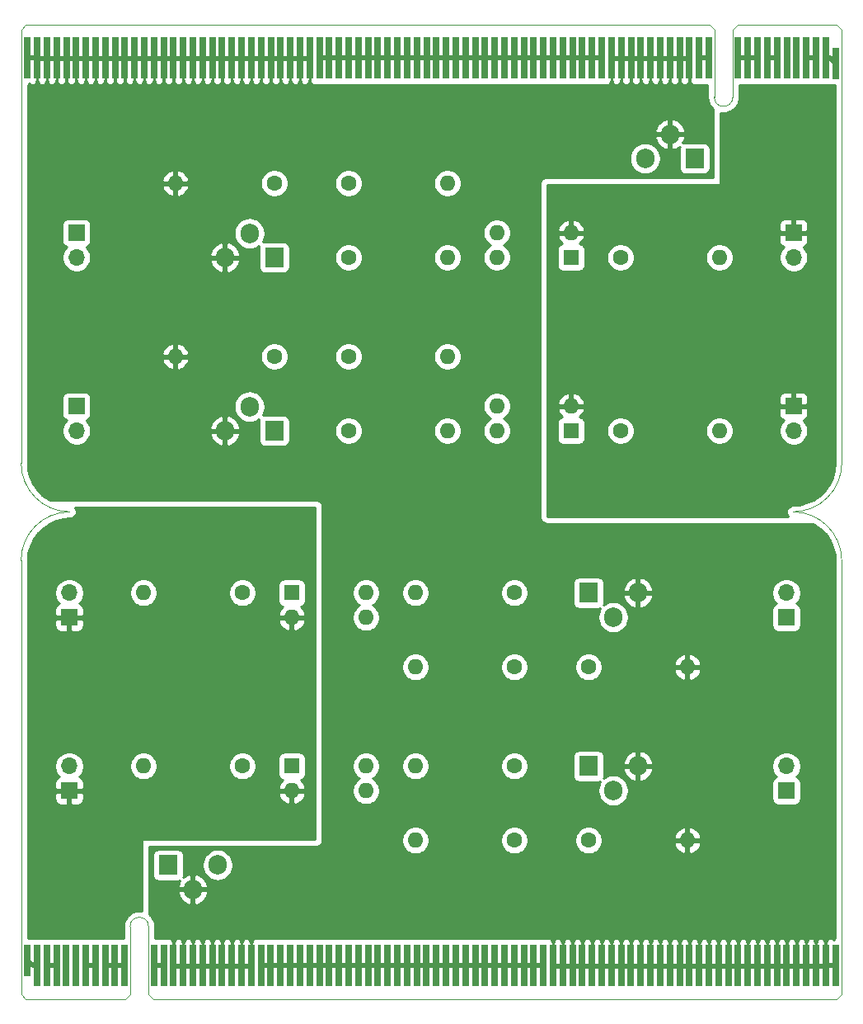
<source format=gbr>
G04 #@! TF.GenerationSoftware,KiCad,Pcbnew,(5.1.5)-3*
G04 #@! TF.CreationDate,2020-02-02T20:29:06+09:00*
G04 #@! TF.ProjectId,Tape-LED_Blinky-fin,54617065-2d4c-4454-945f-426c696e6b79,rev?*
G04 #@! TF.SameCoordinates,Original*
G04 #@! TF.FileFunction,Copper,L2,Bot*
G04 #@! TF.FilePolarity,Positive*
%FSLAX46Y46*%
G04 Gerber Fmt 4.6, Leading zero omitted, Abs format (unit mm)*
G04 Created by KiCad (PCBNEW (5.1.5)-3) date 2020-02-02 20:29:06*
%MOMM*%
%LPD*%
G04 APERTURE LIST*
%ADD10C,0.100000*%
%ADD11R,0.700000X4.300000*%
%ADD12R,0.700000X3.200000*%
%ADD13C,1.600000*%
%ADD14O,1.600000X1.600000*%
%ADD15R,1.600000X1.600000*%
%ADD16R,1.905000X2.000000*%
%ADD17O,1.905000X2.000000*%
%ADD18R,1.700000X1.700000*%
%ADD19O,1.700000X1.700000*%
%ADD20C,0.600000*%
%ADD21C,0.800000*%
%ADD22C,0.500000*%
%ADD23C,0.254000*%
%ADD24C,0.300000*%
%ADD25C,0.350000*%
G04 APERTURE END LIST*
D10*
X99355000Y-103445000D02*
G75*
G02X94355000Y-98445000I0J5000000D01*
G01*
X178655000Y-61845000D02*
X178655000Y-98445000D01*
X94355000Y-61845000D02*
X94355000Y-98445000D01*
X178655000Y-98445000D02*
G75*
G02X173655000Y-103445000I-5000000J0D01*
G01*
X173650000Y-103450000D02*
G75*
G02X178650000Y-108450000I0J-5000000D01*
G01*
X94350000Y-108450000D02*
G75*
G02X99350000Y-103450000I5000000J0D01*
G01*
X178650000Y-145050000D02*
X178650000Y-108450000D01*
X94350000Y-145050000D02*
X94350000Y-108450000D01*
X167455000Y-60895000D02*
X167455000Y-53945000D01*
X165555000Y-60895000D02*
X165555000Y-53945000D01*
X178655000Y-61845000D02*
X178655000Y-53945000D01*
X178155000Y-53445000D02*
X167955000Y-53445000D01*
X94355000Y-61845000D02*
X94355000Y-53945000D01*
X165055000Y-53445000D02*
X94855000Y-53445000D01*
X178655000Y-53945000D02*
X178155000Y-53445000D01*
X167455000Y-53945000D02*
X167955000Y-53445000D01*
X165555000Y-53945000D02*
X165055000Y-53445000D01*
X94355000Y-53945000D02*
X94855000Y-53445000D01*
X167455000Y-60895000D02*
G75*
G02X165555000Y-60895000I-950000J0D01*
G01*
X105550000Y-146000000D02*
G75*
G02X107450000Y-146000000I950000J0D01*
G01*
X178650000Y-152950000D02*
X178150000Y-153450000D01*
X107450000Y-152950000D02*
X107950000Y-153450000D01*
X105550000Y-152950000D02*
X105050000Y-153450000D01*
X94350000Y-152950000D02*
X94850000Y-153450000D01*
X107950000Y-153450000D02*
X178150000Y-153450000D01*
X178650000Y-145050000D02*
X178650000Y-152950000D01*
X94850000Y-153450000D02*
X105050000Y-153450000D01*
X94350000Y-145050000D02*
X94350000Y-152950000D01*
X107450000Y-146000000D02*
X107450000Y-152950000D01*
X105550000Y-146000000D02*
X105550000Y-152950000D01*
D11*
X136005000Y-56895000D03*
X137005000Y-56895000D03*
X138005000Y-56895000D03*
X139005000Y-56895000D03*
X140005000Y-56895000D03*
X141005000Y-56895000D03*
X142005000Y-56895000D03*
X143005000Y-56895000D03*
X144005000Y-56895000D03*
X145005000Y-56895000D03*
X146005000Y-56895000D03*
X147005000Y-56895000D03*
X148005000Y-56895000D03*
X149005000Y-56895000D03*
X150005000Y-56895000D03*
X151005000Y-56895000D03*
X152005000Y-56895000D03*
X153005000Y-56895000D03*
X154005000Y-56895000D03*
X155005000Y-56895000D03*
X156005000Y-56895000D03*
X157005000Y-56895000D03*
X158005000Y-56895000D03*
D12*
X178005000Y-57445000D03*
D11*
X177005000Y-56895000D03*
X176005000Y-56895000D03*
X175005000Y-56895000D03*
X174005000Y-56895000D03*
X173005000Y-56895000D03*
X172005000Y-56895000D03*
X171005000Y-56895000D03*
X170005000Y-56895000D03*
X169005000Y-56895000D03*
X168005000Y-56895000D03*
X163005000Y-56895000D03*
X162005000Y-56895000D03*
X161005000Y-56895000D03*
X160005000Y-56895000D03*
X159005000Y-56895000D03*
X165005000Y-56895000D03*
X164005000Y-56895000D03*
X135005000Y-56895000D03*
X134005000Y-56895000D03*
X133005000Y-56895000D03*
X132005000Y-56895000D03*
X131005000Y-56895000D03*
X130005000Y-56895000D03*
X129005000Y-56895000D03*
X128005000Y-56895000D03*
X127005000Y-56895000D03*
X126005000Y-56895000D03*
X125005000Y-56895000D03*
X124005000Y-56895000D03*
X123005000Y-56895000D03*
X122005000Y-56895000D03*
X121005000Y-56895000D03*
X120005000Y-56895000D03*
X119005000Y-56895000D03*
X118005000Y-56895000D03*
X117005000Y-56895000D03*
X116005000Y-56895000D03*
X115005000Y-56895000D03*
X114005000Y-56895000D03*
X113005000Y-56895000D03*
X112005000Y-56895000D03*
X111005000Y-56895000D03*
X110005000Y-56895000D03*
X109005000Y-56895000D03*
X108005000Y-56895000D03*
X107005000Y-56895000D03*
X106005000Y-56895000D03*
X105005000Y-56895000D03*
X104005000Y-56895000D03*
X103005000Y-56895000D03*
X102005000Y-56895000D03*
X101005000Y-56895000D03*
X100005000Y-56895000D03*
X99005000Y-56895000D03*
X98005000Y-56895000D03*
X97005000Y-56895000D03*
X96005000Y-56895000D03*
X95005000Y-56895000D03*
D13*
X120365000Y-69735000D03*
D14*
X110205000Y-69735000D03*
D15*
X150845000Y-95135000D03*
D14*
X143225000Y-92595000D03*
X150845000Y-92595000D03*
X143225000Y-95135000D03*
D16*
X163545000Y-67195000D03*
D17*
X161005000Y-64695000D03*
X158465000Y-67195000D03*
D18*
X100045000Y-74815000D03*
D19*
X100045000Y-77355000D03*
D16*
X120365000Y-77355000D03*
D17*
X117825000Y-74855000D03*
X115285000Y-77355000D03*
D13*
X155925000Y-77355000D03*
D14*
X166085000Y-77355000D03*
D18*
X100045000Y-92595000D03*
D19*
X100045000Y-95135000D03*
D13*
X155925000Y-95135000D03*
D14*
X166085000Y-95135000D03*
D16*
X120365000Y-95135000D03*
D17*
X117825000Y-92635000D03*
X115285000Y-95135000D03*
D13*
X127985000Y-69735000D03*
D14*
X138145000Y-69735000D03*
D15*
X150845000Y-77355000D03*
D14*
X143225000Y-74815000D03*
X150845000Y-74815000D03*
X143225000Y-77355000D03*
D18*
X173705000Y-92595000D03*
D19*
X173705000Y-95135000D03*
D13*
X127985000Y-77355000D03*
D14*
X138145000Y-77355000D03*
D18*
X173705000Y-74815000D03*
D19*
X173705000Y-77355000D03*
D13*
X127985000Y-95135000D03*
D14*
X138145000Y-95135000D03*
D13*
X127985000Y-87515000D03*
D14*
X138145000Y-87515000D03*
D13*
X120365000Y-87515000D03*
D14*
X110205000Y-87515000D03*
X129780000Y-111760000D03*
X122160000Y-114300000D03*
X129780000Y-114300000D03*
D15*
X122160000Y-111760000D03*
D14*
X162800000Y-119380000D03*
D13*
X152640000Y-119380000D03*
D14*
X134860000Y-119380000D03*
D13*
X145020000Y-119380000D03*
D14*
X106920000Y-111760000D03*
D13*
X117080000Y-111760000D03*
D14*
X134860000Y-111760000D03*
D13*
X145020000Y-111760000D03*
D17*
X157720000Y-111760000D03*
X155180000Y-114260000D03*
D16*
X152640000Y-111760000D03*
D19*
X99300000Y-111760000D03*
D18*
X99300000Y-114300000D03*
D19*
X172960000Y-111760000D03*
D18*
X172960000Y-114300000D03*
D14*
X129780000Y-129540000D03*
X122160000Y-132080000D03*
X129780000Y-132080000D03*
D15*
X122160000Y-129540000D03*
D11*
X178000000Y-150000000D03*
X177000000Y-150000000D03*
X176000000Y-150000000D03*
X175000000Y-150000000D03*
X174000000Y-150000000D03*
X173000000Y-150000000D03*
X172000000Y-150000000D03*
X171000000Y-150000000D03*
X170000000Y-150000000D03*
X169000000Y-150000000D03*
X168000000Y-150000000D03*
X167000000Y-150000000D03*
X166000000Y-150000000D03*
X165000000Y-150000000D03*
X164000000Y-150000000D03*
X163000000Y-150000000D03*
X162000000Y-150000000D03*
X161000000Y-150000000D03*
X160000000Y-150000000D03*
X159000000Y-150000000D03*
X158000000Y-150000000D03*
X157000000Y-150000000D03*
X156000000Y-150000000D03*
X155000000Y-150000000D03*
X154000000Y-150000000D03*
X153000000Y-150000000D03*
X152000000Y-150000000D03*
X151000000Y-150000000D03*
X150000000Y-150000000D03*
X149000000Y-150000000D03*
X148000000Y-150000000D03*
X147000000Y-150000000D03*
X146000000Y-150000000D03*
X145000000Y-150000000D03*
X144000000Y-150000000D03*
X143000000Y-150000000D03*
X142000000Y-150000000D03*
X141000000Y-150000000D03*
X140000000Y-150000000D03*
X139000000Y-150000000D03*
X138000000Y-150000000D03*
X109000000Y-150000000D03*
X108000000Y-150000000D03*
X114000000Y-150000000D03*
X113000000Y-150000000D03*
X112000000Y-150000000D03*
X111000000Y-150000000D03*
X110000000Y-150000000D03*
X105000000Y-150000000D03*
X104000000Y-150000000D03*
X103000000Y-150000000D03*
X102000000Y-150000000D03*
X101000000Y-150000000D03*
X100000000Y-150000000D03*
X99000000Y-150000000D03*
X98000000Y-150000000D03*
X97000000Y-150000000D03*
X96000000Y-150000000D03*
D12*
X95000000Y-149450000D03*
D11*
X115000000Y-150000000D03*
X116000000Y-150000000D03*
X117000000Y-150000000D03*
X118000000Y-150000000D03*
X119000000Y-150000000D03*
X120000000Y-150000000D03*
X121000000Y-150000000D03*
X122000000Y-150000000D03*
X123000000Y-150000000D03*
X124000000Y-150000000D03*
X125000000Y-150000000D03*
X126000000Y-150000000D03*
X127000000Y-150000000D03*
X128000000Y-150000000D03*
X129000000Y-150000000D03*
X130000000Y-150000000D03*
X131000000Y-150000000D03*
X132000000Y-150000000D03*
X133000000Y-150000000D03*
X134000000Y-150000000D03*
X135000000Y-150000000D03*
X136000000Y-150000000D03*
X137000000Y-150000000D03*
D17*
X114540000Y-139700000D03*
X112000000Y-142200000D03*
D16*
X109460000Y-139700000D03*
D14*
X162800000Y-137160000D03*
D13*
X152640000Y-137160000D03*
D14*
X134860000Y-137160000D03*
D13*
X145020000Y-137160000D03*
D14*
X134860000Y-129540000D03*
D13*
X145020000Y-129540000D03*
D14*
X106920000Y-129540000D03*
D13*
X117080000Y-129540000D03*
D17*
X157720000Y-129540000D03*
X155180000Y-132040000D03*
D16*
X152640000Y-129540000D03*
D19*
X99300000Y-129540000D03*
D18*
X99300000Y-132080000D03*
D19*
X172960000Y-129540000D03*
D18*
X172960000Y-132080000D03*
D20*
X122160000Y-106680000D03*
X114540000Y-106680000D03*
X106920000Y-106680000D03*
X99300000Y-106680000D03*
X99300000Y-121920000D03*
X99300000Y-137160000D03*
X99300000Y-144780000D03*
X106920000Y-121920000D03*
X114540000Y-121920000D03*
X122160000Y-121920000D03*
X114540000Y-114300000D03*
X106920000Y-114300000D03*
X114540000Y-129540000D03*
X158465000Y-92595000D03*
X150845000Y-100215000D03*
X158465000Y-84975000D03*
X166085000Y-100215000D03*
X173705000Y-84975000D03*
X166085000Y-92595000D03*
X173705000Y-69735000D03*
X158465000Y-100215000D03*
X173705000Y-62115000D03*
X173705000Y-100215000D03*
X166085000Y-84975000D03*
X150845000Y-84975000D03*
X158465000Y-77355000D03*
X175500000Y-106680000D03*
X167880000Y-106680000D03*
X160260000Y-106680000D03*
X152640000Y-106680000D03*
X145020000Y-106680000D03*
X137400000Y-106680000D03*
X129780000Y-106680000D03*
X129780000Y-121920000D03*
X137400000Y-121920000D03*
X145020000Y-121920000D03*
X152640000Y-121920000D03*
X160260000Y-121920000D03*
X167880000Y-121920000D03*
X175500000Y-121920000D03*
X175500000Y-114300000D03*
X145020000Y-114300000D03*
X137400000Y-114300000D03*
X129780000Y-137160000D03*
X137400000Y-137160000D03*
X160260000Y-137160000D03*
X167880000Y-137160000D03*
X175500000Y-137160000D03*
X175500000Y-144780000D03*
X167880000Y-144780000D03*
X167880000Y-129540000D03*
X175500000Y-129540000D03*
X160260000Y-129540000D03*
X137400000Y-129540000D03*
X160260000Y-144780000D03*
X152640000Y-144780000D03*
X145020000Y-144780000D03*
X137400000Y-144780000D03*
X129780000Y-144780000D03*
X122160000Y-144780000D03*
X114540000Y-144780000D03*
D21*
X108825000Y-146685000D03*
D20*
X158465000Y-62115000D03*
X97505000Y-77355000D03*
X112745000Y-77355000D03*
X105125000Y-77355000D03*
X135605000Y-77355000D03*
X112745000Y-62115000D03*
X120365000Y-62115000D03*
X127985000Y-62115000D03*
X135605000Y-62115000D03*
X143225000Y-62115000D03*
X150845000Y-62115000D03*
D21*
X164180000Y-60210000D03*
D20*
X120365000Y-100215000D03*
X127985000Y-100215000D03*
X97505000Y-100215000D03*
X105125000Y-100215000D03*
X112745000Y-100215000D03*
X127985000Y-92595000D03*
X135605000Y-92595000D03*
X135605000Y-100215000D03*
X143225000Y-69735000D03*
X135605000Y-69735000D03*
X135605000Y-84975000D03*
X112745000Y-69735000D03*
X105125000Y-69735000D03*
X97505000Y-69735000D03*
X97505000Y-62115000D03*
X105125000Y-62115000D03*
X143225000Y-100215000D03*
X143225000Y-84975000D03*
X127985000Y-84975000D03*
X120365000Y-84975000D03*
X105125000Y-84975000D03*
X97505000Y-84975000D03*
X112745000Y-84975000D03*
X97505000Y-92595000D03*
D22*
X177000000Y-150000000D02*
X178000000Y-150000000D01*
X96005000Y-56895000D02*
X95005000Y-56895000D01*
X119850000Y-150000000D02*
X148000000Y-150000000D01*
X119000000Y-150000000D02*
X119850000Y-150000000D01*
X153155000Y-56895000D02*
X125005000Y-56895000D01*
X154005000Y-56895000D02*
X153155000Y-56895000D01*
X109000000Y-150000000D02*
X108000000Y-150000000D01*
X164005000Y-56895000D02*
X165005000Y-56895000D01*
X103000000Y-150000000D02*
X105000000Y-150000000D01*
X170005000Y-56895000D02*
X168005000Y-56895000D01*
X101000000Y-150000000D02*
X102000000Y-150000000D01*
X172005000Y-56895000D02*
X171005000Y-56895000D01*
X98000000Y-150000000D02*
X97000000Y-150000000D01*
X175005000Y-56895000D02*
X176005000Y-56895000D01*
X95550000Y-150000000D02*
X95000000Y-149450000D01*
X96000000Y-150000000D02*
X95550000Y-150000000D01*
X177005000Y-56895000D02*
X177455000Y-56895000D01*
X177455000Y-56895000D02*
X178005000Y-57445000D01*
D23*
G36*
X147670000Y-104025000D02*
G01*
X147682201Y-104148882D01*
X147718336Y-104268004D01*
X147777017Y-104377787D01*
X147855987Y-104474013D01*
X147952213Y-104552983D01*
X148061996Y-104611664D01*
X148181118Y-104647799D01*
X148305000Y-104660000D01*
X175681090Y-104660000D01*
X175845128Y-104738242D01*
X176467733Y-105185629D01*
X177001268Y-105736195D01*
X177428876Y-106372544D01*
X177737041Y-107074561D01*
X177917283Y-107825320D01*
X177965001Y-108475125D01*
X177965000Y-145016353D01*
X177965000Y-147215000D01*
X177872998Y-147215000D01*
X177872998Y-147373748D01*
X177714250Y-147215000D01*
X177650000Y-147211928D01*
X177525518Y-147224188D01*
X177500000Y-147231929D01*
X177474482Y-147224188D01*
X177350000Y-147211928D01*
X177285750Y-147215000D01*
X177127000Y-147373750D01*
X177127000Y-147486322D01*
X177119463Y-147495506D01*
X177060498Y-147605820D01*
X177024188Y-147725518D01*
X177011928Y-147850000D01*
X177015000Y-149714250D01*
X177127000Y-149826250D01*
X177127000Y-149873000D01*
X177147000Y-149873000D01*
X177147000Y-150127000D01*
X177127000Y-150127000D01*
X177127000Y-150147000D01*
X176873000Y-150147000D01*
X176873000Y-150127000D01*
X176127000Y-150127000D01*
X176127000Y-150147000D01*
X175873000Y-150147000D01*
X175873000Y-150127000D01*
X175127000Y-150127000D01*
X175127000Y-150147000D01*
X174873000Y-150147000D01*
X174873000Y-150127000D01*
X174127000Y-150127000D01*
X174127000Y-150147000D01*
X173873000Y-150147000D01*
X173873000Y-150127000D01*
X173127000Y-150127000D01*
X173127000Y-150147000D01*
X172873000Y-150147000D01*
X172873000Y-150127000D01*
X172127000Y-150127000D01*
X172127000Y-150147000D01*
X171873000Y-150147000D01*
X171873000Y-150127000D01*
X171127000Y-150127000D01*
X171127000Y-150147000D01*
X170873000Y-150147000D01*
X170873000Y-150127000D01*
X170127000Y-150127000D01*
X170127000Y-150147000D01*
X169873000Y-150147000D01*
X169873000Y-150127000D01*
X169127000Y-150127000D01*
X169127000Y-150147000D01*
X168873000Y-150147000D01*
X168873000Y-150127000D01*
X168127000Y-150127000D01*
X168127000Y-150147000D01*
X167873000Y-150147000D01*
X167873000Y-150127000D01*
X167127000Y-150127000D01*
X167127000Y-150147000D01*
X166873000Y-150147000D01*
X166873000Y-150127000D01*
X166127000Y-150127000D01*
X166127000Y-150147000D01*
X165873000Y-150147000D01*
X165873000Y-150127000D01*
X165127000Y-150127000D01*
X165127000Y-150147000D01*
X164873000Y-150147000D01*
X164873000Y-150127000D01*
X164127000Y-150127000D01*
X164127000Y-150147000D01*
X163873000Y-150147000D01*
X163873000Y-150127000D01*
X163127000Y-150127000D01*
X163127000Y-150147000D01*
X162873000Y-150147000D01*
X162873000Y-150127000D01*
X162127000Y-150127000D01*
X162127000Y-150147000D01*
X161873000Y-150147000D01*
X161873000Y-150127000D01*
X161127000Y-150127000D01*
X161127000Y-150147000D01*
X160873000Y-150147000D01*
X160873000Y-150127000D01*
X160127000Y-150127000D01*
X160127000Y-150147000D01*
X159873000Y-150147000D01*
X159873000Y-150127000D01*
X159127000Y-150127000D01*
X159127000Y-150147000D01*
X158873000Y-150147000D01*
X158873000Y-150127000D01*
X158127000Y-150127000D01*
X158127000Y-150147000D01*
X157873000Y-150147000D01*
X157873000Y-150127000D01*
X157127000Y-150127000D01*
X157127000Y-150147000D01*
X156873000Y-150147000D01*
X156873000Y-150127000D01*
X156127000Y-150127000D01*
X156127000Y-150147000D01*
X155873000Y-150147000D01*
X155873000Y-150127000D01*
X155127000Y-150127000D01*
X155127000Y-150147000D01*
X154873000Y-150147000D01*
X154873000Y-150127000D01*
X154127000Y-150127000D01*
X154127000Y-150147000D01*
X153873000Y-150147000D01*
X153873000Y-150127000D01*
X153127000Y-150127000D01*
X153127000Y-150147000D01*
X152873000Y-150147000D01*
X152873000Y-150127000D01*
X152127000Y-150127000D01*
X152127000Y-150147000D01*
X151873000Y-150147000D01*
X151873000Y-150127000D01*
X151127000Y-150127000D01*
X151127000Y-150147000D01*
X150873000Y-150147000D01*
X150873000Y-150127000D01*
X150127000Y-150127000D01*
X150127000Y-150147000D01*
X149873000Y-150147000D01*
X149873000Y-150127000D01*
X149127000Y-150127000D01*
X149127000Y-150147000D01*
X148988072Y-150147000D01*
X148988072Y-147850000D01*
X149011928Y-147850000D01*
X149015000Y-149714250D01*
X149127000Y-149826250D01*
X149127000Y-149873000D01*
X149873000Y-149873000D01*
X149873000Y-149826250D01*
X149985000Y-149714250D01*
X149988072Y-147850000D01*
X150011928Y-147850000D01*
X150015000Y-149714250D01*
X150127000Y-149826250D01*
X150127000Y-149873000D01*
X150873000Y-149873000D01*
X150873000Y-149826250D01*
X150985000Y-149714250D01*
X150988072Y-147850000D01*
X151011928Y-147850000D01*
X151015000Y-149714250D01*
X151127000Y-149826250D01*
X151127000Y-149873000D01*
X151873000Y-149873000D01*
X151873000Y-149826250D01*
X151985000Y-149714250D01*
X151988072Y-147850000D01*
X152011928Y-147850000D01*
X152015000Y-149714250D01*
X152127000Y-149826250D01*
X152127000Y-149873000D01*
X152873000Y-149873000D01*
X152873000Y-149826250D01*
X152985000Y-149714250D01*
X152988072Y-147850000D01*
X153011928Y-147850000D01*
X153015000Y-149714250D01*
X153127000Y-149826250D01*
X153127000Y-149873000D01*
X153873000Y-149873000D01*
X153873000Y-149826250D01*
X153985000Y-149714250D01*
X153988072Y-147850000D01*
X154011928Y-147850000D01*
X154015000Y-149714250D01*
X154127000Y-149826250D01*
X154127000Y-149873000D01*
X154873000Y-149873000D01*
X154873000Y-149826250D01*
X154985000Y-149714250D01*
X154988072Y-147850000D01*
X155011928Y-147850000D01*
X155015000Y-149714250D01*
X155127000Y-149826250D01*
X155127000Y-149873000D01*
X155873000Y-149873000D01*
X155873000Y-149826250D01*
X155985000Y-149714250D01*
X155988072Y-147850000D01*
X156011928Y-147850000D01*
X156015000Y-149714250D01*
X156127000Y-149826250D01*
X156127000Y-149873000D01*
X156873000Y-149873000D01*
X156873000Y-149826250D01*
X156985000Y-149714250D01*
X156988072Y-147850000D01*
X157011928Y-147850000D01*
X157015000Y-149714250D01*
X157127000Y-149826250D01*
X157127000Y-149873000D01*
X157873000Y-149873000D01*
X157873000Y-149826250D01*
X157985000Y-149714250D01*
X157988072Y-147850000D01*
X158011928Y-147850000D01*
X158015000Y-149714250D01*
X158127000Y-149826250D01*
X158127000Y-149873000D01*
X158873000Y-149873000D01*
X158873000Y-149826250D01*
X158985000Y-149714250D01*
X158988072Y-147850000D01*
X159011928Y-147850000D01*
X159015000Y-149714250D01*
X159127000Y-149826250D01*
X159127000Y-149873000D01*
X159873000Y-149873000D01*
X159873000Y-149826250D01*
X159985000Y-149714250D01*
X159988072Y-147850000D01*
X160011928Y-147850000D01*
X160015000Y-149714250D01*
X160127000Y-149826250D01*
X160127000Y-149873000D01*
X160873000Y-149873000D01*
X160873000Y-149826250D01*
X160985000Y-149714250D01*
X160988072Y-147850000D01*
X161011928Y-147850000D01*
X161015000Y-149714250D01*
X161127000Y-149826250D01*
X161127000Y-149873000D01*
X161873000Y-149873000D01*
X161873000Y-149826250D01*
X161985000Y-149714250D01*
X161988072Y-147850000D01*
X162011928Y-147850000D01*
X162015000Y-149714250D01*
X162127000Y-149826250D01*
X162127000Y-149873000D01*
X162873000Y-149873000D01*
X162873000Y-149826250D01*
X162985000Y-149714250D01*
X162988072Y-147850000D01*
X163011928Y-147850000D01*
X163015000Y-149714250D01*
X163127000Y-149826250D01*
X163127000Y-149873000D01*
X163873000Y-149873000D01*
X163873000Y-149826250D01*
X163985000Y-149714250D01*
X163988072Y-147850000D01*
X164011928Y-147850000D01*
X164015000Y-149714250D01*
X164127000Y-149826250D01*
X164127000Y-149873000D01*
X164873000Y-149873000D01*
X164873000Y-149826250D01*
X164985000Y-149714250D01*
X164988072Y-147850000D01*
X165011928Y-147850000D01*
X165015000Y-149714250D01*
X165127000Y-149826250D01*
X165127000Y-149873000D01*
X165873000Y-149873000D01*
X165873000Y-149826250D01*
X165985000Y-149714250D01*
X165988072Y-147850000D01*
X166011928Y-147850000D01*
X166015000Y-149714250D01*
X166127000Y-149826250D01*
X166127000Y-149873000D01*
X166873000Y-149873000D01*
X166873000Y-149826250D01*
X166985000Y-149714250D01*
X166988072Y-147850000D01*
X167011928Y-147850000D01*
X167015000Y-149714250D01*
X167127000Y-149826250D01*
X167127000Y-149873000D01*
X167873000Y-149873000D01*
X167873000Y-149826250D01*
X167985000Y-149714250D01*
X167988072Y-147850000D01*
X168011928Y-147850000D01*
X168015000Y-149714250D01*
X168127000Y-149826250D01*
X168127000Y-149873000D01*
X168873000Y-149873000D01*
X168873000Y-149826250D01*
X168985000Y-149714250D01*
X168988072Y-147850000D01*
X169011928Y-147850000D01*
X169015000Y-149714250D01*
X169127000Y-149826250D01*
X169127000Y-149873000D01*
X169873000Y-149873000D01*
X169873000Y-149826250D01*
X169985000Y-149714250D01*
X169988072Y-147850000D01*
X170011928Y-147850000D01*
X170015000Y-149714250D01*
X170127000Y-149826250D01*
X170127000Y-149873000D01*
X170873000Y-149873000D01*
X170873000Y-149826250D01*
X170985000Y-149714250D01*
X170988072Y-147850000D01*
X171011928Y-147850000D01*
X171015000Y-149714250D01*
X171127000Y-149826250D01*
X171127000Y-149873000D01*
X171873000Y-149873000D01*
X171873000Y-149826250D01*
X171985000Y-149714250D01*
X171988072Y-147850000D01*
X172011928Y-147850000D01*
X172015000Y-149714250D01*
X172127000Y-149826250D01*
X172127000Y-149873000D01*
X172873000Y-149873000D01*
X172873000Y-149826250D01*
X172985000Y-149714250D01*
X172988072Y-147850000D01*
X173011928Y-147850000D01*
X173015000Y-149714250D01*
X173127000Y-149826250D01*
X173127000Y-149873000D01*
X173873000Y-149873000D01*
X173873000Y-149826250D01*
X173985000Y-149714250D01*
X173988072Y-147850000D01*
X174011928Y-147850000D01*
X174015000Y-149714250D01*
X174127000Y-149826250D01*
X174127000Y-149873000D01*
X174873000Y-149873000D01*
X174873000Y-149826250D01*
X174985000Y-149714250D01*
X174988072Y-147850000D01*
X175011928Y-147850000D01*
X175015000Y-149714250D01*
X175127000Y-149826250D01*
X175127000Y-149873000D01*
X175873000Y-149873000D01*
X175873000Y-149826250D01*
X175985000Y-149714250D01*
X175988072Y-147850000D01*
X176011928Y-147850000D01*
X176015000Y-149714250D01*
X176127000Y-149826250D01*
X176127000Y-149873000D01*
X176873000Y-149873000D01*
X176873000Y-149826250D01*
X176985000Y-149714250D01*
X176988072Y-147850000D01*
X176975812Y-147725518D01*
X176939502Y-147605820D01*
X176880537Y-147495506D01*
X176873000Y-147486322D01*
X176873000Y-147373750D01*
X176714250Y-147215000D01*
X176650000Y-147211928D01*
X176525518Y-147224188D01*
X176500000Y-147231929D01*
X176474482Y-147224188D01*
X176350000Y-147211928D01*
X176285750Y-147215000D01*
X176127000Y-147373750D01*
X176127000Y-147486322D01*
X176119463Y-147495506D01*
X176060498Y-147605820D01*
X176024188Y-147725518D01*
X176011928Y-147850000D01*
X175988072Y-147850000D01*
X175975812Y-147725518D01*
X175939502Y-147605820D01*
X175880537Y-147495506D01*
X175873000Y-147486322D01*
X175873000Y-147373750D01*
X175714250Y-147215000D01*
X175650000Y-147211928D01*
X175525518Y-147224188D01*
X175500000Y-147231929D01*
X175474482Y-147224188D01*
X175350000Y-147211928D01*
X175285750Y-147215000D01*
X175127000Y-147373750D01*
X175127000Y-147486322D01*
X175119463Y-147495506D01*
X175060498Y-147605820D01*
X175024188Y-147725518D01*
X175011928Y-147850000D01*
X174988072Y-147850000D01*
X174975812Y-147725518D01*
X174939502Y-147605820D01*
X174880537Y-147495506D01*
X174873000Y-147486322D01*
X174873000Y-147373750D01*
X174714250Y-147215000D01*
X174650000Y-147211928D01*
X174525518Y-147224188D01*
X174500000Y-147231929D01*
X174474482Y-147224188D01*
X174350000Y-147211928D01*
X174285750Y-147215000D01*
X174127000Y-147373750D01*
X174127000Y-147486322D01*
X174119463Y-147495506D01*
X174060498Y-147605820D01*
X174024188Y-147725518D01*
X174011928Y-147850000D01*
X173988072Y-147850000D01*
X173975812Y-147725518D01*
X173939502Y-147605820D01*
X173880537Y-147495506D01*
X173873000Y-147486322D01*
X173873000Y-147373750D01*
X173714250Y-147215000D01*
X173650000Y-147211928D01*
X173525518Y-147224188D01*
X173500000Y-147231929D01*
X173474482Y-147224188D01*
X173350000Y-147211928D01*
X173285750Y-147215000D01*
X173127000Y-147373750D01*
X173127000Y-147486322D01*
X173119463Y-147495506D01*
X173060498Y-147605820D01*
X173024188Y-147725518D01*
X173011928Y-147850000D01*
X172988072Y-147850000D01*
X172975812Y-147725518D01*
X172939502Y-147605820D01*
X172880537Y-147495506D01*
X172873000Y-147486322D01*
X172873000Y-147373750D01*
X172714250Y-147215000D01*
X172650000Y-147211928D01*
X172525518Y-147224188D01*
X172500000Y-147231929D01*
X172474482Y-147224188D01*
X172350000Y-147211928D01*
X172285750Y-147215000D01*
X172127000Y-147373750D01*
X172127000Y-147486322D01*
X172119463Y-147495506D01*
X172060498Y-147605820D01*
X172024188Y-147725518D01*
X172011928Y-147850000D01*
X171988072Y-147850000D01*
X171975812Y-147725518D01*
X171939502Y-147605820D01*
X171880537Y-147495506D01*
X171873000Y-147486322D01*
X171873000Y-147373750D01*
X171714250Y-147215000D01*
X171650000Y-147211928D01*
X171525518Y-147224188D01*
X171500000Y-147231929D01*
X171474482Y-147224188D01*
X171350000Y-147211928D01*
X171285750Y-147215000D01*
X171127000Y-147373750D01*
X171127000Y-147486322D01*
X171119463Y-147495506D01*
X171060498Y-147605820D01*
X171024188Y-147725518D01*
X171011928Y-147850000D01*
X170988072Y-147850000D01*
X170975812Y-147725518D01*
X170939502Y-147605820D01*
X170880537Y-147495506D01*
X170873000Y-147486322D01*
X170873000Y-147373750D01*
X170714250Y-147215000D01*
X170650000Y-147211928D01*
X170525518Y-147224188D01*
X170500000Y-147231929D01*
X170474482Y-147224188D01*
X170350000Y-147211928D01*
X170285750Y-147215000D01*
X170127000Y-147373750D01*
X170127000Y-147486322D01*
X170119463Y-147495506D01*
X170060498Y-147605820D01*
X170024188Y-147725518D01*
X170011928Y-147850000D01*
X169988072Y-147850000D01*
X169975812Y-147725518D01*
X169939502Y-147605820D01*
X169880537Y-147495506D01*
X169873000Y-147486322D01*
X169873000Y-147373750D01*
X169714250Y-147215000D01*
X169650000Y-147211928D01*
X169525518Y-147224188D01*
X169500000Y-147231929D01*
X169474482Y-147224188D01*
X169350000Y-147211928D01*
X169285750Y-147215000D01*
X169127000Y-147373750D01*
X169127000Y-147486322D01*
X169119463Y-147495506D01*
X169060498Y-147605820D01*
X169024188Y-147725518D01*
X169011928Y-147850000D01*
X168988072Y-147850000D01*
X168975812Y-147725518D01*
X168939502Y-147605820D01*
X168880537Y-147495506D01*
X168873000Y-147486322D01*
X168873000Y-147373750D01*
X168714250Y-147215000D01*
X168650000Y-147211928D01*
X168525518Y-147224188D01*
X168500000Y-147231929D01*
X168474482Y-147224188D01*
X168350000Y-147211928D01*
X168285750Y-147215000D01*
X168127000Y-147373750D01*
X168127000Y-147486322D01*
X168119463Y-147495506D01*
X168060498Y-147605820D01*
X168024188Y-147725518D01*
X168011928Y-147850000D01*
X167988072Y-147850000D01*
X167975812Y-147725518D01*
X167939502Y-147605820D01*
X167880537Y-147495506D01*
X167873000Y-147486322D01*
X167873000Y-147373750D01*
X167714250Y-147215000D01*
X167650000Y-147211928D01*
X167525518Y-147224188D01*
X167500000Y-147231929D01*
X167474482Y-147224188D01*
X167350000Y-147211928D01*
X167285750Y-147215000D01*
X167127000Y-147373750D01*
X167127000Y-147486322D01*
X167119463Y-147495506D01*
X167060498Y-147605820D01*
X167024188Y-147725518D01*
X167011928Y-147850000D01*
X166988072Y-147850000D01*
X166975812Y-147725518D01*
X166939502Y-147605820D01*
X166880537Y-147495506D01*
X166873000Y-147486322D01*
X166873000Y-147373750D01*
X166714250Y-147215000D01*
X166650000Y-147211928D01*
X166525518Y-147224188D01*
X166500000Y-147231929D01*
X166474482Y-147224188D01*
X166350000Y-147211928D01*
X166285750Y-147215000D01*
X166127000Y-147373750D01*
X166127000Y-147486322D01*
X166119463Y-147495506D01*
X166060498Y-147605820D01*
X166024188Y-147725518D01*
X166011928Y-147850000D01*
X165988072Y-147850000D01*
X165975812Y-147725518D01*
X165939502Y-147605820D01*
X165880537Y-147495506D01*
X165873000Y-147486322D01*
X165873000Y-147373750D01*
X165714250Y-147215000D01*
X165650000Y-147211928D01*
X165525518Y-147224188D01*
X165500000Y-147231929D01*
X165474482Y-147224188D01*
X165350000Y-147211928D01*
X165285750Y-147215000D01*
X165127000Y-147373750D01*
X165127000Y-147486322D01*
X165119463Y-147495506D01*
X165060498Y-147605820D01*
X165024188Y-147725518D01*
X165011928Y-147850000D01*
X164988072Y-147850000D01*
X164975812Y-147725518D01*
X164939502Y-147605820D01*
X164880537Y-147495506D01*
X164873000Y-147486322D01*
X164873000Y-147373750D01*
X164714250Y-147215000D01*
X164650000Y-147211928D01*
X164525518Y-147224188D01*
X164500000Y-147231929D01*
X164474482Y-147224188D01*
X164350000Y-147211928D01*
X164285750Y-147215000D01*
X164127000Y-147373750D01*
X164127000Y-147486322D01*
X164119463Y-147495506D01*
X164060498Y-147605820D01*
X164024188Y-147725518D01*
X164011928Y-147850000D01*
X163988072Y-147850000D01*
X163975812Y-147725518D01*
X163939502Y-147605820D01*
X163880537Y-147495506D01*
X163873000Y-147486322D01*
X163873000Y-147373750D01*
X163714250Y-147215000D01*
X163650000Y-147211928D01*
X163525518Y-147224188D01*
X163500000Y-147231929D01*
X163474482Y-147224188D01*
X163350000Y-147211928D01*
X163285750Y-147215000D01*
X163127000Y-147373750D01*
X163127000Y-147486322D01*
X163119463Y-147495506D01*
X163060498Y-147605820D01*
X163024188Y-147725518D01*
X163011928Y-147850000D01*
X162988072Y-147850000D01*
X162975812Y-147725518D01*
X162939502Y-147605820D01*
X162880537Y-147495506D01*
X162873000Y-147486322D01*
X162873000Y-147373750D01*
X162714250Y-147215000D01*
X162650000Y-147211928D01*
X162525518Y-147224188D01*
X162500000Y-147231929D01*
X162474482Y-147224188D01*
X162350000Y-147211928D01*
X162285750Y-147215000D01*
X162127000Y-147373750D01*
X162127000Y-147486322D01*
X162119463Y-147495506D01*
X162060498Y-147605820D01*
X162024188Y-147725518D01*
X162011928Y-147850000D01*
X161988072Y-147850000D01*
X161975812Y-147725518D01*
X161939502Y-147605820D01*
X161880537Y-147495506D01*
X161873000Y-147486322D01*
X161873000Y-147373750D01*
X161714250Y-147215000D01*
X161650000Y-147211928D01*
X161525518Y-147224188D01*
X161500000Y-147231929D01*
X161474482Y-147224188D01*
X161350000Y-147211928D01*
X161285750Y-147215000D01*
X161127000Y-147373750D01*
X161127000Y-147486322D01*
X161119463Y-147495506D01*
X161060498Y-147605820D01*
X161024188Y-147725518D01*
X161011928Y-147850000D01*
X160988072Y-147850000D01*
X160975812Y-147725518D01*
X160939502Y-147605820D01*
X160880537Y-147495506D01*
X160873000Y-147486322D01*
X160873000Y-147373750D01*
X160714250Y-147215000D01*
X160650000Y-147211928D01*
X160525518Y-147224188D01*
X160500000Y-147231929D01*
X160474482Y-147224188D01*
X160350000Y-147211928D01*
X160285750Y-147215000D01*
X160127000Y-147373750D01*
X160127000Y-147486322D01*
X160119463Y-147495506D01*
X160060498Y-147605820D01*
X160024188Y-147725518D01*
X160011928Y-147850000D01*
X159988072Y-147850000D01*
X159975812Y-147725518D01*
X159939502Y-147605820D01*
X159880537Y-147495506D01*
X159873000Y-147486322D01*
X159873000Y-147373750D01*
X159714250Y-147215000D01*
X159650000Y-147211928D01*
X159525518Y-147224188D01*
X159500000Y-147231929D01*
X159474482Y-147224188D01*
X159350000Y-147211928D01*
X159285750Y-147215000D01*
X159127000Y-147373750D01*
X159127000Y-147486322D01*
X159119463Y-147495506D01*
X159060498Y-147605820D01*
X159024188Y-147725518D01*
X159011928Y-147850000D01*
X158988072Y-147850000D01*
X158975812Y-147725518D01*
X158939502Y-147605820D01*
X158880537Y-147495506D01*
X158873000Y-147486322D01*
X158873000Y-147373750D01*
X158714250Y-147215000D01*
X158650000Y-147211928D01*
X158525518Y-147224188D01*
X158500000Y-147231929D01*
X158474482Y-147224188D01*
X158350000Y-147211928D01*
X158285750Y-147215000D01*
X158127000Y-147373750D01*
X158127000Y-147486322D01*
X158119463Y-147495506D01*
X158060498Y-147605820D01*
X158024188Y-147725518D01*
X158011928Y-147850000D01*
X157988072Y-147850000D01*
X157975812Y-147725518D01*
X157939502Y-147605820D01*
X157880537Y-147495506D01*
X157873000Y-147486322D01*
X157873000Y-147373750D01*
X157714250Y-147215000D01*
X157650000Y-147211928D01*
X157525518Y-147224188D01*
X157500000Y-147231929D01*
X157474482Y-147224188D01*
X157350000Y-147211928D01*
X157285750Y-147215000D01*
X157127000Y-147373750D01*
X157127000Y-147486322D01*
X157119463Y-147495506D01*
X157060498Y-147605820D01*
X157024188Y-147725518D01*
X157011928Y-147850000D01*
X156988072Y-147850000D01*
X156975812Y-147725518D01*
X156939502Y-147605820D01*
X156880537Y-147495506D01*
X156873000Y-147486322D01*
X156873000Y-147373750D01*
X156714250Y-147215000D01*
X156650000Y-147211928D01*
X156525518Y-147224188D01*
X156500000Y-147231929D01*
X156474482Y-147224188D01*
X156350000Y-147211928D01*
X156285750Y-147215000D01*
X156127000Y-147373750D01*
X156127000Y-147486322D01*
X156119463Y-147495506D01*
X156060498Y-147605820D01*
X156024188Y-147725518D01*
X156011928Y-147850000D01*
X155988072Y-147850000D01*
X155975812Y-147725518D01*
X155939502Y-147605820D01*
X155880537Y-147495506D01*
X155873000Y-147486322D01*
X155873000Y-147373750D01*
X155714250Y-147215000D01*
X155650000Y-147211928D01*
X155525518Y-147224188D01*
X155500000Y-147231929D01*
X155474482Y-147224188D01*
X155350000Y-147211928D01*
X155285750Y-147215000D01*
X155127000Y-147373750D01*
X155127000Y-147486322D01*
X155119463Y-147495506D01*
X155060498Y-147605820D01*
X155024188Y-147725518D01*
X155011928Y-147850000D01*
X154988072Y-147850000D01*
X154975812Y-147725518D01*
X154939502Y-147605820D01*
X154880537Y-147495506D01*
X154873000Y-147486322D01*
X154873000Y-147373750D01*
X154714250Y-147215000D01*
X154650000Y-147211928D01*
X154525518Y-147224188D01*
X154500000Y-147231929D01*
X154474482Y-147224188D01*
X154350000Y-147211928D01*
X154285750Y-147215000D01*
X154127000Y-147373750D01*
X154127000Y-147486322D01*
X154119463Y-147495506D01*
X154060498Y-147605820D01*
X154024188Y-147725518D01*
X154011928Y-147850000D01*
X153988072Y-147850000D01*
X153975812Y-147725518D01*
X153939502Y-147605820D01*
X153880537Y-147495506D01*
X153873000Y-147486322D01*
X153873000Y-147373750D01*
X153714250Y-147215000D01*
X153650000Y-147211928D01*
X153525518Y-147224188D01*
X153500000Y-147231929D01*
X153474482Y-147224188D01*
X153350000Y-147211928D01*
X153285750Y-147215000D01*
X153127000Y-147373750D01*
X153127000Y-147486322D01*
X153119463Y-147495506D01*
X153060498Y-147605820D01*
X153024188Y-147725518D01*
X153011928Y-147850000D01*
X152988072Y-147850000D01*
X152975812Y-147725518D01*
X152939502Y-147605820D01*
X152880537Y-147495506D01*
X152873000Y-147486322D01*
X152873000Y-147373750D01*
X152714250Y-147215000D01*
X152650000Y-147211928D01*
X152525518Y-147224188D01*
X152500000Y-147231929D01*
X152474482Y-147224188D01*
X152350000Y-147211928D01*
X152285750Y-147215000D01*
X152127000Y-147373750D01*
X152127000Y-147486322D01*
X152119463Y-147495506D01*
X152060498Y-147605820D01*
X152024188Y-147725518D01*
X152011928Y-147850000D01*
X151988072Y-147850000D01*
X151975812Y-147725518D01*
X151939502Y-147605820D01*
X151880537Y-147495506D01*
X151873000Y-147486322D01*
X151873000Y-147373750D01*
X151714250Y-147215000D01*
X151650000Y-147211928D01*
X151525518Y-147224188D01*
X151500000Y-147231929D01*
X151474482Y-147224188D01*
X151350000Y-147211928D01*
X151285750Y-147215000D01*
X151127000Y-147373750D01*
X151127000Y-147486322D01*
X151119463Y-147495506D01*
X151060498Y-147605820D01*
X151024188Y-147725518D01*
X151011928Y-147850000D01*
X150988072Y-147850000D01*
X150975812Y-147725518D01*
X150939502Y-147605820D01*
X150880537Y-147495506D01*
X150873000Y-147486322D01*
X150873000Y-147373750D01*
X150714250Y-147215000D01*
X150650000Y-147211928D01*
X150525518Y-147224188D01*
X150500000Y-147231929D01*
X150474482Y-147224188D01*
X150350000Y-147211928D01*
X150285750Y-147215000D01*
X150127000Y-147373750D01*
X150127000Y-147486322D01*
X150119463Y-147495506D01*
X150060498Y-147605820D01*
X150024188Y-147725518D01*
X150011928Y-147850000D01*
X149988072Y-147850000D01*
X149975812Y-147725518D01*
X149939502Y-147605820D01*
X149880537Y-147495506D01*
X149873000Y-147486322D01*
X149873000Y-147373750D01*
X149714250Y-147215000D01*
X149650000Y-147211928D01*
X149525518Y-147224188D01*
X149500000Y-147231929D01*
X149474482Y-147224188D01*
X149350000Y-147211928D01*
X149285750Y-147215000D01*
X149127000Y-147373750D01*
X149127000Y-147486322D01*
X149119463Y-147495506D01*
X149060498Y-147605820D01*
X149024188Y-147725518D01*
X149011928Y-147850000D01*
X148988072Y-147850000D01*
X148975812Y-147725518D01*
X148939502Y-147605820D01*
X148880537Y-147495506D01*
X148873000Y-147486322D01*
X148873000Y-147373750D01*
X148714250Y-147215000D01*
X148650000Y-147211928D01*
X148525518Y-147224188D01*
X148500000Y-147231929D01*
X148474482Y-147224188D01*
X148350000Y-147211928D01*
X147650000Y-147211928D01*
X147525518Y-147224188D01*
X147500000Y-147231929D01*
X147474482Y-147224188D01*
X147350000Y-147211928D01*
X146650000Y-147211928D01*
X146525518Y-147224188D01*
X146500000Y-147231929D01*
X146474482Y-147224188D01*
X146350000Y-147211928D01*
X145650000Y-147211928D01*
X145525518Y-147224188D01*
X145500000Y-147231929D01*
X145474482Y-147224188D01*
X145350000Y-147211928D01*
X144650000Y-147211928D01*
X144525518Y-147224188D01*
X144500000Y-147231929D01*
X144474482Y-147224188D01*
X144350000Y-147211928D01*
X143650000Y-147211928D01*
X143525518Y-147224188D01*
X143500000Y-147231929D01*
X143474482Y-147224188D01*
X143350000Y-147211928D01*
X142650000Y-147211928D01*
X142525518Y-147224188D01*
X142500000Y-147231929D01*
X142474482Y-147224188D01*
X142350000Y-147211928D01*
X141650000Y-147211928D01*
X141525518Y-147224188D01*
X141500000Y-147231929D01*
X141474482Y-147224188D01*
X141350000Y-147211928D01*
X140650000Y-147211928D01*
X140525518Y-147224188D01*
X140500000Y-147231929D01*
X140474482Y-147224188D01*
X140350000Y-147211928D01*
X139650000Y-147211928D01*
X139525518Y-147224188D01*
X139500000Y-147231929D01*
X139474482Y-147224188D01*
X139350000Y-147211928D01*
X138650000Y-147211928D01*
X138525518Y-147224188D01*
X138500000Y-147231929D01*
X138474482Y-147224188D01*
X138350000Y-147211928D01*
X137650000Y-147211928D01*
X137525518Y-147224188D01*
X137500000Y-147231929D01*
X137474482Y-147224188D01*
X137350000Y-147211928D01*
X136650000Y-147211928D01*
X136525518Y-147224188D01*
X136500000Y-147231929D01*
X136474482Y-147224188D01*
X136350000Y-147211928D01*
X135650000Y-147211928D01*
X135525518Y-147224188D01*
X135500000Y-147231929D01*
X135474482Y-147224188D01*
X135350000Y-147211928D01*
X134650000Y-147211928D01*
X134525518Y-147224188D01*
X134500000Y-147231929D01*
X134474482Y-147224188D01*
X134350000Y-147211928D01*
X133650000Y-147211928D01*
X133525518Y-147224188D01*
X133500000Y-147231929D01*
X133474482Y-147224188D01*
X133350000Y-147211928D01*
X132650000Y-147211928D01*
X132525518Y-147224188D01*
X132500000Y-147231929D01*
X132474482Y-147224188D01*
X132350000Y-147211928D01*
X131650000Y-147211928D01*
X131525518Y-147224188D01*
X131500000Y-147231929D01*
X131474482Y-147224188D01*
X131350000Y-147211928D01*
X130650000Y-147211928D01*
X130525518Y-147224188D01*
X130500000Y-147231929D01*
X130474482Y-147224188D01*
X130350000Y-147211928D01*
X129650000Y-147211928D01*
X129525518Y-147224188D01*
X129500000Y-147231929D01*
X129474482Y-147224188D01*
X129350000Y-147211928D01*
X128650000Y-147211928D01*
X128525518Y-147224188D01*
X128500000Y-147231929D01*
X128474482Y-147224188D01*
X128350000Y-147211928D01*
X127650000Y-147211928D01*
X127525518Y-147224188D01*
X127500000Y-147231929D01*
X127474482Y-147224188D01*
X127350000Y-147211928D01*
X126650000Y-147211928D01*
X126525518Y-147224188D01*
X126500000Y-147231929D01*
X126474482Y-147224188D01*
X126350000Y-147211928D01*
X125650000Y-147211928D01*
X125525518Y-147224188D01*
X125500000Y-147231929D01*
X125474482Y-147224188D01*
X125350000Y-147211928D01*
X124650000Y-147211928D01*
X124525518Y-147224188D01*
X124500000Y-147231929D01*
X124474482Y-147224188D01*
X124350000Y-147211928D01*
X123650000Y-147211928D01*
X123525518Y-147224188D01*
X123500000Y-147231929D01*
X123474482Y-147224188D01*
X123350000Y-147211928D01*
X122650000Y-147211928D01*
X122525518Y-147224188D01*
X122500000Y-147231929D01*
X122474482Y-147224188D01*
X122350000Y-147211928D01*
X121650000Y-147211928D01*
X121525518Y-147224188D01*
X121500000Y-147231929D01*
X121474482Y-147224188D01*
X121350000Y-147211928D01*
X120650000Y-147211928D01*
X120525518Y-147224188D01*
X120500000Y-147231929D01*
X120474482Y-147224188D01*
X120350000Y-147211928D01*
X119650000Y-147211928D01*
X119525518Y-147224188D01*
X119500000Y-147231929D01*
X119474482Y-147224188D01*
X119350000Y-147211928D01*
X118650000Y-147211928D01*
X118525518Y-147224188D01*
X118500000Y-147231929D01*
X118474482Y-147224188D01*
X118350000Y-147211928D01*
X118285750Y-147215000D01*
X118127000Y-147373750D01*
X118127000Y-147486322D01*
X118119463Y-147495506D01*
X118060498Y-147605820D01*
X118024188Y-147725518D01*
X118011928Y-147850000D01*
X118011928Y-150147000D01*
X117873000Y-150147000D01*
X117873000Y-150127000D01*
X117127000Y-150127000D01*
X117127000Y-150147000D01*
X116873000Y-150147000D01*
X116873000Y-150127000D01*
X116127000Y-150127000D01*
X116127000Y-150147000D01*
X115873000Y-150147000D01*
X115873000Y-150127000D01*
X115127000Y-150127000D01*
X115127000Y-150147000D01*
X114873000Y-150147000D01*
X114873000Y-150127000D01*
X114127000Y-150127000D01*
X114127000Y-150147000D01*
X113873000Y-150147000D01*
X113873000Y-150127000D01*
X113127000Y-150127000D01*
X113127000Y-150147000D01*
X112873000Y-150147000D01*
X112873000Y-150127000D01*
X112127000Y-150127000D01*
X112127000Y-150147000D01*
X111873000Y-150147000D01*
X111873000Y-150127000D01*
X111127000Y-150127000D01*
X111127000Y-150147000D01*
X110873000Y-150147000D01*
X110873000Y-150127000D01*
X110127000Y-150127000D01*
X110127000Y-150147000D01*
X109988072Y-150147000D01*
X109988072Y-147850000D01*
X110011928Y-147850000D01*
X110015000Y-149714250D01*
X110127000Y-149826250D01*
X110127000Y-149873000D01*
X110873000Y-149873000D01*
X110873000Y-149826250D01*
X110985000Y-149714250D01*
X110988072Y-147850000D01*
X111011928Y-147850000D01*
X111015000Y-149714250D01*
X111127000Y-149826250D01*
X111127000Y-149873000D01*
X111873000Y-149873000D01*
X111873000Y-149826250D01*
X111985000Y-149714250D01*
X111988072Y-147850000D01*
X112011928Y-147850000D01*
X112015000Y-149714250D01*
X112127000Y-149826250D01*
X112127000Y-149873000D01*
X112873000Y-149873000D01*
X112873000Y-149826250D01*
X112985000Y-149714250D01*
X112988072Y-147850000D01*
X113011928Y-147850000D01*
X113015000Y-149714250D01*
X113127000Y-149826250D01*
X113127000Y-149873000D01*
X113873000Y-149873000D01*
X113873000Y-149826250D01*
X113985000Y-149714250D01*
X113988072Y-147850000D01*
X114011928Y-147850000D01*
X114015000Y-149714250D01*
X114127000Y-149826250D01*
X114127000Y-149873000D01*
X114873000Y-149873000D01*
X114873000Y-149826250D01*
X114985000Y-149714250D01*
X114988072Y-147850000D01*
X115011928Y-147850000D01*
X115015000Y-149714250D01*
X115127000Y-149826250D01*
X115127000Y-149873000D01*
X115873000Y-149873000D01*
X115873000Y-149826250D01*
X115985000Y-149714250D01*
X115988072Y-147850000D01*
X116011928Y-147850000D01*
X116015000Y-149714250D01*
X116127000Y-149826250D01*
X116127000Y-149873000D01*
X116873000Y-149873000D01*
X116873000Y-149826250D01*
X116985000Y-149714250D01*
X116988072Y-147850000D01*
X117011928Y-147850000D01*
X117015000Y-149714250D01*
X117127000Y-149826250D01*
X117127000Y-149873000D01*
X117873000Y-149873000D01*
X117873000Y-149826250D01*
X117985000Y-149714250D01*
X117988072Y-147850000D01*
X117975812Y-147725518D01*
X117939502Y-147605820D01*
X117880537Y-147495506D01*
X117873000Y-147486322D01*
X117873000Y-147373750D01*
X117714250Y-147215000D01*
X117650000Y-147211928D01*
X117525518Y-147224188D01*
X117500000Y-147231929D01*
X117474482Y-147224188D01*
X117350000Y-147211928D01*
X117285750Y-147215000D01*
X117127000Y-147373750D01*
X117127000Y-147486322D01*
X117119463Y-147495506D01*
X117060498Y-147605820D01*
X117024188Y-147725518D01*
X117011928Y-147850000D01*
X116988072Y-147850000D01*
X116975812Y-147725518D01*
X116939502Y-147605820D01*
X116880537Y-147495506D01*
X116873000Y-147486322D01*
X116873000Y-147373750D01*
X116714250Y-147215000D01*
X116650000Y-147211928D01*
X116525518Y-147224188D01*
X116500000Y-147231929D01*
X116474482Y-147224188D01*
X116350000Y-147211928D01*
X116285750Y-147215000D01*
X116127000Y-147373750D01*
X116127000Y-147486322D01*
X116119463Y-147495506D01*
X116060498Y-147605820D01*
X116024188Y-147725518D01*
X116011928Y-147850000D01*
X115988072Y-147850000D01*
X115975812Y-147725518D01*
X115939502Y-147605820D01*
X115880537Y-147495506D01*
X115873000Y-147486322D01*
X115873000Y-147373750D01*
X115714250Y-147215000D01*
X115650000Y-147211928D01*
X115525518Y-147224188D01*
X115500000Y-147231929D01*
X115474482Y-147224188D01*
X115350000Y-147211928D01*
X115285750Y-147215000D01*
X115127000Y-147373750D01*
X115127000Y-147486322D01*
X115119463Y-147495506D01*
X115060498Y-147605820D01*
X115024188Y-147725518D01*
X115011928Y-147850000D01*
X114988072Y-147850000D01*
X114975812Y-147725518D01*
X114939502Y-147605820D01*
X114880537Y-147495506D01*
X114873000Y-147486322D01*
X114873000Y-147373750D01*
X114714250Y-147215000D01*
X114650000Y-147211928D01*
X114525518Y-147224188D01*
X114500000Y-147231929D01*
X114474482Y-147224188D01*
X114350000Y-147211928D01*
X114285750Y-147215000D01*
X114127000Y-147373750D01*
X114127000Y-147486322D01*
X114119463Y-147495506D01*
X114060498Y-147605820D01*
X114024188Y-147725518D01*
X114011928Y-147850000D01*
X113988072Y-147850000D01*
X113975812Y-147725518D01*
X113939502Y-147605820D01*
X113880537Y-147495506D01*
X113873000Y-147486322D01*
X113873000Y-147373750D01*
X113714250Y-147215000D01*
X113650000Y-147211928D01*
X113525518Y-147224188D01*
X113500000Y-147231929D01*
X113474482Y-147224188D01*
X113350000Y-147211928D01*
X113285750Y-147215000D01*
X113127000Y-147373750D01*
X113127000Y-147486322D01*
X113119463Y-147495506D01*
X113060498Y-147605820D01*
X113024188Y-147725518D01*
X113011928Y-147850000D01*
X112988072Y-147850000D01*
X112975812Y-147725518D01*
X112939502Y-147605820D01*
X112880537Y-147495506D01*
X112873000Y-147486322D01*
X112873000Y-147373750D01*
X112714250Y-147215000D01*
X112650000Y-147211928D01*
X112525518Y-147224188D01*
X112500000Y-147231929D01*
X112474482Y-147224188D01*
X112350000Y-147211928D01*
X112285750Y-147215000D01*
X112127000Y-147373750D01*
X112127000Y-147486322D01*
X112119463Y-147495506D01*
X112060498Y-147605820D01*
X112024188Y-147725518D01*
X112011928Y-147850000D01*
X111988072Y-147850000D01*
X111975812Y-147725518D01*
X111939502Y-147605820D01*
X111880537Y-147495506D01*
X111873000Y-147486322D01*
X111873000Y-147373750D01*
X111714250Y-147215000D01*
X111650000Y-147211928D01*
X111525518Y-147224188D01*
X111500000Y-147231929D01*
X111474482Y-147224188D01*
X111350000Y-147211928D01*
X111285750Y-147215000D01*
X111127000Y-147373750D01*
X111127000Y-147486322D01*
X111119463Y-147495506D01*
X111060498Y-147605820D01*
X111024188Y-147725518D01*
X111011928Y-147850000D01*
X110988072Y-147850000D01*
X110975812Y-147725518D01*
X110939502Y-147605820D01*
X110880537Y-147495506D01*
X110873000Y-147486322D01*
X110873000Y-147373750D01*
X110714250Y-147215000D01*
X110650000Y-147211928D01*
X110525518Y-147224188D01*
X110500000Y-147231929D01*
X110474482Y-147224188D01*
X110350000Y-147211928D01*
X110285750Y-147215000D01*
X110127000Y-147373750D01*
X110127000Y-147486322D01*
X110119463Y-147495506D01*
X110060498Y-147605820D01*
X110024188Y-147725518D01*
X110011928Y-147850000D01*
X109988072Y-147850000D01*
X109975812Y-147725518D01*
X109939502Y-147605820D01*
X109880537Y-147495506D01*
X109873000Y-147486322D01*
X109873000Y-147373750D01*
X109714250Y-147215000D01*
X109650000Y-147211928D01*
X109525518Y-147224188D01*
X109500000Y-147231929D01*
X109474482Y-147224188D01*
X109350000Y-147211928D01*
X108650000Y-147211928D01*
X108525518Y-147224188D01*
X108500000Y-147231929D01*
X108474482Y-147224188D01*
X108350000Y-147211928D01*
X108135000Y-147211928D01*
X108135000Y-145966353D01*
X108131638Y-145932219D01*
X108131638Y-145919892D01*
X108130638Y-145910380D01*
X108109971Y-145726128D01*
X108097062Y-145665396D01*
X108085004Y-145604500D01*
X108082177Y-145595364D01*
X108026115Y-145418634D01*
X108001667Y-145361592D01*
X107977998Y-145304167D01*
X107973449Y-145295753D01*
X107884128Y-145133279D01*
X107849037Y-145082031D01*
X107814693Y-145030339D01*
X107808597Y-145022970D01*
X107689419Y-144880940D01*
X107645062Y-144837502D01*
X107601315Y-144793449D01*
X107593903Y-144787404D01*
X107555000Y-144756125D01*
X107555000Y-142573863D01*
X110447622Y-142573863D01*
X110541121Y-142870446D01*
X110690684Y-143143089D01*
X110890563Y-143381315D01*
X111133077Y-143575969D01*
X111408906Y-143719571D01*
X111627020Y-143790563D01*
X111873000Y-143670594D01*
X111873000Y-142327000D01*
X112127000Y-142327000D01*
X112127000Y-143670594D01*
X112372980Y-143790563D01*
X112591094Y-143719571D01*
X112866923Y-143575969D01*
X113109437Y-143381315D01*
X113309316Y-143143089D01*
X113458879Y-142870446D01*
X113552378Y-142573863D01*
X113425570Y-142327000D01*
X112127000Y-142327000D01*
X111873000Y-142327000D01*
X110574430Y-142327000D01*
X110447622Y-142573863D01*
X107555000Y-142573863D01*
X107555000Y-138700000D01*
X107869428Y-138700000D01*
X107869428Y-140700000D01*
X107881688Y-140824482D01*
X107917998Y-140944180D01*
X107976963Y-141054494D01*
X108056315Y-141151185D01*
X108153006Y-141230537D01*
X108263320Y-141289502D01*
X108383018Y-141325812D01*
X108507500Y-141338072D01*
X110412500Y-141338072D01*
X110536982Y-141325812D01*
X110656680Y-141289502D01*
X110679496Y-141277307D01*
X110541121Y-141529554D01*
X110447622Y-141826137D01*
X110574430Y-142073000D01*
X111873000Y-142073000D01*
X111873000Y-140729406D01*
X112127000Y-140729406D01*
X112127000Y-142073000D01*
X113425570Y-142073000D01*
X113552378Y-141826137D01*
X113458879Y-141529554D01*
X113309316Y-141256911D01*
X113109437Y-141018685D01*
X112866923Y-140824031D01*
X112591094Y-140680429D01*
X112372980Y-140609437D01*
X112127000Y-140729406D01*
X111873000Y-140729406D01*
X111627020Y-140609437D01*
X111408906Y-140680429D01*
X111133077Y-140824031D01*
X111007993Y-140924430D01*
X111038312Y-140824482D01*
X111050572Y-140700000D01*
X111050572Y-139574515D01*
X112952500Y-139574515D01*
X112952500Y-139825486D01*
X112975470Y-140058704D01*
X113066245Y-140357949D01*
X113213655Y-140633735D01*
X113412037Y-140875463D01*
X113653766Y-141073845D01*
X113929552Y-141221255D01*
X114228797Y-141312030D01*
X114540000Y-141342681D01*
X114851204Y-141312030D01*
X115150449Y-141221255D01*
X115426235Y-141073845D01*
X115667963Y-140875463D01*
X115866345Y-140633734D01*
X116013755Y-140357948D01*
X116104530Y-140058703D01*
X116127500Y-139825485D01*
X116127500Y-139574514D01*
X116104530Y-139341296D01*
X116013755Y-139042051D01*
X115866345Y-138766265D01*
X115667963Y-138524537D01*
X115426234Y-138326155D01*
X115150448Y-138178745D01*
X114851203Y-138087970D01*
X114540000Y-138057319D01*
X114228796Y-138087970D01*
X113929551Y-138178745D01*
X113653765Y-138326155D01*
X113412037Y-138524537D01*
X113213655Y-138766266D01*
X113066245Y-139042052D01*
X112975470Y-139341297D01*
X112952500Y-139574515D01*
X111050572Y-139574515D01*
X111050572Y-138700000D01*
X111038312Y-138575518D01*
X111002002Y-138455820D01*
X110943037Y-138345506D01*
X110863685Y-138248815D01*
X110766994Y-138169463D01*
X110656680Y-138110498D01*
X110536982Y-138074188D01*
X110412500Y-138061928D01*
X108507500Y-138061928D01*
X108383018Y-138074188D01*
X108263320Y-138110498D01*
X108153006Y-138169463D01*
X108056315Y-138248815D01*
X107976963Y-138345506D01*
X107917998Y-138455820D01*
X107881688Y-138575518D01*
X107869428Y-138700000D01*
X107555000Y-138700000D01*
X107555000Y-137795000D01*
X124700000Y-137795000D01*
X124823882Y-137782799D01*
X124943004Y-137746664D01*
X125052787Y-137687983D01*
X125149013Y-137609013D01*
X125227983Y-137512787D01*
X125286664Y-137403004D01*
X125322799Y-137283882D01*
X125335000Y-137160000D01*
X125335000Y-137018665D01*
X133425000Y-137018665D01*
X133425000Y-137301335D01*
X133480147Y-137578574D01*
X133588320Y-137839727D01*
X133745363Y-138074759D01*
X133945241Y-138274637D01*
X134180273Y-138431680D01*
X134441426Y-138539853D01*
X134718665Y-138595000D01*
X135001335Y-138595000D01*
X135278574Y-138539853D01*
X135539727Y-138431680D01*
X135774759Y-138274637D01*
X135974637Y-138074759D01*
X136131680Y-137839727D01*
X136239853Y-137578574D01*
X136295000Y-137301335D01*
X136295000Y-137018665D01*
X143585000Y-137018665D01*
X143585000Y-137301335D01*
X143640147Y-137578574D01*
X143748320Y-137839727D01*
X143905363Y-138074759D01*
X144105241Y-138274637D01*
X144340273Y-138431680D01*
X144601426Y-138539853D01*
X144878665Y-138595000D01*
X145161335Y-138595000D01*
X145438574Y-138539853D01*
X145699727Y-138431680D01*
X145934759Y-138274637D01*
X146134637Y-138074759D01*
X146291680Y-137839727D01*
X146399853Y-137578574D01*
X146455000Y-137301335D01*
X146455000Y-137018665D01*
X151205000Y-137018665D01*
X151205000Y-137301335D01*
X151260147Y-137578574D01*
X151368320Y-137839727D01*
X151525363Y-138074759D01*
X151725241Y-138274637D01*
X151960273Y-138431680D01*
X152221426Y-138539853D01*
X152498665Y-138595000D01*
X152781335Y-138595000D01*
X153058574Y-138539853D01*
X153319727Y-138431680D01*
X153554759Y-138274637D01*
X153754637Y-138074759D01*
X153911680Y-137839727D01*
X154019853Y-137578574D01*
X154033684Y-137509039D01*
X161408096Y-137509039D01*
X161448754Y-137643087D01*
X161568963Y-137897420D01*
X161736481Y-138123414D01*
X161944869Y-138312385D01*
X162186119Y-138457070D01*
X162450960Y-138551909D01*
X162673000Y-138430624D01*
X162673000Y-137287000D01*
X162927000Y-137287000D01*
X162927000Y-138430624D01*
X163149040Y-138551909D01*
X163413881Y-138457070D01*
X163655131Y-138312385D01*
X163863519Y-138123414D01*
X164031037Y-137897420D01*
X164151246Y-137643087D01*
X164191904Y-137509039D01*
X164069915Y-137287000D01*
X162927000Y-137287000D01*
X162673000Y-137287000D01*
X161530085Y-137287000D01*
X161408096Y-137509039D01*
X154033684Y-137509039D01*
X154075000Y-137301335D01*
X154075000Y-137018665D01*
X154033685Y-136810961D01*
X161408096Y-136810961D01*
X161530085Y-137033000D01*
X162673000Y-137033000D01*
X162673000Y-135889376D01*
X162927000Y-135889376D01*
X162927000Y-137033000D01*
X164069915Y-137033000D01*
X164191904Y-136810961D01*
X164151246Y-136676913D01*
X164031037Y-136422580D01*
X163863519Y-136196586D01*
X163655131Y-136007615D01*
X163413881Y-135862930D01*
X163149040Y-135768091D01*
X162927000Y-135889376D01*
X162673000Y-135889376D01*
X162450960Y-135768091D01*
X162186119Y-135862930D01*
X161944869Y-136007615D01*
X161736481Y-136196586D01*
X161568963Y-136422580D01*
X161448754Y-136676913D01*
X161408096Y-136810961D01*
X154033685Y-136810961D01*
X154019853Y-136741426D01*
X153911680Y-136480273D01*
X153754637Y-136245241D01*
X153554759Y-136045363D01*
X153319727Y-135888320D01*
X153058574Y-135780147D01*
X152781335Y-135725000D01*
X152498665Y-135725000D01*
X152221426Y-135780147D01*
X151960273Y-135888320D01*
X151725241Y-136045363D01*
X151525363Y-136245241D01*
X151368320Y-136480273D01*
X151260147Y-136741426D01*
X151205000Y-137018665D01*
X146455000Y-137018665D01*
X146399853Y-136741426D01*
X146291680Y-136480273D01*
X146134637Y-136245241D01*
X145934759Y-136045363D01*
X145699727Y-135888320D01*
X145438574Y-135780147D01*
X145161335Y-135725000D01*
X144878665Y-135725000D01*
X144601426Y-135780147D01*
X144340273Y-135888320D01*
X144105241Y-136045363D01*
X143905363Y-136245241D01*
X143748320Y-136480273D01*
X143640147Y-136741426D01*
X143585000Y-137018665D01*
X136295000Y-137018665D01*
X136239853Y-136741426D01*
X136131680Y-136480273D01*
X135974637Y-136245241D01*
X135774759Y-136045363D01*
X135539727Y-135888320D01*
X135278574Y-135780147D01*
X135001335Y-135725000D01*
X134718665Y-135725000D01*
X134441426Y-135780147D01*
X134180273Y-135888320D01*
X133945241Y-136045363D01*
X133745363Y-136245241D01*
X133588320Y-136480273D01*
X133480147Y-136741426D01*
X133425000Y-137018665D01*
X125335000Y-137018665D01*
X125335000Y-129398665D01*
X128345000Y-129398665D01*
X128345000Y-129681335D01*
X128400147Y-129958574D01*
X128508320Y-130219727D01*
X128665363Y-130454759D01*
X128865241Y-130654637D01*
X129097759Y-130810000D01*
X128865241Y-130965363D01*
X128665363Y-131165241D01*
X128508320Y-131400273D01*
X128400147Y-131661426D01*
X128345000Y-131938665D01*
X128345000Y-132221335D01*
X128400147Y-132498574D01*
X128508320Y-132759727D01*
X128665363Y-132994759D01*
X128865241Y-133194637D01*
X129100273Y-133351680D01*
X129361426Y-133459853D01*
X129638665Y-133515000D01*
X129921335Y-133515000D01*
X130198574Y-133459853D01*
X130459727Y-133351680D01*
X130694759Y-133194637D01*
X130894637Y-132994759D01*
X131051680Y-132759727D01*
X131159853Y-132498574D01*
X131215000Y-132221335D01*
X131215000Y-131938665D01*
X131159853Y-131661426D01*
X131051680Y-131400273D01*
X130894637Y-131165241D01*
X130694759Y-130965363D01*
X130462241Y-130810000D01*
X130694759Y-130654637D01*
X130894637Y-130454759D01*
X131051680Y-130219727D01*
X131159853Y-129958574D01*
X131215000Y-129681335D01*
X131215000Y-129398665D01*
X133425000Y-129398665D01*
X133425000Y-129681335D01*
X133480147Y-129958574D01*
X133588320Y-130219727D01*
X133745363Y-130454759D01*
X133945241Y-130654637D01*
X134180273Y-130811680D01*
X134441426Y-130919853D01*
X134718665Y-130975000D01*
X135001335Y-130975000D01*
X135278574Y-130919853D01*
X135539727Y-130811680D01*
X135774759Y-130654637D01*
X135974637Y-130454759D01*
X136131680Y-130219727D01*
X136239853Y-129958574D01*
X136295000Y-129681335D01*
X136295000Y-129398665D01*
X143585000Y-129398665D01*
X143585000Y-129681335D01*
X143640147Y-129958574D01*
X143748320Y-130219727D01*
X143905363Y-130454759D01*
X144105241Y-130654637D01*
X144340273Y-130811680D01*
X144601426Y-130919853D01*
X144878665Y-130975000D01*
X145161335Y-130975000D01*
X145438574Y-130919853D01*
X145699727Y-130811680D01*
X145934759Y-130654637D01*
X146134637Y-130454759D01*
X146291680Y-130219727D01*
X146399853Y-129958574D01*
X146455000Y-129681335D01*
X146455000Y-129398665D01*
X146399853Y-129121426D01*
X146291680Y-128860273D01*
X146134637Y-128625241D01*
X146049396Y-128540000D01*
X151049428Y-128540000D01*
X151049428Y-130540000D01*
X151061688Y-130664482D01*
X151097998Y-130784180D01*
X151156963Y-130894494D01*
X151236315Y-130991185D01*
X151333006Y-131070537D01*
X151443320Y-131129502D01*
X151563018Y-131165812D01*
X151687500Y-131178072D01*
X153592500Y-131178072D01*
X153716982Y-131165812D01*
X153836680Y-131129502D01*
X153843057Y-131126093D01*
X153706245Y-131382052D01*
X153615470Y-131681297D01*
X153592500Y-131914515D01*
X153592500Y-132165486D01*
X153615470Y-132398704D01*
X153706245Y-132697949D01*
X153853655Y-132973735D01*
X154052037Y-133215463D01*
X154293766Y-133413845D01*
X154569552Y-133561255D01*
X154868797Y-133652030D01*
X155180000Y-133682681D01*
X155491204Y-133652030D01*
X155790449Y-133561255D01*
X156066235Y-133413845D01*
X156307963Y-133215463D01*
X156506345Y-132973734D01*
X156653755Y-132697948D01*
X156744530Y-132398703D01*
X156767500Y-132165485D01*
X156767500Y-131914514D01*
X156744530Y-131681296D01*
X156653755Y-131382051D01*
X156572483Y-131230000D01*
X171471928Y-131230000D01*
X171471928Y-132930000D01*
X171484188Y-133054482D01*
X171520498Y-133174180D01*
X171579463Y-133284494D01*
X171658815Y-133381185D01*
X171755506Y-133460537D01*
X171865820Y-133519502D01*
X171985518Y-133555812D01*
X172110000Y-133568072D01*
X173810000Y-133568072D01*
X173934482Y-133555812D01*
X174054180Y-133519502D01*
X174164494Y-133460537D01*
X174261185Y-133381185D01*
X174340537Y-133284494D01*
X174399502Y-133174180D01*
X174435812Y-133054482D01*
X174448072Y-132930000D01*
X174448072Y-131230000D01*
X174435812Y-131105518D01*
X174399502Y-130985820D01*
X174340537Y-130875506D01*
X174261185Y-130778815D01*
X174164494Y-130699463D01*
X174054180Y-130640498D01*
X173981620Y-130618487D01*
X174113475Y-130486632D01*
X174275990Y-130243411D01*
X174387932Y-129973158D01*
X174445000Y-129686260D01*
X174445000Y-129393740D01*
X174387932Y-129106842D01*
X174275990Y-128836589D01*
X174113475Y-128593368D01*
X173906632Y-128386525D01*
X173663411Y-128224010D01*
X173393158Y-128112068D01*
X173106260Y-128055000D01*
X172813740Y-128055000D01*
X172526842Y-128112068D01*
X172256589Y-128224010D01*
X172013368Y-128386525D01*
X171806525Y-128593368D01*
X171644010Y-128836589D01*
X171532068Y-129106842D01*
X171475000Y-129393740D01*
X171475000Y-129686260D01*
X171532068Y-129973158D01*
X171644010Y-130243411D01*
X171806525Y-130486632D01*
X171938380Y-130618487D01*
X171865820Y-130640498D01*
X171755506Y-130699463D01*
X171658815Y-130778815D01*
X171579463Y-130875506D01*
X171520498Y-130985820D01*
X171484188Y-131105518D01*
X171471928Y-131230000D01*
X156572483Y-131230000D01*
X156506345Y-131106265D01*
X156307963Y-130864537D01*
X156066234Y-130666155D01*
X155790448Y-130518745D01*
X155491203Y-130427970D01*
X155180000Y-130397319D01*
X154868796Y-130427970D01*
X154569551Y-130518745D01*
X154293765Y-130666155D01*
X154192626Y-130749158D01*
X154218312Y-130664482D01*
X154230572Y-130540000D01*
X154230572Y-129913863D01*
X156167622Y-129913863D01*
X156261121Y-130210446D01*
X156410684Y-130483089D01*
X156610563Y-130721315D01*
X156853077Y-130915969D01*
X157128906Y-131059571D01*
X157347020Y-131130563D01*
X157593000Y-131010594D01*
X157593000Y-129667000D01*
X157847000Y-129667000D01*
X157847000Y-131010594D01*
X158092980Y-131130563D01*
X158311094Y-131059571D01*
X158586923Y-130915969D01*
X158829437Y-130721315D01*
X159029316Y-130483089D01*
X159178879Y-130210446D01*
X159272378Y-129913863D01*
X159145570Y-129667000D01*
X157847000Y-129667000D01*
X157593000Y-129667000D01*
X156294430Y-129667000D01*
X156167622Y-129913863D01*
X154230572Y-129913863D01*
X154230572Y-129166137D01*
X156167622Y-129166137D01*
X156294430Y-129413000D01*
X157593000Y-129413000D01*
X157593000Y-128069406D01*
X157847000Y-128069406D01*
X157847000Y-129413000D01*
X159145570Y-129413000D01*
X159272378Y-129166137D01*
X159178879Y-128869554D01*
X159029316Y-128596911D01*
X158829437Y-128358685D01*
X158586923Y-128164031D01*
X158311094Y-128020429D01*
X158092980Y-127949437D01*
X157847000Y-128069406D01*
X157593000Y-128069406D01*
X157347020Y-127949437D01*
X157128906Y-128020429D01*
X156853077Y-128164031D01*
X156610563Y-128358685D01*
X156410684Y-128596911D01*
X156261121Y-128869554D01*
X156167622Y-129166137D01*
X154230572Y-129166137D01*
X154230572Y-128540000D01*
X154218312Y-128415518D01*
X154182002Y-128295820D01*
X154123037Y-128185506D01*
X154043685Y-128088815D01*
X153946994Y-128009463D01*
X153836680Y-127950498D01*
X153716982Y-127914188D01*
X153592500Y-127901928D01*
X151687500Y-127901928D01*
X151563018Y-127914188D01*
X151443320Y-127950498D01*
X151333006Y-128009463D01*
X151236315Y-128088815D01*
X151156963Y-128185506D01*
X151097998Y-128295820D01*
X151061688Y-128415518D01*
X151049428Y-128540000D01*
X146049396Y-128540000D01*
X145934759Y-128425363D01*
X145699727Y-128268320D01*
X145438574Y-128160147D01*
X145161335Y-128105000D01*
X144878665Y-128105000D01*
X144601426Y-128160147D01*
X144340273Y-128268320D01*
X144105241Y-128425363D01*
X143905363Y-128625241D01*
X143748320Y-128860273D01*
X143640147Y-129121426D01*
X143585000Y-129398665D01*
X136295000Y-129398665D01*
X136239853Y-129121426D01*
X136131680Y-128860273D01*
X135974637Y-128625241D01*
X135774759Y-128425363D01*
X135539727Y-128268320D01*
X135278574Y-128160147D01*
X135001335Y-128105000D01*
X134718665Y-128105000D01*
X134441426Y-128160147D01*
X134180273Y-128268320D01*
X133945241Y-128425363D01*
X133745363Y-128625241D01*
X133588320Y-128860273D01*
X133480147Y-129121426D01*
X133425000Y-129398665D01*
X131215000Y-129398665D01*
X131159853Y-129121426D01*
X131051680Y-128860273D01*
X130894637Y-128625241D01*
X130694759Y-128425363D01*
X130459727Y-128268320D01*
X130198574Y-128160147D01*
X129921335Y-128105000D01*
X129638665Y-128105000D01*
X129361426Y-128160147D01*
X129100273Y-128268320D01*
X128865241Y-128425363D01*
X128665363Y-128625241D01*
X128508320Y-128860273D01*
X128400147Y-129121426D01*
X128345000Y-129398665D01*
X125335000Y-129398665D01*
X125335000Y-119238665D01*
X133425000Y-119238665D01*
X133425000Y-119521335D01*
X133480147Y-119798574D01*
X133588320Y-120059727D01*
X133745363Y-120294759D01*
X133945241Y-120494637D01*
X134180273Y-120651680D01*
X134441426Y-120759853D01*
X134718665Y-120815000D01*
X135001335Y-120815000D01*
X135278574Y-120759853D01*
X135539727Y-120651680D01*
X135774759Y-120494637D01*
X135974637Y-120294759D01*
X136131680Y-120059727D01*
X136239853Y-119798574D01*
X136295000Y-119521335D01*
X136295000Y-119238665D01*
X143585000Y-119238665D01*
X143585000Y-119521335D01*
X143640147Y-119798574D01*
X143748320Y-120059727D01*
X143905363Y-120294759D01*
X144105241Y-120494637D01*
X144340273Y-120651680D01*
X144601426Y-120759853D01*
X144878665Y-120815000D01*
X145161335Y-120815000D01*
X145438574Y-120759853D01*
X145699727Y-120651680D01*
X145934759Y-120494637D01*
X146134637Y-120294759D01*
X146291680Y-120059727D01*
X146399853Y-119798574D01*
X146455000Y-119521335D01*
X146455000Y-119238665D01*
X151205000Y-119238665D01*
X151205000Y-119521335D01*
X151260147Y-119798574D01*
X151368320Y-120059727D01*
X151525363Y-120294759D01*
X151725241Y-120494637D01*
X151960273Y-120651680D01*
X152221426Y-120759853D01*
X152498665Y-120815000D01*
X152781335Y-120815000D01*
X153058574Y-120759853D01*
X153319727Y-120651680D01*
X153554759Y-120494637D01*
X153754637Y-120294759D01*
X153911680Y-120059727D01*
X154019853Y-119798574D01*
X154033684Y-119729039D01*
X161408096Y-119729039D01*
X161448754Y-119863087D01*
X161568963Y-120117420D01*
X161736481Y-120343414D01*
X161944869Y-120532385D01*
X162186119Y-120677070D01*
X162450960Y-120771909D01*
X162673000Y-120650624D01*
X162673000Y-119507000D01*
X162927000Y-119507000D01*
X162927000Y-120650624D01*
X163149040Y-120771909D01*
X163413881Y-120677070D01*
X163655131Y-120532385D01*
X163863519Y-120343414D01*
X164031037Y-120117420D01*
X164151246Y-119863087D01*
X164191904Y-119729039D01*
X164069915Y-119507000D01*
X162927000Y-119507000D01*
X162673000Y-119507000D01*
X161530085Y-119507000D01*
X161408096Y-119729039D01*
X154033684Y-119729039D01*
X154075000Y-119521335D01*
X154075000Y-119238665D01*
X154033685Y-119030961D01*
X161408096Y-119030961D01*
X161530085Y-119253000D01*
X162673000Y-119253000D01*
X162673000Y-118109376D01*
X162927000Y-118109376D01*
X162927000Y-119253000D01*
X164069915Y-119253000D01*
X164191904Y-119030961D01*
X164151246Y-118896913D01*
X164031037Y-118642580D01*
X163863519Y-118416586D01*
X163655131Y-118227615D01*
X163413881Y-118082930D01*
X163149040Y-117988091D01*
X162927000Y-118109376D01*
X162673000Y-118109376D01*
X162450960Y-117988091D01*
X162186119Y-118082930D01*
X161944869Y-118227615D01*
X161736481Y-118416586D01*
X161568963Y-118642580D01*
X161448754Y-118896913D01*
X161408096Y-119030961D01*
X154033685Y-119030961D01*
X154019853Y-118961426D01*
X153911680Y-118700273D01*
X153754637Y-118465241D01*
X153554759Y-118265363D01*
X153319727Y-118108320D01*
X153058574Y-118000147D01*
X152781335Y-117945000D01*
X152498665Y-117945000D01*
X152221426Y-118000147D01*
X151960273Y-118108320D01*
X151725241Y-118265363D01*
X151525363Y-118465241D01*
X151368320Y-118700273D01*
X151260147Y-118961426D01*
X151205000Y-119238665D01*
X146455000Y-119238665D01*
X146399853Y-118961426D01*
X146291680Y-118700273D01*
X146134637Y-118465241D01*
X145934759Y-118265363D01*
X145699727Y-118108320D01*
X145438574Y-118000147D01*
X145161335Y-117945000D01*
X144878665Y-117945000D01*
X144601426Y-118000147D01*
X144340273Y-118108320D01*
X144105241Y-118265363D01*
X143905363Y-118465241D01*
X143748320Y-118700273D01*
X143640147Y-118961426D01*
X143585000Y-119238665D01*
X136295000Y-119238665D01*
X136239853Y-118961426D01*
X136131680Y-118700273D01*
X135974637Y-118465241D01*
X135774759Y-118265363D01*
X135539727Y-118108320D01*
X135278574Y-118000147D01*
X135001335Y-117945000D01*
X134718665Y-117945000D01*
X134441426Y-118000147D01*
X134180273Y-118108320D01*
X133945241Y-118265363D01*
X133745363Y-118465241D01*
X133588320Y-118700273D01*
X133480147Y-118961426D01*
X133425000Y-119238665D01*
X125335000Y-119238665D01*
X125335000Y-111618665D01*
X128345000Y-111618665D01*
X128345000Y-111901335D01*
X128400147Y-112178574D01*
X128508320Y-112439727D01*
X128665363Y-112674759D01*
X128865241Y-112874637D01*
X129097759Y-113030000D01*
X128865241Y-113185363D01*
X128665363Y-113385241D01*
X128508320Y-113620273D01*
X128400147Y-113881426D01*
X128345000Y-114158665D01*
X128345000Y-114441335D01*
X128400147Y-114718574D01*
X128508320Y-114979727D01*
X128665363Y-115214759D01*
X128865241Y-115414637D01*
X129100273Y-115571680D01*
X129361426Y-115679853D01*
X129638665Y-115735000D01*
X129921335Y-115735000D01*
X130198574Y-115679853D01*
X130459727Y-115571680D01*
X130694759Y-115414637D01*
X130894637Y-115214759D01*
X131051680Y-114979727D01*
X131159853Y-114718574D01*
X131215000Y-114441335D01*
X131215000Y-114158665D01*
X131159853Y-113881426D01*
X131051680Y-113620273D01*
X130894637Y-113385241D01*
X130694759Y-113185363D01*
X130462241Y-113030000D01*
X130694759Y-112874637D01*
X130894637Y-112674759D01*
X131051680Y-112439727D01*
X131159853Y-112178574D01*
X131215000Y-111901335D01*
X131215000Y-111618665D01*
X133425000Y-111618665D01*
X133425000Y-111901335D01*
X133480147Y-112178574D01*
X133588320Y-112439727D01*
X133745363Y-112674759D01*
X133945241Y-112874637D01*
X134180273Y-113031680D01*
X134441426Y-113139853D01*
X134718665Y-113195000D01*
X135001335Y-113195000D01*
X135278574Y-113139853D01*
X135539727Y-113031680D01*
X135774759Y-112874637D01*
X135974637Y-112674759D01*
X136131680Y-112439727D01*
X136239853Y-112178574D01*
X136295000Y-111901335D01*
X136295000Y-111618665D01*
X143585000Y-111618665D01*
X143585000Y-111901335D01*
X143640147Y-112178574D01*
X143748320Y-112439727D01*
X143905363Y-112674759D01*
X144105241Y-112874637D01*
X144340273Y-113031680D01*
X144601426Y-113139853D01*
X144878665Y-113195000D01*
X145161335Y-113195000D01*
X145438574Y-113139853D01*
X145699727Y-113031680D01*
X145934759Y-112874637D01*
X146134637Y-112674759D01*
X146291680Y-112439727D01*
X146399853Y-112178574D01*
X146455000Y-111901335D01*
X146455000Y-111618665D01*
X146399853Y-111341426D01*
X146291680Y-111080273D01*
X146134637Y-110845241D01*
X146049396Y-110760000D01*
X151049428Y-110760000D01*
X151049428Y-112760000D01*
X151061688Y-112884482D01*
X151097998Y-113004180D01*
X151156963Y-113114494D01*
X151236315Y-113211185D01*
X151333006Y-113290537D01*
X151443320Y-113349502D01*
X151563018Y-113385812D01*
X151687500Y-113398072D01*
X153592500Y-113398072D01*
X153716982Y-113385812D01*
X153836680Y-113349502D01*
X153843057Y-113346093D01*
X153706245Y-113602052D01*
X153615470Y-113901297D01*
X153592500Y-114134515D01*
X153592500Y-114385486D01*
X153615470Y-114618704D01*
X153706245Y-114917949D01*
X153853655Y-115193735D01*
X154052037Y-115435463D01*
X154293766Y-115633845D01*
X154569552Y-115781255D01*
X154868797Y-115872030D01*
X155180000Y-115902681D01*
X155491204Y-115872030D01*
X155790449Y-115781255D01*
X156066235Y-115633845D01*
X156307963Y-115435463D01*
X156506345Y-115193734D01*
X156653755Y-114917948D01*
X156744530Y-114618703D01*
X156767500Y-114385485D01*
X156767500Y-114134514D01*
X156744530Y-113901296D01*
X156653755Y-113602051D01*
X156572483Y-113450000D01*
X171471928Y-113450000D01*
X171471928Y-115150000D01*
X171484188Y-115274482D01*
X171520498Y-115394180D01*
X171579463Y-115504494D01*
X171658815Y-115601185D01*
X171755506Y-115680537D01*
X171865820Y-115739502D01*
X171985518Y-115775812D01*
X172110000Y-115788072D01*
X173810000Y-115788072D01*
X173934482Y-115775812D01*
X174054180Y-115739502D01*
X174164494Y-115680537D01*
X174261185Y-115601185D01*
X174340537Y-115504494D01*
X174399502Y-115394180D01*
X174435812Y-115274482D01*
X174448072Y-115150000D01*
X174448072Y-113450000D01*
X174435812Y-113325518D01*
X174399502Y-113205820D01*
X174340537Y-113095506D01*
X174261185Y-112998815D01*
X174164494Y-112919463D01*
X174054180Y-112860498D01*
X173981620Y-112838487D01*
X174113475Y-112706632D01*
X174275990Y-112463411D01*
X174387932Y-112193158D01*
X174445000Y-111906260D01*
X174445000Y-111613740D01*
X174387932Y-111326842D01*
X174275990Y-111056589D01*
X174113475Y-110813368D01*
X173906632Y-110606525D01*
X173663411Y-110444010D01*
X173393158Y-110332068D01*
X173106260Y-110275000D01*
X172813740Y-110275000D01*
X172526842Y-110332068D01*
X172256589Y-110444010D01*
X172013368Y-110606525D01*
X171806525Y-110813368D01*
X171644010Y-111056589D01*
X171532068Y-111326842D01*
X171475000Y-111613740D01*
X171475000Y-111906260D01*
X171532068Y-112193158D01*
X171644010Y-112463411D01*
X171806525Y-112706632D01*
X171938380Y-112838487D01*
X171865820Y-112860498D01*
X171755506Y-112919463D01*
X171658815Y-112998815D01*
X171579463Y-113095506D01*
X171520498Y-113205820D01*
X171484188Y-113325518D01*
X171471928Y-113450000D01*
X156572483Y-113450000D01*
X156506345Y-113326265D01*
X156307963Y-113084537D01*
X156066234Y-112886155D01*
X155790448Y-112738745D01*
X155491203Y-112647970D01*
X155180000Y-112617319D01*
X154868796Y-112647970D01*
X154569551Y-112738745D01*
X154293765Y-112886155D01*
X154192626Y-112969158D01*
X154218312Y-112884482D01*
X154230572Y-112760000D01*
X154230572Y-112133863D01*
X156167622Y-112133863D01*
X156261121Y-112430446D01*
X156410684Y-112703089D01*
X156610563Y-112941315D01*
X156853077Y-113135969D01*
X157128906Y-113279571D01*
X157347020Y-113350563D01*
X157593000Y-113230594D01*
X157593000Y-111887000D01*
X157847000Y-111887000D01*
X157847000Y-113230594D01*
X158092980Y-113350563D01*
X158311094Y-113279571D01*
X158586923Y-113135969D01*
X158829437Y-112941315D01*
X159029316Y-112703089D01*
X159178879Y-112430446D01*
X159272378Y-112133863D01*
X159145570Y-111887000D01*
X157847000Y-111887000D01*
X157593000Y-111887000D01*
X156294430Y-111887000D01*
X156167622Y-112133863D01*
X154230572Y-112133863D01*
X154230572Y-111386137D01*
X156167622Y-111386137D01*
X156294430Y-111633000D01*
X157593000Y-111633000D01*
X157593000Y-110289406D01*
X157847000Y-110289406D01*
X157847000Y-111633000D01*
X159145570Y-111633000D01*
X159272378Y-111386137D01*
X159178879Y-111089554D01*
X159029316Y-110816911D01*
X158829437Y-110578685D01*
X158586923Y-110384031D01*
X158311094Y-110240429D01*
X158092980Y-110169437D01*
X157847000Y-110289406D01*
X157593000Y-110289406D01*
X157347020Y-110169437D01*
X157128906Y-110240429D01*
X156853077Y-110384031D01*
X156610563Y-110578685D01*
X156410684Y-110816911D01*
X156261121Y-111089554D01*
X156167622Y-111386137D01*
X154230572Y-111386137D01*
X154230572Y-110760000D01*
X154218312Y-110635518D01*
X154182002Y-110515820D01*
X154123037Y-110405506D01*
X154043685Y-110308815D01*
X153946994Y-110229463D01*
X153836680Y-110170498D01*
X153716982Y-110134188D01*
X153592500Y-110121928D01*
X151687500Y-110121928D01*
X151563018Y-110134188D01*
X151443320Y-110170498D01*
X151333006Y-110229463D01*
X151236315Y-110308815D01*
X151156963Y-110405506D01*
X151097998Y-110515820D01*
X151061688Y-110635518D01*
X151049428Y-110760000D01*
X146049396Y-110760000D01*
X145934759Y-110645363D01*
X145699727Y-110488320D01*
X145438574Y-110380147D01*
X145161335Y-110325000D01*
X144878665Y-110325000D01*
X144601426Y-110380147D01*
X144340273Y-110488320D01*
X144105241Y-110645363D01*
X143905363Y-110845241D01*
X143748320Y-111080273D01*
X143640147Y-111341426D01*
X143585000Y-111618665D01*
X136295000Y-111618665D01*
X136239853Y-111341426D01*
X136131680Y-111080273D01*
X135974637Y-110845241D01*
X135774759Y-110645363D01*
X135539727Y-110488320D01*
X135278574Y-110380147D01*
X135001335Y-110325000D01*
X134718665Y-110325000D01*
X134441426Y-110380147D01*
X134180273Y-110488320D01*
X133945241Y-110645363D01*
X133745363Y-110845241D01*
X133588320Y-111080273D01*
X133480147Y-111341426D01*
X133425000Y-111618665D01*
X131215000Y-111618665D01*
X131159853Y-111341426D01*
X131051680Y-111080273D01*
X130894637Y-110845241D01*
X130694759Y-110645363D01*
X130459727Y-110488320D01*
X130198574Y-110380147D01*
X129921335Y-110325000D01*
X129638665Y-110325000D01*
X129361426Y-110380147D01*
X129100273Y-110488320D01*
X128865241Y-110645363D01*
X128665363Y-110845241D01*
X128508320Y-111080273D01*
X128400147Y-111341426D01*
X128345000Y-111618665D01*
X125335000Y-111618665D01*
X125335000Y-102997000D01*
X147670000Y-102997000D01*
X147670000Y-104025000D01*
G37*
X147670000Y-104025000D02*
X147682201Y-104148882D01*
X147718336Y-104268004D01*
X147777017Y-104377787D01*
X147855987Y-104474013D01*
X147952213Y-104552983D01*
X148061996Y-104611664D01*
X148181118Y-104647799D01*
X148305000Y-104660000D01*
X175681090Y-104660000D01*
X175845128Y-104738242D01*
X176467733Y-105185629D01*
X177001268Y-105736195D01*
X177428876Y-106372544D01*
X177737041Y-107074561D01*
X177917283Y-107825320D01*
X177965001Y-108475125D01*
X177965000Y-145016353D01*
X177965000Y-147215000D01*
X177872998Y-147215000D01*
X177872998Y-147373748D01*
X177714250Y-147215000D01*
X177650000Y-147211928D01*
X177525518Y-147224188D01*
X177500000Y-147231929D01*
X177474482Y-147224188D01*
X177350000Y-147211928D01*
X177285750Y-147215000D01*
X177127000Y-147373750D01*
X177127000Y-147486322D01*
X177119463Y-147495506D01*
X177060498Y-147605820D01*
X177024188Y-147725518D01*
X177011928Y-147850000D01*
X177015000Y-149714250D01*
X177127000Y-149826250D01*
X177127000Y-149873000D01*
X177147000Y-149873000D01*
X177147000Y-150127000D01*
X177127000Y-150127000D01*
X177127000Y-150147000D01*
X176873000Y-150147000D01*
X176873000Y-150127000D01*
X176127000Y-150127000D01*
X176127000Y-150147000D01*
X175873000Y-150147000D01*
X175873000Y-150127000D01*
X175127000Y-150127000D01*
X175127000Y-150147000D01*
X174873000Y-150147000D01*
X174873000Y-150127000D01*
X174127000Y-150127000D01*
X174127000Y-150147000D01*
X173873000Y-150147000D01*
X173873000Y-150127000D01*
X173127000Y-150127000D01*
X173127000Y-150147000D01*
X172873000Y-150147000D01*
X172873000Y-150127000D01*
X172127000Y-150127000D01*
X172127000Y-150147000D01*
X171873000Y-150147000D01*
X171873000Y-150127000D01*
X171127000Y-150127000D01*
X171127000Y-150147000D01*
X170873000Y-150147000D01*
X170873000Y-150127000D01*
X170127000Y-150127000D01*
X170127000Y-150147000D01*
X169873000Y-150147000D01*
X169873000Y-150127000D01*
X169127000Y-150127000D01*
X169127000Y-150147000D01*
X168873000Y-150147000D01*
X168873000Y-150127000D01*
X168127000Y-150127000D01*
X168127000Y-150147000D01*
X167873000Y-150147000D01*
X167873000Y-150127000D01*
X167127000Y-150127000D01*
X167127000Y-150147000D01*
X166873000Y-150147000D01*
X166873000Y-150127000D01*
X166127000Y-150127000D01*
X166127000Y-150147000D01*
X165873000Y-150147000D01*
X165873000Y-150127000D01*
X165127000Y-150127000D01*
X165127000Y-150147000D01*
X164873000Y-150147000D01*
X164873000Y-150127000D01*
X164127000Y-150127000D01*
X164127000Y-150147000D01*
X163873000Y-150147000D01*
X163873000Y-150127000D01*
X163127000Y-150127000D01*
X163127000Y-150147000D01*
X162873000Y-150147000D01*
X162873000Y-150127000D01*
X162127000Y-150127000D01*
X162127000Y-150147000D01*
X161873000Y-150147000D01*
X161873000Y-150127000D01*
X161127000Y-150127000D01*
X161127000Y-150147000D01*
X160873000Y-150147000D01*
X160873000Y-150127000D01*
X160127000Y-150127000D01*
X160127000Y-150147000D01*
X159873000Y-150147000D01*
X159873000Y-150127000D01*
X159127000Y-150127000D01*
X159127000Y-150147000D01*
X158873000Y-150147000D01*
X158873000Y-150127000D01*
X158127000Y-150127000D01*
X158127000Y-150147000D01*
X157873000Y-150147000D01*
X157873000Y-150127000D01*
X157127000Y-150127000D01*
X157127000Y-150147000D01*
X156873000Y-150147000D01*
X156873000Y-150127000D01*
X156127000Y-150127000D01*
X156127000Y-150147000D01*
X155873000Y-150147000D01*
X155873000Y-150127000D01*
X155127000Y-150127000D01*
X155127000Y-150147000D01*
X154873000Y-150147000D01*
X154873000Y-150127000D01*
X154127000Y-150127000D01*
X154127000Y-150147000D01*
X153873000Y-150147000D01*
X153873000Y-150127000D01*
X153127000Y-150127000D01*
X153127000Y-150147000D01*
X152873000Y-150147000D01*
X152873000Y-150127000D01*
X152127000Y-150127000D01*
X152127000Y-150147000D01*
X151873000Y-150147000D01*
X151873000Y-150127000D01*
X151127000Y-150127000D01*
X151127000Y-150147000D01*
X150873000Y-150147000D01*
X150873000Y-150127000D01*
X150127000Y-150127000D01*
X150127000Y-150147000D01*
X149873000Y-150147000D01*
X149873000Y-150127000D01*
X149127000Y-150127000D01*
X149127000Y-150147000D01*
X148988072Y-150147000D01*
X148988072Y-147850000D01*
X149011928Y-147850000D01*
X149015000Y-149714250D01*
X149127000Y-149826250D01*
X149127000Y-149873000D01*
X149873000Y-149873000D01*
X149873000Y-149826250D01*
X149985000Y-149714250D01*
X149988072Y-147850000D01*
X150011928Y-147850000D01*
X150015000Y-149714250D01*
X150127000Y-149826250D01*
X150127000Y-149873000D01*
X150873000Y-149873000D01*
X150873000Y-149826250D01*
X150985000Y-149714250D01*
X150988072Y-147850000D01*
X151011928Y-147850000D01*
X151015000Y-149714250D01*
X151127000Y-149826250D01*
X151127000Y-149873000D01*
X151873000Y-149873000D01*
X151873000Y-149826250D01*
X151985000Y-149714250D01*
X151988072Y-147850000D01*
X152011928Y-147850000D01*
X152015000Y-149714250D01*
X152127000Y-149826250D01*
X152127000Y-149873000D01*
X152873000Y-149873000D01*
X152873000Y-149826250D01*
X152985000Y-149714250D01*
X152988072Y-147850000D01*
X153011928Y-147850000D01*
X153015000Y-149714250D01*
X153127000Y-149826250D01*
X153127000Y-149873000D01*
X153873000Y-149873000D01*
X153873000Y-149826250D01*
X153985000Y-149714250D01*
X153988072Y-147850000D01*
X154011928Y-147850000D01*
X154015000Y-149714250D01*
X154127000Y-149826250D01*
X154127000Y-149873000D01*
X154873000Y-149873000D01*
X154873000Y-149826250D01*
X154985000Y-149714250D01*
X154988072Y-147850000D01*
X155011928Y-147850000D01*
X155015000Y-149714250D01*
X155127000Y-149826250D01*
X155127000Y-149873000D01*
X155873000Y-149873000D01*
X155873000Y-149826250D01*
X155985000Y-149714250D01*
X155988072Y-147850000D01*
X156011928Y-147850000D01*
X156015000Y-149714250D01*
X156127000Y-149826250D01*
X156127000Y-149873000D01*
X156873000Y-149873000D01*
X156873000Y-149826250D01*
X156985000Y-149714250D01*
X156988072Y-147850000D01*
X157011928Y-147850000D01*
X157015000Y-149714250D01*
X157127000Y-149826250D01*
X157127000Y-149873000D01*
X157873000Y-149873000D01*
X157873000Y-149826250D01*
X157985000Y-149714250D01*
X157988072Y-147850000D01*
X158011928Y-147850000D01*
X158015000Y-149714250D01*
X158127000Y-149826250D01*
X158127000Y-149873000D01*
X158873000Y-149873000D01*
X158873000Y-149826250D01*
X158985000Y-149714250D01*
X158988072Y-147850000D01*
X159011928Y-147850000D01*
X159015000Y-149714250D01*
X159127000Y-149826250D01*
X159127000Y-149873000D01*
X159873000Y-149873000D01*
X159873000Y-149826250D01*
X159985000Y-149714250D01*
X159988072Y-147850000D01*
X160011928Y-147850000D01*
X160015000Y-149714250D01*
X160127000Y-149826250D01*
X160127000Y-149873000D01*
X160873000Y-149873000D01*
X160873000Y-149826250D01*
X160985000Y-149714250D01*
X160988072Y-147850000D01*
X161011928Y-147850000D01*
X161015000Y-149714250D01*
X161127000Y-149826250D01*
X161127000Y-149873000D01*
X161873000Y-149873000D01*
X161873000Y-149826250D01*
X161985000Y-149714250D01*
X161988072Y-147850000D01*
X162011928Y-147850000D01*
X162015000Y-149714250D01*
X162127000Y-149826250D01*
X162127000Y-149873000D01*
X162873000Y-149873000D01*
X162873000Y-149826250D01*
X162985000Y-149714250D01*
X162988072Y-147850000D01*
X163011928Y-147850000D01*
X163015000Y-149714250D01*
X163127000Y-149826250D01*
X163127000Y-149873000D01*
X163873000Y-149873000D01*
X163873000Y-149826250D01*
X163985000Y-149714250D01*
X163988072Y-147850000D01*
X164011928Y-147850000D01*
X164015000Y-149714250D01*
X164127000Y-149826250D01*
X164127000Y-149873000D01*
X164873000Y-149873000D01*
X164873000Y-149826250D01*
X164985000Y-149714250D01*
X164988072Y-147850000D01*
X165011928Y-147850000D01*
X165015000Y-149714250D01*
X165127000Y-149826250D01*
X165127000Y-149873000D01*
X165873000Y-149873000D01*
X165873000Y-149826250D01*
X165985000Y-149714250D01*
X165988072Y-147850000D01*
X166011928Y-147850000D01*
X166015000Y-149714250D01*
X166127000Y-149826250D01*
X166127000Y-149873000D01*
X166873000Y-149873000D01*
X166873000Y-149826250D01*
X166985000Y-149714250D01*
X166988072Y-147850000D01*
X167011928Y-147850000D01*
X167015000Y-149714250D01*
X167127000Y-149826250D01*
X167127000Y-149873000D01*
X167873000Y-149873000D01*
X167873000Y-149826250D01*
X167985000Y-149714250D01*
X167988072Y-147850000D01*
X168011928Y-147850000D01*
X168015000Y-149714250D01*
X168127000Y-149826250D01*
X168127000Y-149873000D01*
X168873000Y-149873000D01*
X168873000Y-149826250D01*
X168985000Y-149714250D01*
X168988072Y-147850000D01*
X169011928Y-147850000D01*
X169015000Y-149714250D01*
X169127000Y-149826250D01*
X169127000Y-149873000D01*
X169873000Y-149873000D01*
X169873000Y-149826250D01*
X169985000Y-149714250D01*
X169988072Y-147850000D01*
X170011928Y-147850000D01*
X170015000Y-149714250D01*
X170127000Y-149826250D01*
X170127000Y-149873000D01*
X170873000Y-149873000D01*
X170873000Y-149826250D01*
X170985000Y-149714250D01*
X170988072Y-147850000D01*
X171011928Y-147850000D01*
X171015000Y-149714250D01*
X171127000Y-149826250D01*
X171127000Y-149873000D01*
X171873000Y-149873000D01*
X171873000Y-149826250D01*
X171985000Y-149714250D01*
X171988072Y-147850000D01*
X172011928Y-147850000D01*
X172015000Y-149714250D01*
X172127000Y-149826250D01*
X172127000Y-149873000D01*
X172873000Y-149873000D01*
X172873000Y-149826250D01*
X172985000Y-149714250D01*
X172988072Y-147850000D01*
X173011928Y-147850000D01*
X173015000Y-149714250D01*
X173127000Y-149826250D01*
X173127000Y-149873000D01*
X173873000Y-149873000D01*
X173873000Y-149826250D01*
X173985000Y-149714250D01*
X173988072Y-147850000D01*
X174011928Y-147850000D01*
X174015000Y-149714250D01*
X174127000Y-149826250D01*
X174127000Y-149873000D01*
X174873000Y-149873000D01*
X174873000Y-149826250D01*
X174985000Y-149714250D01*
X174988072Y-147850000D01*
X175011928Y-147850000D01*
X175015000Y-149714250D01*
X175127000Y-149826250D01*
X175127000Y-149873000D01*
X175873000Y-149873000D01*
X175873000Y-149826250D01*
X175985000Y-149714250D01*
X175988072Y-147850000D01*
X176011928Y-147850000D01*
X176015000Y-149714250D01*
X176127000Y-149826250D01*
X176127000Y-149873000D01*
X176873000Y-149873000D01*
X176873000Y-149826250D01*
X176985000Y-149714250D01*
X176988072Y-147850000D01*
X176975812Y-147725518D01*
X176939502Y-147605820D01*
X176880537Y-147495506D01*
X176873000Y-147486322D01*
X176873000Y-147373750D01*
X176714250Y-147215000D01*
X176650000Y-147211928D01*
X176525518Y-147224188D01*
X176500000Y-147231929D01*
X176474482Y-147224188D01*
X176350000Y-147211928D01*
X176285750Y-147215000D01*
X176127000Y-147373750D01*
X176127000Y-147486322D01*
X176119463Y-147495506D01*
X176060498Y-147605820D01*
X176024188Y-147725518D01*
X176011928Y-147850000D01*
X175988072Y-147850000D01*
X175975812Y-147725518D01*
X175939502Y-147605820D01*
X175880537Y-147495506D01*
X175873000Y-147486322D01*
X175873000Y-147373750D01*
X175714250Y-147215000D01*
X175650000Y-147211928D01*
X175525518Y-147224188D01*
X175500000Y-147231929D01*
X175474482Y-147224188D01*
X175350000Y-147211928D01*
X175285750Y-147215000D01*
X175127000Y-147373750D01*
X175127000Y-147486322D01*
X175119463Y-147495506D01*
X175060498Y-147605820D01*
X175024188Y-147725518D01*
X175011928Y-147850000D01*
X174988072Y-147850000D01*
X174975812Y-147725518D01*
X174939502Y-147605820D01*
X174880537Y-147495506D01*
X174873000Y-147486322D01*
X174873000Y-147373750D01*
X174714250Y-147215000D01*
X174650000Y-147211928D01*
X174525518Y-147224188D01*
X174500000Y-147231929D01*
X174474482Y-147224188D01*
X174350000Y-147211928D01*
X174285750Y-147215000D01*
X174127000Y-147373750D01*
X174127000Y-147486322D01*
X174119463Y-147495506D01*
X174060498Y-147605820D01*
X174024188Y-147725518D01*
X174011928Y-147850000D01*
X173988072Y-147850000D01*
X173975812Y-147725518D01*
X173939502Y-147605820D01*
X173880537Y-147495506D01*
X173873000Y-147486322D01*
X173873000Y-147373750D01*
X173714250Y-147215000D01*
X173650000Y-147211928D01*
X173525518Y-147224188D01*
X173500000Y-147231929D01*
X173474482Y-147224188D01*
X173350000Y-147211928D01*
X173285750Y-147215000D01*
X173127000Y-147373750D01*
X173127000Y-147486322D01*
X173119463Y-147495506D01*
X173060498Y-147605820D01*
X173024188Y-147725518D01*
X173011928Y-147850000D01*
X172988072Y-147850000D01*
X172975812Y-147725518D01*
X172939502Y-147605820D01*
X172880537Y-147495506D01*
X172873000Y-147486322D01*
X172873000Y-147373750D01*
X172714250Y-147215000D01*
X172650000Y-147211928D01*
X172525518Y-147224188D01*
X172500000Y-147231929D01*
X172474482Y-147224188D01*
X172350000Y-147211928D01*
X172285750Y-147215000D01*
X172127000Y-147373750D01*
X172127000Y-147486322D01*
X172119463Y-147495506D01*
X172060498Y-147605820D01*
X172024188Y-147725518D01*
X172011928Y-147850000D01*
X171988072Y-147850000D01*
X171975812Y-147725518D01*
X171939502Y-147605820D01*
X171880537Y-147495506D01*
X171873000Y-147486322D01*
X171873000Y-147373750D01*
X171714250Y-147215000D01*
X171650000Y-147211928D01*
X171525518Y-147224188D01*
X171500000Y-147231929D01*
X171474482Y-147224188D01*
X171350000Y-147211928D01*
X171285750Y-147215000D01*
X171127000Y-147373750D01*
X171127000Y-147486322D01*
X171119463Y-147495506D01*
X171060498Y-147605820D01*
X171024188Y-147725518D01*
X171011928Y-147850000D01*
X170988072Y-147850000D01*
X170975812Y-147725518D01*
X170939502Y-147605820D01*
X170880537Y-147495506D01*
X170873000Y-147486322D01*
X170873000Y-147373750D01*
X170714250Y-147215000D01*
X170650000Y-147211928D01*
X170525518Y-147224188D01*
X170500000Y-147231929D01*
X170474482Y-147224188D01*
X170350000Y-147211928D01*
X170285750Y-147215000D01*
X170127000Y-147373750D01*
X170127000Y-147486322D01*
X170119463Y-147495506D01*
X170060498Y-147605820D01*
X170024188Y-147725518D01*
X170011928Y-147850000D01*
X169988072Y-147850000D01*
X169975812Y-147725518D01*
X169939502Y-147605820D01*
X169880537Y-147495506D01*
X169873000Y-147486322D01*
X169873000Y-147373750D01*
X169714250Y-147215000D01*
X169650000Y-147211928D01*
X169525518Y-147224188D01*
X169500000Y-147231929D01*
X169474482Y-147224188D01*
X169350000Y-147211928D01*
X169285750Y-147215000D01*
X169127000Y-147373750D01*
X169127000Y-147486322D01*
X169119463Y-147495506D01*
X169060498Y-147605820D01*
X169024188Y-147725518D01*
X169011928Y-147850000D01*
X168988072Y-147850000D01*
X168975812Y-147725518D01*
X168939502Y-147605820D01*
X168880537Y-147495506D01*
X168873000Y-147486322D01*
X168873000Y-147373750D01*
X168714250Y-147215000D01*
X168650000Y-147211928D01*
X168525518Y-147224188D01*
X168500000Y-147231929D01*
X168474482Y-147224188D01*
X168350000Y-147211928D01*
X168285750Y-147215000D01*
X168127000Y-147373750D01*
X168127000Y-147486322D01*
X168119463Y-147495506D01*
X168060498Y-147605820D01*
X168024188Y-147725518D01*
X168011928Y-147850000D01*
X167988072Y-147850000D01*
X167975812Y-147725518D01*
X167939502Y-147605820D01*
X167880537Y-147495506D01*
X167873000Y-147486322D01*
X167873000Y-147373750D01*
X167714250Y-147215000D01*
X167650000Y-147211928D01*
X167525518Y-147224188D01*
X167500000Y-147231929D01*
X167474482Y-147224188D01*
X167350000Y-147211928D01*
X167285750Y-147215000D01*
X167127000Y-147373750D01*
X167127000Y-147486322D01*
X167119463Y-147495506D01*
X167060498Y-147605820D01*
X167024188Y-147725518D01*
X167011928Y-147850000D01*
X166988072Y-147850000D01*
X166975812Y-147725518D01*
X166939502Y-147605820D01*
X166880537Y-147495506D01*
X166873000Y-147486322D01*
X166873000Y-147373750D01*
X166714250Y-147215000D01*
X166650000Y-147211928D01*
X166525518Y-147224188D01*
X166500000Y-147231929D01*
X166474482Y-147224188D01*
X166350000Y-147211928D01*
X166285750Y-147215000D01*
X166127000Y-147373750D01*
X166127000Y-147486322D01*
X166119463Y-147495506D01*
X166060498Y-147605820D01*
X166024188Y-147725518D01*
X166011928Y-147850000D01*
X165988072Y-147850000D01*
X165975812Y-147725518D01*
X165939502Y-147605820D01*
X165880537Y-147495506D01*
X165873000Y-147486322D01*
X165873000Y-147373750D01*
X165714250Y-147215000D01*
X165650000Y-147211928D01*
X165525518Y-147224188D01*
X165500000Y-147231929D01*
X165474482Y-147224188D01*
X165350000Y-147211928D01*
X165285750Y-147215000D01*
X165127000Y-147373750D01*
X165127000Y-147486322D01*
X165119463Y-147495506D01*
X165060498Y-147605820D01*
X165024188Y-147725518D01*
X165011928Y-147850000D01*
X164988072Y-147850000D01*
X164975812Y-147725518D01*
X164939502Y-147605820D01*
X164880537Y-147495506D01*
X164873000Y-147486322D01*
X164873000Y-147373750D01*
X164714250Y-147215000D01*
X164650000Y-147211928D01*
X164525518Y-147224188D01*
X164500000Y-147231929D01*
X164474482Y-147224188D01*
X164350000Y-147211928D01*
X164285750Y-147215000D01*
X164127000Y-147373750D01*
X164127000Y-147486322D01*
X164119463Y-147495506D01*
X164060498Y-147605820D01*
X164024188Y-147725518D01*
X164011928Y-147850000D01*
X163988072Y-147850000D01*
X163975812Y-147725518D01*
X163939502Y-147605820D01*
X163880537Y-147495506D01*
X163873000Y-147486322D01*
X163873000Y-147373750D01*
X163714250Y-147215000D01*
X163650000Y-147211928D01*
X163525518Y-147224188D01*
X163500000Y-147231929D01*
X163474482Y-147224188D01*
X163350000Y-147211928D01*
X163285750Y-147215000D01*
X163127000Y-147373750D01*
X163127000Y-147486322D01*
X163119463Y-147495506D01*
X163060498Y-147605820D01*
X163024188Y-147725518D01*
X163011928Y-147850000D01*
X162988072Y-147850000D01*
X162975812Y-147725518D01*
X162939502Y-147605820D01*
X162880537Y-147495506D01*
X162873000Y-147486322D01*
X162873000Y-147373750D01*
X162714250Y-147215000D01*
X162650000Y-147211928D01*
X162525518Y-147224188D01*
X162500000Y-147231929D01*
X162474482Y-147224188D01*
X162350000Y-147211928D01*
X162285750Y-147215000D01*
X162127000Y-147373750D01*
X162127000Y-147486322D01*
X162119463Y-147495506D01*
X162060498Y-147605820D01*
X162024188Y-147725518D01*
X162011928Y-147850000D01*
X161988072Y-147850000D01*
X161975812Y-147725518D01*
X161939502Y-147605820D01*
X161880537Y-147495506D01*
X161873000Y-147486322D01*
X161873000Y-147373750D01*
X161714250Y-147215000D01*
X161650000Y-147211928D01*
X161525518Y-147224188D01*
X161500000Y-147231929D01*
X161474482Y-147224188D01*
X161350000Y-147211928D01*
X161285750Y-147215000D01*
X161127000Y-147373750D01*
X161127000Y-147486322D01*
X161119463Y-147495506D01*
X161060498Y-147605820D01*
X161024188Y-147725518D01*
X161011928Y-147850000D01*
X160988072Y-147850000D01*
X160975812Y-147725518D01*
X160939502Y-147605820D01*
X160880537Y-147495506D01*
X160873000Y-147486322D01*
X160873000Y-147373750D01*
X160714250Y-147215000D01*
X160650000Y-147211928D01*
X160525518Y-147224188D01*
X160500000Y-147231929D01*
X160474482Y-147224188D01*
X160350000Y-147211928D01*
X160285750Y-147215000D01*
X160127000Y-147373750D01*
X160127000Y-147486322D01*
X160119463Y-147495506D01*
X160060498Y-147605820D01*
X160024188Y-147725518D01*
X160011928Y-147850000D01*
X159988072Y-147850000D01*
X159975812Y-147725518D01*
X159939502Y-147605820D01*
X159880537Y-147495506D01*
X159873000Y-147486322D01*
X159873000Y-147373750D01*
X159714250Y-147215000D01*
X159650000Y-147211928D01*
X159525518Y-147224188D01*
X159500000Y-147231929D01*
X159474482Y-147224188D01*
X159350000Y-147211928D01*
X159285750Y-147215000D01*
X159127000Y-147373750D01*
X159127000Y-147486322D01*
X159119463Y-147495506D01*
X159060498Y-147605820D01*
X159024188Y-147725518D01*
X159011928Y-147850000D01*
X158988072Y-147850000D01*
X158975812Y-147725518D01*
X158939502Y-147605820D01*
X158880537Y-147495506D01*
X158873000Y-147486322D01*
X158873000Y-147373750D01*
X158714250Y-147215000D01*
X158650000Y-147211928D01*
X158525518Y-147224188D01*
X158500000Y-147231929D01*
X158474482Y-147224188D01*
X158350000Y-147211928D01*
X158285750Y-147215000D01*
X158127000Y-147373750D01*
X158127000Y-147486322D01*
X158119463Y-147495506D01*
X158060498Y-147605820D01*
X158024188Y-147725518D01*
X158011928Y-147850000D01*
X157988072Y-147850000D01*
X157975812Y-147725518D01*
X157939502Y-147605820D01*
X157880537Y-147495506D01*
X157873000Y-147486322D01*
X157873000Y-147373750D01*
X157714250Y-147215000D01*
X157650000Y-147211928D01*
X157525518Y-147224188D01*
X157500000Y-147231929D01*
X157474482Y-147224188D01*
X157350000Y-147211928D01*
X157285750Y-147215000D01*
X157127000Y-147373750D01*
X157127000Y-147486322D01*
X157119463Y-147495506D01*
X157060498Y-147605820D01*
X157024188Y-147725518D01*
X157011928Y-147850000D01*
X156988072Y-147850000D01*
X156975812Y-147725518D01*
X156939502Y-147605820D01*
X156880537Y-147495506D01*
X156873000Y-147486322D01*
X156873000Y-147373750D01*
X156714250Y-147215000D01*
X156650000Y-147211928D01*
X156525518Y-147224188D01*
X156500000Y-147231929D01*
X156474482Y-147224188D01*
X156350000Y-147211928D01*
X156285750Y-147215000D01*
X156127000Y-147373750D01*
X156127000Y-147486322D01*
X156119463Y-147495506D01*
X156060498Y-147605820D01*
X156024188Y-147725518D01*
X156011928Y-147850000D01*
X155988072Y-147850000D01*
X155975812Y-147725518D01*
X155939502Y-147605820D01*
X155880537Y-147495506D01*
X155873000Y-147486322D01*
X155873000Y-147373750D01*
X155714250Y-147215000D01*
X155650000Y-147211928D01*
X155525518Y-147224188D01*
X155500000Y-147231929D01*
X155474482Y-147224188D01*
X155350000Y-147211928D01*
X155285750Y-147215000D01*
X155127000Y-147373750D01*
X155127000Y-147486322D01*
X155119463Y-147495506D01*
X155060498Y-147605820D01*
X155024188Y-147725518D01*
X155011928Y-147850000D01*
X154988072Y-147850000D01*
X154975812Y-147725518D01*
X154939502Y-147605820D01*
X154880537Y-147495506D01*
X154873000Y-147486322D01*
X154873000Y-147373750D01*
X154714250Y-147215000D01*
X154650000Y-147211928D01*
X154525518Y-147224188D01*
X154500000Y-147231929D01*
X154474482Y-147224188D01*
X154350000Y-147211928D01*
X154285750Y-147215000D01*
X154127000Y-147373750D01*
X154127000Y-147486322D01*
X154119463Y-147495506D01*
X154060498Y-147605820D01*
X154024188Y-147725518D01*
X154011928Y-147850000D01*
X153988072Y-147850000D01*
X153975812Y-147725518D01*
X153939502Y-147605820D01*
X153880537Y-147495506D01*
X153873000Y-147486322D01*
X153873000Y-147373750D01*
X153714250Y-147215000D01*
X153650000Y-147211928D01*
X153525518Y-147224188D01*
X153500000Y-147231929D01*
X153474482Y-147224188D01*
X153350000Y-147211928D01*
X153285750Y-147215000D01*
X153127000Y-147373750D01*
X153127000Y-147486322D01*
X153119463Y-147495506D01*
X153060498Y-147605820D01*
X153024188Y-147725518D01*
X153011928Y-147850000D01*
X152988072Y-147850000D01*
X152975812Y-147725518D01*
X152939502Y-147605820D01*
X152880537Y-147495506D01*
X152873000Y-147486322D01*
X152873000Y-147373750D01*
X152714250Y-147215000D01*
X152650000Y-147211928D01*
X152525518Y-147224188D01*
X152500000Y-147231929D01*
X152474482Y-147224188D01*
X152350000Y-147211928D01*
X152285750Y-147215000D01*
X152127000Y-147373750D01*
X152127000Y-147486322D01*
X152119463Y-147495506D01*
X152060498Y-147605820D01*
X152024188Y-147725518D01*
X152011928Y-147850000D01*
X151988072Y-147850000D01*
X151975812Y-147725518D01*
X151939502Y-147605820D01*
X151880537Y-147495506D01*
X151873000Y-147486322D01*
X151873000Y-147373750D01*
X151714250Y-147215000D01*
X151650000Y-147211928D01*
X151525518Y-147224188D01*
X151500000Y-147231929D01*
X151474482Y-147224188D01*
X151350000Y-147211928D01*
X151285750Y-147215000D01*
X151127000Y-147373750D01*
X151127000Y-147486322D01*
X151119463Y-147495506D01*
X151060498Y-147605820D01*
X151024188Y-147725518D01*
X151011928Y-147850000D01*
X150988072Y-147850000D01*
X150975812Y-147725518D01*
X150939502Y-147605820D01*
X150880537Y-147495506D01*
X150873000Y-147486322D01*
X150873000Y-147373750D01*
X150714250Y-147215000D01*
X150650000Y-147211928D01*
X150525518Y-147224188D01*
X150500000Y-147231929D01*
X150474482Y-147224188D01*
X150350000Y-147211928D01*
X150285750Y-147215000D01*
X150127000Y-147373750D01*
X150127000Y-147486322D01*
X150119463Y-147495506D01*
X150060498Y-147605820D01*
X150024188Y-147725518D01*
X150011928Y-147850000D01*
X149988072Y-147850000D01*
X149975812Y-147725518D01*
X149939502Y-147605820D01*
X149880537Y-147495506D01*
X149873000Y-147486322D01*
X149873000Y-147373750D01*
X149714250Y-147215000D01*
X149650000Y-147211928D01*
X149525518Y-147224188D01*
X149500000Y-147231929D01*
X149474482Y-147224188D01*
X149350000Y-147211928D01*
X149285750Y-147215000D01*
X149127000Y-147373750D01*
X149127000Y-147486322D01*
X149119463Y-147495506D01*
X149060498Y-147605820D01*
X149024188Y-147725518D01*
X149011928Y-147850000D01*
X148988072Y-147850000D01*
X148975812Y-147725518D01*
X148939502Y-147605820D01*
X148880537Y-147495506D01*
X148873000Y-147486322D01*
X148873000Y-147373750D01*
X148714250Y-147215000D01*
X148650000Y-147211928D01*
X148525518Y-147224188D01*
X148500000Y-147231929D01*
X148474482Y-147224188D01*
X148350000Y-147211928D01*
X147650000Y-147211928D01*
X147525518Y-147224188D01*
X147500000Y-147231929D01*
X147474482Y-147224188D01*
X147350000Y-147211928D01*
X146650000Y-147211928D01*
X146525518Y-147224188D01*
X146500000Y-147231929D01*
X146474482Y-147224188D01*
X146350000Y-147211928D01*
X145650000Y-147211928D01*
X145525518Y-147224188D01*
X145500000Y-147231929D01*
X145474482Y-147224188D01*
X145350000Y-147211928D01*
X144650000Y-147211928D01*
X144525518Y-147224188D01*
X144500000Y-147231929D01*
X144474482Y-147224188D01*
X144350000Y-147211928D01*
X143650000Y-147211928D01*
X143525518Y-147224188D01*
X143500000Y-147231929D01*
X143474482Y-147224188D01*
X143350000Y-147211928D01*
X142650000Y-147211928D01*
X142525518Y-147224188D01*
X142500000Y-147231929D01*
X142474482Y-147224188D01*
X142350000Y-147211928D01*
X141650000Y-147211928D01*
X141525518Y-147224188D01*
X141500000Y-147231929D01*
X141474482Y-147224188D01*
X141350000Y-147211928D01*
X140650000Y-147211928D01*
X140525518Y-147224188D01*
X140500000Y-147231929D01*
X140474482Y-147224188D01*
X140350000Y-147211928D01*
X139650000Y-147211928D01*
X139525518Y-147224188D01*
X139500000Y-147231929D01*
X139474482Y-147224188D01*
X139350000Y-147211928D01*
X138650000Y-147211928D01*
X138525518Y-147224188D01*
X138500000Y-147231929D01*
X138474482Y-147224188D01*
X138350000Y-147211928D01*
X137650000Y-147211928D01*
X137525518Y-147224188D01*
X137500000Y-147231929D01*
X137474482Y-147224188D01*
X137350000Y-147211928D01*
X136650000Y-147211928D01*
X136525518Y-147224188D01*
X136500000Y-147231929D01*
X136474482Y-147224188D01*
X136350000Y-147211928D01*
X135650000Y-147211928D01*
X135525518Y-147224188D01*
X135500000Y-147231929D01*
X135474482Y-147224188D01*
X135350000Y-147211928D01*
X134650000Y-147211928D01*
X134525518Y-147224188D01*
X134500000Y-147231929D01*
X134474482Y-147224188D01*
X134350000Y-147211928D01*
X133650000Y-147211928D01*
X133525518Y-147224188D01*
X133500000Y-147231929D01*
X133474482Y-147224188D01*
X133350000Y-147211928D01*
X132650000Y-147211928D01*
X132525518Y-147224188D01*
X132500000Y-147231929D01*
X132474482Y-147224188D01*
X132350000Y-147211928D01*
X131650000Y-147211928D01*
X131525518Y-147224188D01*
X131500000Y-147231929D01*
X131474482Y-147224188D01*
X131350000Y-147211928D01*
X130650000Y-147211928D01*
X130525518Y-147224188D01*
X130500000Y-147231929D01*
X130474482Y-147224188D01*
X130350000Y-147211928D01*
X129650000Y-147211928D01*
X129525518Y-147224188D01*
X129500000Y-147231929D01*
X129474482Y-147224188D01*
X129350000Y-147211928D01*
X128650000Y-147211928D01*
X128525518Y-147224188D01*
X128500000Y-147231929D01*
X128474482Y-147224188D01*
X128350000Y-147211928D01*
X127650000Y-147211928D01*
X127525518Y-147224188D01*
X127500000Y-147231929D01*
X127474482Y-147224188D01*
X127350000Y-147211928D01*
X126650000Y-147211928D01*
X126525518Y-147224188D01*
X126500000Y-147231929D01*
X126474482Y-147224188D01*
X126350000Y-147211928D01*
X125650000Y-147211928D01*
X125525518Y-147224188D01*
X125500000Y-147231929D01*
X125474482Y-147224188D01*
X125350000Y-147211928D01*
X124650000Y-147211928D01*
X124525518Y-147224188D01*
X124500000Y-147231929D01*
X124474482Y-147224188D01*
X124350000Y-147211928D01*
X123650000Y-147211928D01*
X123525518Y-147224188D01*
X123500000Y-147231929D01*
X123474482Y-147224188D01*
X123350000Y-147211928D01*
X122650000Y-147211928D01*
X122525518Y-147224188D01*
X122500000Y-147231929D01*
X122474482Y-147224188D01*
X122350000Y-147211928D01*
X121650000Y-147211928D01*
X121525518Y-147224188D01*
X121500000Y-147231929D01*
X121474482Y-147224188D01*
X121350000Y-147211928D01*
X120650000Y-147211928D01*
X120525518Y-147224188D01*
X120500000Y-147231929D01*
X120474482Y-147224188D01*
X120350000Y-147211928D01*
X119650000Y-147211928D01*
X119525518Y-147224188D01*
X119500000Y-147231929D01*
X119474482Y-147224188D01*
X119350000Y-147211928D01*
X118650000Y-147211928D01*
X118525518Y-147224188D01*
X118500000Y-147231929D01*
X118474482Y-147224188D01*
X118350000Y-147211928D01*
X118285750Y-147215000D01*
X118127000Y-147373750D01*
X118127000Y-147486322D01*
X118119463Y-147495506D01*
X118060498Y-147605820D01*
X118024188Y-147725518D01*
X118011928Y-147850000D01*
X118011928Y-150147000D01*
X117873000Y-150147000D01*
X117873000Y-150127000D01*
X117127000Y-150127000D01*
X117127000Y-150147000D01*
X116873000Y-150147000D01*
X116873000Y-150127000D01*
X116127000Y-150127000D01*
X116127000Y-150147000D01*
X115873000Y-150147000D01*
X115873000Y-150127000D01*
X115127000Y-150127000D01*
X115127000Y-150147000D01*
X114873000Y-150147000D01*
X114873000Y-150127000D01*
X114127000Y-150127000D01*
X114127000Y-150147000D01*
X113873000Y-150147000D01*
X113873000Y-150127000D01*
X113127000Y-150127000D01*
X113127000Y-150147000D01*
X112873000Y-150147000D01*
X112873000Y-150127000D01*
X112127000Y-150127000D01*
X112127000Y-150147000D01*
X111873000Y-150147000D01*
X111873000Y-150127000D01*
X111127000Y-150127000D01*
X111127000Y-150147000D01*
X110873000Y-150147000D01*
X110873000Y-150127000D01*
X110127000Y-150127000D01*
X110127000Y-150147000D01*
X109988072Y-150147000D01*
X109988072Y-147850000D01*
X110011928Y-147850000D01*
X110015000Y-149714250D01*
X110127000Y-149826250D01*
X110127000Y-149873000D01*
X110873000Y-149873000D01*
X110873000Y-149826250D01*
X110985000Y-149714250D01*
X110988072Y-147850000D01*
X111011928Y-147850000D01*
X111015000Y-149714250D01*
X111127000Y-149826250D01*
X111127000Y-149873000D01*
X111873000Y-149873000D01*
X111873000Y-149826250D01*
X111985000Y-149714250D01*
X111988072Y-147850000D01*
X112011928Y-147850000D01*
X112015000Y-149714250D01*
X112127000Y-149826250D01*
X112127000Y-149873000D01*
X112873000Y-149873000D01*
X112873000Y-149826250D01*
X112985000Y-149714250D01*
X112988072Y-147850000D01*
X113011928Y-147850000D01*
X113015000Y-149714250D01*
X113127000Y-149826250D01*
X113127000Y-149873000D01*
X113873000Y-149873000D01*
X113873000Y-149826250D01*
X113985000Y-149714250D01*
X113988072Y-147850000D01*
X114011928Y-147850000D01*
X114015000Y-149714250D01*
X114127000Y-149826250D01*
X114127000Y-149873000D01*
X114873000Y-149873000D01*
X114873000Y-149826250D01*
X114985000Y-149714250D01*
X114988072Y-147850000D01*
X115011928Y-147850000D01*
X115015000Y-149714250D01*
X115127000Y-149826250D01*
X115127000Y-149873000D01*
X115873000Y-149873000D01*
X115873000Y-149826250D01*
X115985000Y-149714250D01*
X115988072Y-147850000D01*
X116011928Y-147850000D01*
X116015000Y-149714250D01*
X116127000Y-149826250D01*
X116127000Y-149873000D01*
X116873000Y-149873000D01*
X116873000Y-149826250D01*
X116985000Y-149714250D01*
X116988072Y-147850000D01*
X117011928Y-147850000D01*
X117015000Y-149714250D01*
X117127000Y-149826250D01*
X117127000Y-149873000D01*
X117873000Y-149873000D01*
X117873000Y-149826250D01*
X117985000Y-149714250D01*
X117988072Y-147850000D01*
X117975812Y-147725518D01*
X117939502Y-147605820D01*
X117880537Y-147495506D01*
X117873000Y-147486322D01*
X117873000Y-147373750D01*
X117714250Y-147215000D01*
X117650000Y-147211928D01*
X117525518Y-147224188D01*
X117500000Y-147231929D01*
X117474482Y-147224188D01*
X117350000Y-147211928D01*
X117285750Y-147215000D01*
X117127000Y-147373750D01*
X117127000Y-147486322D01*
X117119463Y-147495506D01*
X117060498Y-147605820D01*
X117024188Y-147725518D01*
X117011928Y-147850000D01*
X116988072Y-147850000D01*
X116975812Y-147725518D01*
X116939502Y-147605820D01*
X116880537Y-147495506D01*
X116873000Y-147486322D01*
X116873000Y-147373750D01*
X116714250Y-147215000D01*
X116650000Y-147211928D01*
X116525518Y-147224188D01*
X116500000Y-147231929D01*
X116474482Y-147224188D01*
X116350000Y-147211928D01*
X116285750Y-147215000D01*
X116127000Y-147373750D01*
X116127000Y-147486322D01*
X116119463Y-147495506D01*
X116060498Y-147605820D01*
X116024188Y-147725518D01*
X116011928Y-147850000D01*
X115988072Y-147850000D01*
X115975812Y-147725518D01*
X115939502Y-147605820D01*
X115880537Y-147495506D01*
X115873000Y-147486322D01*
X115873000Y-147373750D01*
X115714250Y-147215000D01*
X115650000Y-147211928D01*
X115525518Y-147224188D01*
X115500000Y-147231929D01*
X115474482Y-147224188D01*
X115350000Y-147211928D01*
X115285750Y-147215000D01*
X115127000Y-147373750D01*
X115127000Y-147486322D01*
X115119463Y-147495506D01*
X115060498Y-147605820D01*
X115024188Y-147725518D01*
X115011928Y-147850000D01*
X114988072Y-147850000D01*
X114975812Y-147725518D01*
X114939502Y-147605820D01*
X114880537Y-147495506D01*
X114873000Y-147486322D01*
X114873000Y-147373750D01*
X114714250Y-147215000D01*
X114650000Y-147211928D01*
X114525518Y-147224188D01*
X114500000Y-147231929D01*
X114474482Y-147224188D01*
X114350000Y-147211928D01*
X114285750Y-147215000D01*
X114127000Y-147373750D01*
X114127000Y-147486322D01*
X114119463Y-147495506D01*
X114060498Y-147605820D01*
X114024188Y-147725518D01*
X114011928Y-147850000D01*
X113988072Y-147850000D01*
X113975812Y-147725518D01*
X113939502Y-147605820D01*
X113880537Y-147495506D01*
X113873000Y-147486322D01*
X113873000Y-147373750D01*
X113714250Y-147215000D01*
X113650000Y-147211928D01*
X113525518Y-147224188D01*
X113500000Y-147231929D01*
X113474482Y-147224188D01*
X113350000Y-147211928D01*
X113285750Y-147215000D01*
X113127000Y-147373750D01*
X113127000Y-147486322D01*
X113119463Y-147495506D01*
X113060498Y-147605820D01*
X113024188Y-147725518D01*
X113011928Y-147850000D01*
X112988072Y-147850000D01*
X112975812Y-147725518D01*
X112939502Y-147605820D01*
X112880537Y-147495506D01*
X112873000Y-147486322D01*
X112873000Y-147373750D01*
X112714250Y-147215000D01*
X112650000Y-147211928D01*
X112525518Y-147224188D01*
X112500000Y-147231929D01*
X112474482Y-147224188D01*
X112350000Y-147211928D01*
X112285750Y-147215000D01*
X112127000Y-147373750D01*
X112127000Y-147486322D01*
X112119463Y-147495506D01*
X112060498Y-147605820D01*
X112024188Y-147725518D01*
X112011928Y-147850000D01*
X111988072Y-147850000D01*
X111975812Y-147725518D01*
X111939502Y-147605820D01*
X111880537Y-147495506D01*
X111873000Y-147486322D01*
X111873000Y-147373750D01*
X111714250Y-147215000D01*
X111650000Y-147211928D01*
X111525518Y-147224188D01*
X111500000Y-147231929D01*
X111474482Y-147224188D01*
X111350000Y-147211928D01*
X111285750Y-147215000D01*
X111127000Y-147373750D01*
X111127000Y-147486322D01*
X111119463Y-147495506D01*
X111060498Y-147605820D01*
X111024188Y-147725518D01*
X111011928Y-147850000D01*
X110988072Y-147850000D01*
X110975812Y-147725518D01*
X110939502Y-147605820D01*
X110880537Y-147495506D01*
X110873000Y-147486322D01*
X110873000Y-147373750D01*
X110714250Y-147215000D01*
X110650000Y-147211928D01*
X110525518Y-147224188D01*
X110500000Y-147231929D01*
X110474482Y-147224188D01*
X110350000Y-147211928D01*
X110285750Y-147215000D01*
X110127000Y-147373750D01*
X110127000Y-147486322D01*
X110119463Y-147495506D01*
X110060498Y-147605820D01*
X110024188Y-147725518D01*
X110011928Y-147850000D01*
X109988072Y-147850000D01*
X109975812Y-147725518D01*
X109939502Y-147605820D01*
X109880537Y-147495506D01*
X109873000Y-147486322D01*
X109873000Y-147373750D01*
X109714250Y-147215000D01*
X109650000Y-147211928D01*
X109525518Y-147224188D01*
X109500000Y-147231929D01*
X109474482Y-147224188D01*
X109350000Y-147211928D01*
X108650000Y-147211928D01*
X108525518Y-147224188D01*
X108500000Y-147231929D01*
X108474482Y-147224188D01*
X108350000Y-147211928D01*
X108135000Y-147211928D01*
X108135000Y-145966353D01*
X108131638Y-145932219D01*
X108131638Y-145919892D01*
X108130638Y-145910380D01*
X108109971Y-145726128D01*
X108097062Y-145665396D01*
X108085004Y-145604500D01*
X108082177Y-145595364D01*
X108026115Y-145418634D01*
X108001667Y-145361592D01*
X107977998Y-145304167D01*
X107973449Y-145295753D01*
X107884128Y-145133279D01*
X107849037Y-145082031D01*
X107814693Y-145030339D01*
X107808597Y-145022970D01*
X107689419Y-144880940D01*
X107645062Y-144837502D01*
X107601315Y-144793449D01*
X107593903Y-144787404D01*
X107555000Y-144756125D01*
X107555000Y-142573863D01*
X110447622Y-142573863D01*
X110541121Y-142870446D01*
X110690684Y-143143089D01*
X110890563Y-143381315D01*
X111133077Y-143575969D01*
X111408906Y-143719571D01*
X111627020Y-143790563D01*
X111873000Y-143670594D01*
X111873000Y-142327000D01*
X112127000Y-142327000D01*
X112127000Y-143670594D01*
X112372980Y-143790563D01*
X112591094Y-143719571D01*
X112866923Y-143575969D01*
X113109437Y-143381315D01*
X113309316Y-143143089D01*
X113458879Y-142870446D01*
X113552378Y-142573863D01*
X113425570Y-142327000D01*
X112127000Y-142327000D01*
X111873000Y-142327000D01*
X110574430Y-142327000D01*
X110447622Y-142573863D01*
X107555000Y-142573863D01*
X107555000Y-138700000D01*
X107869428Y-138700000D01*
X107869428Y-140700000D01*
X107881688Y-140824482D01*
X107917998Y-140944180D01*
X107976963Y-141054494D01*
X108056315Y-141151185D01*
X108153006Y-141230537D01*
X108263320Y-141289502D01*
X108383018Y-141325812D01*
X108507500Y-141338072D01*
X110412500Y-141338072D01*
X110536982Y-141325812D01*
X110656680Y-141289502D01*
X110679496Y-141277307D01*
X110541121Y-141529554D01*
X110447622Y-141826137D01*
X110574430Y-142073000D01*
X111873000Y-142073000D01*
X111873000Y-140729406D01*
X112127000Y-140729406D01*
X112127000Y-142073000D01*
X113425570Y-142073000D01*
X113552378Y-141826137D01*
X113458879Y-141529554D01*
X113309316Y-141256911D01*
X113109437Y-141018685D01*
X112866923Y-140824031D01*
X112591094Y-140680429D01*
X112372980Y-140609437D01*
X112127000Y-140729406D01*
X111873000Y-140729406D01*
X111627020Y-140609437D01*
X111408906Y-140680429D01*
X111133077Y-140824031D01*
X111007993Y-140924430D01*
X111038312Y-140824482D01*
X111050572Y-140700000D01*
X111050572Y-139574515D01*
X112952500Y-139574515D01*
X112952500Y-139825486D01*
X112975470Y-140058704D01*
X113066245Y-140357949D01*
X113213655Y-140633735D01*
X113412037Y-140875463D01*
X113653766Y-141073845D01*
X113929552Y-141221255D01*
X114228797Y-141312030D01*
X114540000Y-141342681D01*
X114851204Y-141312030D01*
X115150449Y-141221255D01*
X115426235Y-141073845D01*
X115667963Y-140875463D01*
X115866345Y-140633734D01*
X116013755Y-140357948D01*
X116104530Y-140058703D01*
X116127500Y-139825485D01*
X116127500Y-139574514D01*
X116104530Y-139341296D01*
X116013755Y-139042051D01*
X115866345Y-138766265D01*
X115667963Y-138524537D01*
X115426234Y-138326155D01*
X115150448Y-138178745D01*
X114851203Y-138087970D01*
X114540000Y-138057319D01*
X114228796Y-138087970D01*
X113929551Y-138178745D01*
X113653765Y-138326155D01*
X113412037Y-138524537D01*
X113213655Y-138766266D01*
X113066245Y-139042052D01*
X112975470Y-139341297D01*
X112952500Y-139574515D01*
X111050572Y-139574515D01*
X111050572Y-138700000D01*
X111038312Y-138575518D01*
X111002002Y-138455820D01*
X110943037Y-138345506D01*
X110863685Y-138248815D01*
X110766994Y-138169463D01*
X110656680Y-138110498D01*
X110536982Y-138074188D01*
X110412500Y-138061928D01*
X108507500Y-138061928D01*
X108383018Y-138074188D01*
X108263320Y-138110498D01*
X108153006Y-138169463D01*
X108056315Y-138248815D01*
X107976963Y-138345506D01*
X107917998Y-138455820D01*
X107881688Y-138575518D01*
X107869428Y-138700000D01*
X107555000Y-138700000D01*
X107555000Y-137795000D01*
X124700000Y-137795000D01*
X124823882Y-137782799D01*
X124943004Y-137746664D01*
X125052787Y-137687983D01*
X125149013Y-137609013D01*
X125227983Y-137512787D01*
X125286664Y-137403004D01*
X125322799Y-137283882D01*
X125335000Y-137160000D01*
X125335000Y-137018665D01*
X133425000Y-137018665D01*
X133425000Y-137301335D01*
X133480147Y-137578574D01*
X133588320Y-137839727D01*
X133745363Y-138074759D01*
X133945241Y-138274637D01*
X134180273Y-138431680D01*
X134441426Y-138539853D01*
X134718665Y-138595000D01*
X135001335Y-138595000D01*
X135278574Y-138539853D01*
X135539727Y-138431680D01*
X135774759Y-138274637D01*
X135974637Y-138074759D01*
X136131680Y-137839727D01*
X136239853Y-137578574D01*
X136295000Y-137301335D01*
X136295000Y-137018665D01*
X143585000Y-137018665D01*
X143585000Y-137301335D01*
X143640147Y-137578574D01*
X143748320Y-137839727D01*
X143905363Y-138074759D01*
X144105241Y-138274637D01*
X144340273Y-138431680D01*
X144601426Y-138539853D01*
X144878665Y-138595000D01*
X145161335Y-138595000D01*
X145438574Y-138539853D01*
X145699727Y-138431680D01*
X145934759Y-138274637D01*
X146134637Y-138074759D01*
X146291680Y-137839727D01*
X146399853Y-137578574D01*
X146455000Y-137301335D01*
X146455000Y-137018665D01*
X151205000Y-137018665D01*
X151205000Y-137301335D01*
X151260147Y-137578574D01*
X151368320Y-137839727D01*
X151525363Y-138074759D01*
X151725241Y-138274637D01*
X151960273Y-138431680D01*
X152221426Y-138539853D01*
X152498665Y-138595000D01*
X152781335Y-138595000D01*
X153058574Y-138539853D01*
X153319727Y-138431680D01*
X153554759Y-138274637D01*
X153754637Y-138074759D01*
X153911680Y-137839727D01*
X154019853Y-137578574D01*
X154033684Y-137509039D01*
X161408096Y-137509039D01*
X161448754Y-137643087D01*
X161568963Y-137897420D01*
X161736481Y-138123414D01*
X161944869Y-138312385D01*
X162186119Y-138457070D01*
X162450960Y-138551909D01*
X162673000Y-138430624D01*
X162673000Y-137287000D01*
X162927000Y-137287000D01*
X162927000Y-138430624D01*
X163149040Y-138551909D01*
X163413881Y-138457070D01*
X163655131Y-138312385D01*
X163863519Y-138123414D01*
X164031037Y-137897420D01*
X164151246Y-137643087D01*
X164191904Y-137509039D01*
X164069915Y-137287000D01*
X162927000Y-137287000D01*
X162673000Y-137287000D01*
X161530085Y-137287000D01*
X161408096Y-137509039D01*
X154033684Y-137509039D01*
X154075000Y-137301335D01*
X154075000Y-137018665D01*
X154033685Y-136810961D01*
X161408096Y-136810961D01*
X161530085Y-137033000D01*
X162673000Y-137033000D01*
X162673000Y-135889376D01*
X162927000Y-135889376D01*
X162927000Y-137033000D01*
X164069915Y-137033000D01*
X164191904Y-136810961D01*
X164151246Y-136676913D01*
X164031037Y-136422580D01*
X163863519Y-136196586D01*
X163655131Y-136007615D01*
X163413881Y-135862930D01*
X163149040Y-135768091D01*
X162927000Y-135889376D01*
X162673000Y-135889376D01*
X162450960Y-135768091D01*
X162186119Y-135862930D01*
X161944869Y-136007615D01*
X161736481Y-136196586D01*
X161568963Y-136422580D01*
X161448754Y-136676913D01*
X161408096Y-136810961D01*
X154033685Y-136810961D01*
X154019853Y-136741426D01*
X153911680Y-136480273D01*
X153754637Y-136245241D01*
X153554759Y-136045363D01*
X153319727Y-135888320D01*
X153058574Y-135780147D01*
X152781335Y-135725000D01*
X152498665Y-135725000D01*
X152221426Y-135780147D01*
X151960273Y-135888320D01*
X151725241Y-136045363D01*
X151525363Y-136245241D01*
X151368320Y-136480273D01*
X151260147Y-136741426D01*
X151205000Y-137018665D01*
X146455000Y-137018665D01*
X146399853Y-136741426D01*
X146291680Y-136480273D01*
X146134637Y-136245241D01*
X145934759Y-136045363D01*
X145699727Y-135888320D01*
X145438574Y-135780147D01*
X145161335Y-135725000D01*
X144878665Y-135725000D01*
X144601426Y-135780147D01*
X144340273Y-135888320D01*
X144105241Y-136045363D01*
X143905363Y-136245241D01*
X143748320Y-136480273D01*
X143640147Y-136741426D01*
X143585000Y-137018665D01*
X136295000Y-137018665D01*
X136239853Y-136741426D01*
X136131680Y-136480273D01*
X135974637Y-136245241D01*
X135774759Y-136045363D01*
X135539727Y-135888320D01*
X135278574Y-135780147D01*
X135001335Y-135725000D01*
X134718665Y-135725000D01*
X134441426Y-135780147D01*
X134180273Y-135888320D01*
X133945241Y-136045363D01*
X133745363Y-136245241D01*
X133588320Y-136480273D01*
X133480147Y-136741426D01*
X133425000Y-137018665D01*
X125335000Y-137018665D01*
X125335000Y-129398665D01*
X128345000Y-129398665D01*
X128345000Y-129681335D01*
X128400147Y-129958574D01*
X128508320Y-130219727D01*
X128665363Y-130454759D01*
X128865241Y-130654637D01*
X129097759Y-130810000D01*
X128865241Y-130965363D01*
X128665363Y-131165241D01*
X128508320Y-131400273D01*
X128400147Y-131661426D01*
X128345000Y-131938665D01*
X128345000Y-132221335D01*
X128400147Y-132498574D01*
X128508320Y-132759727D01*
X128665363Y-132994759D01*
X128865241Y-133194637D01*
X129100273Y-133351680D01*
X129361426Y-133459853D01*
X129638665Y-133515000D01*
X129921335Y-133515000D01*
X130198574Y-133459853D01*
X130459727Y-133351680D01*
X130694759Y-133194637D01*
X130894637Y-132994759D01*
X131051680Y-132759727D01*
X131159853Y-132498574D01*
X131215000Y-132221335D01*
X131215000Y-131938665D01*
X131159853Y-131661426D01*
X131051680Y-131400273D01*
X130894637Y-131165241D01*
X130694759Y-130965363D01*
X130462241Y-130810000D01*
X130694759Y-130654637D01*
X130894637Y-130454759D01*
X131051680Y-130219727D01*
X131159853Y-129958574D01*
X131215000Y-129681335D01*
X131215000Y-129398665D01*
X133425000Y-129398665D01*
X133425000Y-129681335D01*
X133480147Y-129958574D01*
X133588320Y-130219727D01*
X133745363Y-130454759D01*
X133945241Y-130654637D01*
X134180273Y-130811680D01*
X134441426Y-130919853D01*
X134718665Y-130975000D01*
X135001335Y-130975000D01*
X135278574Y-130919853D01*
X135539727Y-130811680D01*
X135774759Y-130654637D01*
X135974637Y-130454759D01*
X136131680Y-130219727D01*
X136239853Y-129958574D01*
X136295000Y-129681335D01*
X136295000Y-129398665D01*
X143585000Y-129398665D01*
X143585000Y-129681335D01*
X143640147Y-129958574D01*
X143748320Y-130219727D01*
X143905363Y-130454759D01*
X144105241Y-130654637D01*
X144340273Y-130811680D01*
X144601426Y-130919853D01*
X144878665Y-130975000D01*
X145161335Y-130975000D01*
X145438574Y-130919853D01*
X145699727Y-130811680D01*
X145934759Y-130654637D01*
X146134637Y-130454759D01*
X146291680Y-130219727D01*
X146399853Y-129958574D01*
X146455000Y-129681335D01*
X146455000Y-129398665D01*
X146399853Y-129121426D01*
X146291680Y-128860273D01*
X146134637Y-128625241D01*
X146049396Y-128540000D01*
X151049428Y-128540000D01*
X151049428Y-130540000D01*
X151061688Y-130664482D01*
X151097998Y-130784180D01*
X151156963Y-130894494D01*
X151236315Y-130991185D01*
X151333006Y-131070537D01*
X151443320Y-131129502D01*
X151563018Y-131165812D01*
X151687500Y-131178072D01*
X153592500Y-131178072D01*
X153716982Y-131165812D01*
X153836680Y-131129502D01*
X153843057Y-131126093D01*
X153706245Y-131382052D01*
X153615470Y-131681297D01*
X153592500Y-131914515D01*
X153592500Y-132165486D01*
X153615470Y-132398704D01*
X153706245Y-132697949D01*
X153853655Y-132973735D01*
X154052037Y-133215463D01*
X154293766Y-133413845D01*
X154569552Y-133561255D01*
X154868797Y-133652030D01*
X155180000Y-133682681D01*
X155491204Y-133652030D01*
X155790449Y-133561255D01*
X156066235Y-133413845D01*
X156307963Y-133215463D01*
X156506345Y-132973734D01*
X156653755Y-132697948D01*
X156744530Y-132398703D01*
X156767500Y-132165485D01*
X156767500Y-131914514D01*
X156744530Y-131681296D01*
X156653755Y-131382051D01*
X156572483Y-131230000D01*
X171471928Y-131230000D01*
X171471928Y-132930000D01*
X171484188Y-133054482D01*
X171520498Y-133174180D01*
X171579463Y-133284494D01*
X171658815Y-133381185D01*
X171755506Y-133460537D01*
X171865820Y-133519502D01*
X171985518Y-133555812D01*
X172110000Y-133568072D01*
X173810000Y-133568072D01*
X173934482Y-133555812D01*
X174054180Y-133519502D01*
X174164494Y-133460537D01*
X174261185Y-133381185D01*
X174340537Y-133284494D01*
X174399502Y-133174180D01*
X174435812Y-133054482D01*
X174448072Y-132930000D01*
X174448072Y-131230000D01*
X174435812Y-131105518D01*
X174399502Y-130985820D01*
X174340537Y-130875506D01*
X174261185Y-130778815D01*
X174164494Y-130699463D01*
X174054180Y-130640498D01*
X173981620Y-130618487D01*
X174113475Y-130486632D01*
X174275990Y-130243411D01*
X174387932Y-129973158D01*
X174445000Y-129686260D01*
X174445000Y-129393740D01*
X174387932Y-129106842D01*
X174275990Y-128836589D01*
X174113475Y-128593368D01*
X173906632Y-128386525D01*
X173663411Y-128224010D01*
X173393158Y-128112068D01*
X173106260Y-128055000D01*
X172813740Y-128055000D01*
X172526842Y-128112068D01*
X172256589Y-128224010D01*
X172013368Y-128386525D01*
X171806525Y-128593368D01*
X171644010Y-128836589D01*
X171532068Y-129106842D01*
X171475000Y-129393740D01*
X171475000Y-129686260D01*
X171532068Y-129973158D01*
X171644010Y-130243411D01*
X171806525Y-130486632D01*
X171938380Y-130618487D01*
X171865820Y-130640498D01*
X171755506Y-130699463D01*
X171658815Y-130778815D01*
X171579463Y-130875506D01*
X171520498Y-130985820D01*
X171484188Y-131105518D01*
X171471928Y-131230000D01*
X156572483Y-131230000D01*
X156506345Y-131106265D01*
X156307963Y-130864537D01*
X156066234Y-130666155D01*
X155790448Y-130518745D01*
X155491203Y-130427970D01*
X155180000Y-130397319D01*
X154868796Y-130427970D01*
X154569551Y-130518745D01*
X154293765Y-130666155D01*
X154192626Y-130749158D01*
X154218312Y-130664482D01*
X154230572Y-130540000D01*
X154230572Y-129913863D01*
X156167622Y-129913863D01*
X156261121Y-130210446D01*
X156410684Y-130483089D01*
X156610563Y-130721315D01*
X156853077Y-130915969D01*
X157128906Y-131059571D01*
X157347020Y-131130563D01*
X157593000Y-131010594D01*
X157593000Y-129667000D01*
X157847000Y-129667000D01*
X157847000Y-131010594D01*
X158092980Y-131130563D01*
X158311094Y-131059571D01*
X158586923Y-130915969D01*
X158829437Y-130721315D01*
X159029316Y-130483089D01*
X159178879Y-130210446D01*
X159272378Y-129913863D01*
X159145570Y-129667000D01*
X157847000Y-129667000D01*
X157593000Y-129667000D01*
X156294430Y-129667000D01*
X156167622Y-129913863D01*
X154230572Y-129913863D01*
X154230572Y-129166137D01*
X156167622Y-129166137D01*
X156294430Y-129413000D01*
X157593000Y-129413000D01*
X157593000Y-128069406D01*
X157847000Y-128069406D01*
X157847000Y-129413000D01*
X159145570Y-129413000D01*
X159272378Y-129166137D01*
X159178879Y-128869554D01*
X159029316Y-128596911D01*
X158829437Y-128358685D01*
X158586923Y-128164031D01*
X158311094Y-128020429D01*
X158092980Y-127949437D01*
X157847000Y-128069406D01*
X157593000Y-128069406D01*
X157347020Y-127949437D01*
X157128906Y-128020429D01*
X156853077Y-128164031D01*
X156610563Y-128358685D01*
X156410684Y-128596911D01*
X156261121Y-128869554D01*
X156167622Y-129166137D01*
X154230572Y-129166137D01*
X154230572Y-128540000D01*
X154218312Y-128415518D01*
X154182002Y-128295820D01*
X154123037Y-128185506D01*
X154043685Y-128088815D01*
X153946994Y-128009463D01*
X153836680Y-127950498D01*
X153716982Y-127914188D01*
X153592500Y-127901928D01*
X151687500Y-127901928D01*
X151563018Y-127914188D01*
X151443320Y-127950498D01*
X151333006Y-128009463D01*
X151236315Y-128088815D01*
X151156963Y-128185506D01*
X151097998Y-128295820D01*
X151061688Y-128415518D01*
X151049428Y-128540000D01*
X146049396Y-128540000D01*
X145934759Y-128425363D01*
X145699727Y-128268320D01*
X145438574Y-128160147D01*
X145161335Y-128105000D01*
X144878665Y-128105000D01*
X144601426Y-128160147D01*
X144340273Y-128268320D01*
X144105241Y-128425363D01*
X143905363Y-128625241D01*
X143748320Y-128860273D01*
X143640147Y-129121426D01*
X143585000Y-129398665D01*
X136295000Y-129398665D01*
X136239853Y-129121426D01*
X136131680Y-128860273D01*
X135974637Y-128625241D01*
X135774759Y-128425363D01*
X135539727Y-128268320D01*
X135278574Y-128160147D01*
X135001335Y-128105000D01*
X134718665Y-128105000D01*
X134441426Y-128160147D01*
X134180273Y-128268320D01*
X133945241Y-128425363D01*
X133745363Y-128625241D01*
X133588320Y-128860273D01*
X133480147Y-129121426D01*
X133425000Y-129398665D01*
X131215000Y-129398665D01*
X131159853Y-129121426D01*
X131051680Y-128860273D01*
X130894637Y-128625241D01*
X130694759Y-128425363D01*
X130459727Y-128268320D01*
X130198574Y-128160147D01*
X129921335Y-128105000D01*
X129638665Y-128105000D01*
X129361426Y-128160147D01*
X129100273Y-128268320D01*
X128865241Y-128425363D01*
X128665363Y-128625241D01*
X128508320Y-128860273D01*
X128400147Y-129121426D01*
X128345000Y-129398665D01*
X125335000Y-129398665D01*
X125335000Y-119238665D01*
X133425000Y-119238665D01*
X133425000Y-119521335D01*
X133480147Y-119798574D01*
X133588320Y-120059727D01*
X133745363Y-120294759D01*
X133945241Y-120494637D01*
X134180273Y-120651680D01*
X134441426Y-120759853D01*
X134718665Y-120815000D01*
X135001335Y-120815000D01*
X135278574Y-120759853D01*
X135539727Y-120651680D01*
X135774759Y-120494637D01*
X135974637Y-120294759D01*
X136131680Y-120059727D01*
X136239853Y-119798574D01*
X136295000Y-119521335D01*
X136295000Y-119238665D01*
X143585000Y-119238665D01*
X143585000Y-119521335D01*
X143640147Y-119798574D01*
X143748320Y-120059727D01*
X143905363Y-120294759D01*
X144105241Y-120494637D01*
X144340273Y-120651680D01*
X144601426Y-120759853D01*
X144878665Y-120815000D01*
X145161335Y-120815000D01*
X145438574Y-120759853D01*
X145699727Y-120651680D01*
X145934759Y-120494637D01*
X146134637Y-120294759D01*
X146291680Y-120059727D01*
X146399853Y-119798574D01*
X146455000Y-119521335D01*
X146455000Y-119238665D01*
X151205000Y-119238665D01*
X151205000Y-119521335D01*
X151260147Y-119798574D01*
X151368320Y-120059727D01*
X151525363Y-120294759D01*
X151725241Y-120494637D01*
X151960273Y-120651680D01*
X152221426Y-120759853D01*
X152498665Y-120815000D01*
X152781335Y-120815000D01*
X153058574Y-120759853D01*
X153319727Y-120651680D01*
X153554759Y-120494637D01*
X153754637Y-120294759D01*
X153911680Y-120059727D01*
X154019853Y-119798574D01*
X154033684Y-119729039D01*
X161408096Y-119729039D01*
X161448754Y-119863087D01*
X161568963Y-120117420D01*
X161736481Y-120343414D01*
X161944869Y-120532385D01*
X162186119Y-120677070D01*
X162450960Y-120771909D01*
X162673000Y-120650624D01*
X162673000Y-119507000D01*
X162927000Y-119507000D01*
X162927000Y-120650624D01*
X163149040Y-120771909D01*
X163413881Y-120677070D01*
X163655131Y-120532385D01*
X163863519Y-120343414D01*
X164031037Y-120117420D01*
X164151246Y-119863087D01*
X164191904Y-119729039D01*
X164069915Y-119507000D01*
X162927000Y-119507000D01*
X162673000Y-119507000D01*
X161530085Y-119507000D01*
X161408096Y-119729039D01*
X154033684Y-119729039D01*
X154075000Y-119521335D01*
X154075000Y-119238665D01*
X154033685Y-119030961D01*
X161408096Y-119030961D01*
X161530085Y-119253000D01*
X162673000Y-119253000D01*
X162673000Y-118109376D01*
X162927000Y-118109376D01*
X162927000Y-119253000D01*
X164069915Y-119253000D01*
X164191904Y-119030961D01*
X164151246Y-118896913D01*
X164031037Y-118642580D01*
X163863519Y-118416586D01*
X163655131Y-118227615D01*
X163413881Y-118082930D01*
X163149040Y-117988091D01*
X162927000Y-118109376D01*
X162673000Y-118109376D01*
X162450960Y-117988091D01*
X162186119Y-118082930D01*
X161944869Y-118227615D01*
X161736481Y-118416586D01*
X161568963Y-118642580D01*
X161448754Y-118896913D01*
X161408096Y-119030961D01*
X154033685Y-119030961D01*
X154019853Y-118961426D01*
X153911680Y-118700273D01*
X153754637Y-118465241D01*
X153554759Y-118265363D01*
X153319727Y-118108320D01*
X153058574Y-118000147D01*
X152781335Y-117945000D01*
X152498665Y-117945000D01*
X152221426Y-118000147D01*
X151960273Y-118108320D01*
X151725241Y-118265363D01*
X151525363Y-118465241D01*
X151368320Y-118700273D01*
X151260147Y-118961426D01*
X151205000Y-119238665D01*
X146455000Y-119238665D01*
X146399853Y-118961426D01*
X146291680Y-118700273D01*
X146134637Y-118465241D01*
X145934759Y-118265363D01*
X145699727Y-118108320D01*
X145438574Y-118000147D01*
X145161335Y-117945000D01*
X144878665Y-117945000D01*
X144601426Y-118000147D01*
X144340273Y-118108320D01*
X144105241Y-118265363D01*
X143905363Y-118465241D01*
X143748320Y-118700273D01*
X143640147Y-118961426D01*
X143585000Y-119238665D01*
X136295000Y-119238665D01*
X136239853Y-118961426D01*
X136131680Y-118700273D01*
X135974637Y-118465241D01*
X135774759Y-118265363D01*
X135539727Y-118108320D01*
X135278574Y-118000147D01*
X135001335Y-117945000D01*
X134718665Y-117945000D01*
X134441426Y-118000147D01*
X134180273Y-118108320D01*
X133945241Y-118265363D01*
X133745363Y-118465241D01*
X133588320Y-118700273D01*
X133480147Y-118961426D01*
X133425000Y-119238665D01*
X125335000Y-119238665D01*
X125335000Y-111618665D01*
X128345000Y-111618665D01*
X128345000Y-111901335D01*
X128400147Y-112178574D01*
X128508320Y-112439727D01*
X128665363Y-112674759D01*
X128865241Y-112874637D01*
X129097759Y-113030000D01*
X128865241Y-113185363D01*
X128665363Y-113385241D01*
X128508320Y-113620273D01*
X128400147Y-113881426D01*
X128345000Y-114158665D01*
X128345000Y-114441335D01*
X128400147Y-114718574D01*
X128508320Y-114979727D01*
X128665363Y-115214759D01*
X128865241Y-115414637D01*
X129100273Y-115571680D01*
X129361426Y-115679853D01*
X129638665Y-115735000D01*
X129921335Y-115735000D01*
X130198574Y-115679853D01*
X130459727Y-115571680D01*
X130694759Y-115414637D01*
X130894637Y-115214759D01*
X131051680Y-114979727D01*
X131159853Y-114718574D01*
X131215000Y-114441335D01*
X131215000Y-114158665D01*
X131159853Y-113881426D01*
X131051680Y-113620273D01*
X130894637Y-113385241D01*
X130694759Y-113185363D01*
X130462241Y-113030000D01*
X130694759Y-112874637D01*
X130894637Y-112674759D01*
X131051680Y-112439727D01*
X131159853Y-112178574D01*
X131215000Y-111901335D01*
X131215000Y-111618665D01*
X133425000Y-111618665D01*
X133425000Y-111901335D01*
X133480147Y-112178574D01*
X133588320Y-112439727D01*
X133745363Y-112674759D01*
X133945241Y-112874637D01*
X134180273Y-113031680D01*
X134441426Y-113139853D01*
X134718665Y-113195000D01*
X135001335Y-113195000D01*
X135278574Y-113139853D01*
X135539727Y-113031680D01*
X135774759Y-112874637D01*
X135974637Y-112674759D01*
X136131680Y-112439727D01*
X136239853Y-112178574D01*
X136295000Y-111901335D01*
X136295000Y-111618665D01*
X143585000Y-111618665D01*
X143585000Y-111901335D01*
X143640147Y-112178574D01*
X143748320Y-112439727D01*
X143905363Y-112674759D01*
X144105241Y-112874637D01*
X144340273Y-113031680D01*
X144601426Y-113139853D01*
X144878665Y-113195000D01*
X145161335Y-113195000D01*
X145438574Y-113139853D01*
X145699727Y-113031680D01*
X145934759Y-112874637D01*
X146134637Y-112674759D01*
X146291680Y-112439727D01*
X146399853Y-112178574D01*
X146455000Y-111901335D01*
X146455000Y-111618665D01*
X146399853Y-111341426D01*
X146291680Y-111080273D01*
X146134637Y-110845241D01*
X146049396Y-110760000D01*
X151049428Y-110760000D01*
X151049428Y-112760000D01*
X151061688Y-112884482D01*
X151097998Y-113004180D01*
X151156963Y-113114494D01*
X151236315Y-113211185D01*
X151333006Y-113290537D01*
X151443320Y-113349502D01*
X151563018Y-113385812D01*
X151687500Y-113398072D01*
X153592500Y-113398072D01*
X153716982Y-113385812D01*
X153836680Y-113349502D01*
X153843057Y-113346093D01*
X153706245Y-113602052D01*
X153615470Y-113901297D01*
X153592500Y-114134515D01*
X153592500Y-114385486D01*
X153615470Y-114618704D01*
X153706245Y-114917949D01*
X153853655Y-115193735D01*
X154052037Y-115435463D01*
X154293766Y-115633845D01*
X154569552Y-115781255D01*
X154868797Y-115872030D01*
X155180000Y-115902681D01*
X155491204Y-115872030D01*
X155790449Y-115781255D01*
X156066235Y-115633845D01*
X156307963Y-115435463D01*
X156506345Y-115193734D01*
X156653755Y-114917948D01*
X156744530Y-114618703D01*
X156767500Y-114385485D01*
X156767500Y-114134514D01*
X156744530Y-113901296D01*
X156653755Y-113602051D01*
X156572483Y-113450000D01*
X171471928Y-113450000D01*
X171471928Y-115150000D01*
X171484188Y-115274482D01*
X171520498Y-115394180D01*
X171579463Y-115504494D01*
X171658815Y-115601185D01*
X171755506Y-115680537D01*
X171865820Y-115739502D01*
X171985518Y-115775812D01*
X172110000Y-115788072D01*
X173810000Y-115788072D01*
X173934482Y-115775812D01*
X174054180Y-115739502D01*
X174164494Y-115680537D01*
X174261185Y-115601185D01*
X174340537Y-115504494D01*
X174399502Y-115394180D01*
X174435812Y-115274482D01*
X174448072Y-115150000D01*
X174448072Y-113450000D01*
X174435812Y-113325518D01*
X174399502Y-113205820D01*
X174340537Y-113095506D01*
X174261185Y-112998815D01*
X174164494Y-112919463D01*
X174054180Y-112860498D01*
X173981620Y-112838487D01*
X174113475Y-112706632D01*
X174275990Y-112463411D01*
X174387932Y-112193158D01*
X174445000Y-111906260D01*
X174445000Y-111613740D01*
X174387932Y-111326842D01*
X174275990Y-111056589D01*
X174113475Y-110813368D01*
X173906632Y-110606525D01*
X173663411Y-110444010D01*
X173393158Y-110332068D01*
X173106260Y-110275000D01*
X172813740Y-110275000D01*
X172526842Y-110332068D01*
X172256589Y-110444010D01*
X172013368Y-110606525D01*
X171806525Y-110813368D01*
X171644010Y-111056589D01*
X171532068Y-111326842D01*
X171475000Y-111613740D01*
X171475000Y-111906260D01*
X171532068Y-112193158D01*
X171644010Y-112463411D01*
X171806525Y-112706632D01*
X171938380Y-112838487D01*
X171865820Y-112860498D01*
X171755506Y-112919463D01*
X171658815Y-112998815D01*
X171579463Y-113095506D01*
X171520498Y-113205820D01*
X171484188Y-113325518D01*
X171471928Y-113450000D01*
X156572483Y-113450000D01*
X156506345Y-113326265D01*
X156307963Y-113084537D01*
X156066234Y-112886155D01*
X155790448Y-112738745D01*
X155491203Y-112647970D01*
X155180000Y-112617319D01*
X154868796Y-112647970D01*
X154569551Y-112738745D01*
X154293765Y-112886155D01*
X154192626Y-112969158D01*
X154218312Y-112884482D01*
X154230572Y-112760000D01*
X154230572Y-112133863D01*
X156167622Y-112133863D01*
X156261121Y-112430446D01*
X156410684Y-112703089D01*
X156610563Y-112941315D01*
X156853077Y-113135969D01*
X157128906Y-113279571D01*
X157347020Y-113350563D01*
X157593000Y-113230594D01*
X157593000Y-111887000D01*
X157847000Y-111887000D01*
X157847000Y-113230594D01*
X158092980Y-113350563D01*
X158311094Y-113279571D01*
X158586923Y-113135969D01*
X158829437Y-112941315D01*
X159029316Y-112703089D01*
X159178879Y-112430446D01*
X159272378Y-112133863D01*
X159145570Y-111887000D01*
X157847000Y-111887000D01*
X157593000Y-111887000D01*
X156294430Y-111887000D01*
X156167622Y-112133863D01*
X154230572Y-112133863D01*
X154230572Y-111386137D01*
X156167622Y-111386137D01*
X156294430Y-111633000D01*
X157593000Y-111633000D01*
X157593000Y-110289406D01*
X157847000Y-110289406D01*
X157847000Y-111633000D01*
X159145570Y-111633000D01*
X159272378Y-111386137D01*
X159178879Y-111089554D01*
X159029316Y-110816911D01*
X158829437Y-110578685D01*
X158586923Y-110384031D01*
X158311094Y-110240429D01*
X158092980Y-110169437D01*
X157847000Y-110289406D01*
X157593000Y-110289406D01*
X157347020Y-110169437D01*
X157128906Y-110240429D01*
X156853077Y-110384031D01*
X156610563Y-110578685D01*
X156410684Y-110816911D01*
X156261121Y-111089554D01*
X156167622Y-111386137D01*
X154230572Y-111386137D01*
X154230572Y-110760000D01*
X154218312Y-110635518D01*
X154182002Y-110515820D01*
X154123037Y-110405506D01*
X154043685Y-110308815D01*
X153946994Y-110229463D01*
X153836680Y-110170498D01*
X153716982Y-110134188D01*
X153592500Y-110121928D01*
X151687500Y-110121928D01*
X151563018Y-110134188D01*
X151443320Y-110170498D01*
X151333006Y-110229463D01*
X151236315Y-110308815D01*
X151156963Y-110405506D01*
X151097998Y-110515820D01*
X151061688Y-110635518D01*
X151049428Y-110760000D01*
X146049396Y-110760000D01*
X145934759Y-110645363D01*
X145699727Y-110488320D01*
X145438574Y-110380147D01*
X145161335Y-110325000D01*
X144878665Y-110325000D01*
X144601426Y-110380147D01*
X144340273Y-110488320D01*
X144105241Y-110645363D01*
X143905363Y-110845241D01*
X143748320Y-111080273D01*
X143640147Y-111341426D01*
X143585000Y-111618665D01*
X136295000Y-111618665D01*
X136239853Y-111341426D01*
X136131680Y-111080273D01*
X135974637Y-110845241D01*
X135774759Y-110645363D01*
X135539727Y-110488320D01*
X135278574Y-110380147D01*
X135001335Y-110325000D01*
X134718665Y-110325000D01*
X134441426Y-110380147D01*
X134180273Y-110488320D01*
X133945241Y-110645363D01*
X133745363Y-110845241D01*
X133588320Y-111080273D01*
X133480147Y-111341426D01*
X133425000Y-111618665D01*
X131215000Y-111618665D01*
X131159853Y-111341426D01*
X131051680Y-111080273D01*
X130894637Y-110845241D01*
X130694759Y-110645363D01*
X130459727Y-110488320D01*
X130198574Y-110380147D01*
X129921335Y-110325000D01*
X129638665Y-110325000D01*
X129361426Y-110380147D01*
X129100273Y-110488320D01*
X128865241Y-110645363D01*
X128665363Y-110845241D01*
X128508320Y-111080273D01*
X128400147Y-111341426D01*
X128345000Y-111618665D01*
X125335000Y-111618665D01*
X125335000Y-102997000D01*
X147670000Y-102997000D01*
X147670000Y-104025000D01*
G36*
X124573000Y-137033000D02*
G01*
X106920000Y-137033000D01*
X106895224Y-137035440D01*
X106871399Y-137042667D01*
X106849443Y-137054403D01*
X106830197Y-137070197D01*
X106814403Y-137089443D01*
X106802667Y-137111399D01*
X106795440Y-137135224D01*
X106793000Y-137160000D01*
X106793000Y-144394486D01*
X106749614Y-144385580D01*
X106740096Y-144384646D01*
X106555452Y-144367842D01*
X106493362Y-144368276D01*
X106431283Y-144367843D01*
X106421764Y-144368776D01*
X106237372Y-144388157D01*
X106176569Y-144400638D01*
X106115574Y-144412273D01*
X106106418Y-144415038D01*
X106106413Y-144415039D01*
X106106408Y-144415041D01*
X105929302Y-144469864D01*
X105872057Y-144493927D01*
X105814502Y-144517181D01*
X105806063Y-144521668D01*
X105806059Y-144521670D01*
X105806058Y-144521671D01*
X105642965Y-144609855D01*
X105591508Y-144644563D01*
X105539542Y-144678569D01*
X105532130Y-144684614D01*
X105389271Y-144802798D01*
X105345526Y-144846850D01*
X105301168Y-144890288D01*
X105295072Y-144897657D01*
X105295069Y-144897660D01*
X105295067Y-144897664D01*
X105177889Y-145041337D01*
X105143535Y-145093044D01*
X105108456Y-145144275D01*
X105103907Y-145152688D01*
X105016863Y-145316394D01*
X104993213Y-145373772D01*
X104968745Y-145430862D01*
X104965917Y-145439998D01*
X104912329Y-145617492D01*
X104900274Y-145678373D01*
X104887362Y-145739119D01*
X104886362Y-145748631D01*
X104868269Y-145933154D01*
X104868269Y-145933159D01*
X104865000Y-145966354D01*
X104865000Y-147211928D01*
X104650000Y-147211928D01*
X104525518Y-147224188D01*
X104500000Y-147231929D01*
X104474482Y-147224188D01*
X104350000Y-147211928D01*
X103650000Y-147211928D01*
X103525518Y-147224188D01*
X103500000Y-147231929D01*
X103474482Y-147224188D01*
X103350000Y-147211928D01*
X102650000Y-147211928D01*
X102525518Y-147224188D01*
X102500000Y-147231929D01*
X102474482Y-147224188D01*
X102350000Y-147211928D01*
X101650000Y-147211928D01*
X101525518Y-147224188D01*
X101500000Y-147231929D01*
X101474482Y-147224188D01*
X101350000Y-147211928D01*
X100650000Y-147211928D01*
X100525518Y-147224188D01*
X100500000Y-147231929D01*
X100474482Y-147224188D01*
X100350000Y-147211928D01*
X99650000Y-147211928D01*
X99525518Y-147224188D01*
X99500000Y-147231929D01*
X99474482Y-147224188D01*
X99350000Y-147211928D01*
X98650000Y-147211928D01*
X98525518Y-147224188D01*
X98500000Y-147231929D01*
X98474482Y-147224188D01*
X98350000Y-147211928D01*
X97650000Y-147211928D01*
X97525518Y-147224188D01*
X97500000Y-147231929D01*
X97474482Y-147224188D01*
X97350000Y-147211928D01*
X96650000Y-147211928D01*
X96525518Y-147224188D01*
X96500000Y-147231929D01*
X96474482Y-147224188D01*
X96350000Y-147211928D01*
X95650000Y-147211928D01*
X95525518Y-147224188D01*
X95500000Y-147231929D01*
X95474482Y-147224188D01*
X95350000Y-147211928D01*
X95035000Y-147211928D01*
X95035000Y-132930000D01*
X97811928Y-132930000D01*
X97824188Y-133054482D01*
X97860498Y-133174180D01*
X97919463Y-133284494D01*
X97998815Y-133381185D01*
X98095506Y-133460537D01*
X98205820Y-133519502D01*
X98325518Y-133555812D01*
X98450000Y-133568072D01*
X99014250Y-133565000D01*
X99173000Y-133406250D01*
X99173000Y-132207000D01*
X99427000Y-132207000D01*
X99427000Y-133406250D01*
X99585750Y-133565000D01*
X100150000Y-133568072D01*
X100274482Y-133555812D01*
X100394180Y-133519502D01*
X100504494Y-133460537D01*
X100601185Y-133381185D01*
X100680537Y-133284494D01*
X100739502Y-133174180D01*
X100775812Y-133054482D01*
X100788072Y-132930000D01*
X100785345Y-132429039D01*
X120768096Y-132429039D01*
X120808754Y-132563087D01*
X120928963Y-132817420D01*
X121096481Y-133043414D01*
X121304869Y-133232385D01*
X121546119Y-133377070D01*
X121810960Y-133471909D01*
X122033000Y-133350624D01*
X122033000Y-132207000D01*
X122287000Y-132207000D01*
X122287000Y-133350624D01*
X122509040Y-133471909D01*
X122773881Y-133377070D01*
X123015131Y-133232385D01*
X123223519Y-133043414D01*
X123391037Y-132817420D01*
X123511246Y-132563087D01*
X123551904Y-132429039D01*
X123429915Y-132207000D01*
X122287000Y-132207000D01*
X122033000Y-132207000D01*
X120890085Y-132207000D01*
X120768096Y-132429039D01*
X100785345Y-132429039D01*
X100785000Y-132365750D01*
X100626250Y-132207000D01*
X99427000Y-132207000D01*
X99173000Y-132207000D01*
X97973750Y-132207000D01*
X97815000Y-132365750D01*
X97811928Y-132930000D01*
X95035000Y-132930000D01*
X95035000Y-131230000D01*
X97811928Y-131230000D01*
X97815000Y-131794250D01*
X97973750Y-131953000D01*
X99173000Y-131953000D01*
X99173000Y-131933000D01*
X99427000Y-131933000D01*
X99427000Y-131953000D01*
X100626250Y-131953000D01*
X100785000Y-131794250D01*
X100788072Y-131230000D01*
X100775812Y-131105518D01*
X100739502Y-130985820D01*
X100680537Y-130875506D01*
X100601185Y-130778815D01*
X100504494Y-130699463D01*
X100394180Y-130640498D01*
X100321620Y-130618487D01*
X100453475Y-130486632D01*
X100615990Y-130243411D01*
X100727932Y-129973158D01*
X100785000Y-129686260D01*
X100785000Y-129398665D01*
X105485000Y-129398665D01*
X105485000Y-129681335D01*
X105540147Y-129958574D01*
X105648320Y-130219727D01*
X105805363Y-130454759D01*
X106005241Y-130654637D01*
X106240273Y-130811680D01*
X106501426Y-130919853D01*
X106778665Y-130975000D01*
X107061335Y-130975000D01*
X107338574Y-130919853D01*
X107599727Y-130811680D01*
X107834759Y-130654637D01*
X108034637Y-130454759D01*
X108191680Y-130219727D01*
X108299853Y-129958574D01*
X108355000Y-129681335D01*
X108355000Y-129398665D01*
X115645000Y-129398665D01*
X115645000Y-129681335D01*
X115700147Y-129958574D01*
X115808320Y-130219727D01*
X115965363Y-130454759D01*
X116165241Y-130654637D01*
X116400273Y-130811680D01*
X116661426Y-130919853D01*
X116938665Y-130975000D01*
X117221335Y-130975000D01*
X117498574Y-130919853D01*
X117759727Y-130811680D01*
X117994759Y-130654637D01*
X118194637Y-130454759D01*
X118351680Y-130219727D01*
X118459853Y-129958574D01*
X118515000Y-129681335D01*
X118515000Y-129398665D01*
X118459853Y-129121426D01*
X118351680Y-128860273D01*
X118271317Y-128740000D01*
X120721928Y-128740000D01*
X120721928Y-130340000D01*
X120734188Y-130464482D01*
X120770498Y-130584180D01*
X120829463Y-130694494D01*
X120908815Y-130791185D01*
X121005506Y-130870537D01*
X121115820Y-130929502D01*
X121235518Y-130965812D01*
X121260080Y-130968231D01*
X121096481Y-131116586D01*
X120928963Y-131342580D01*
X120808754Y-131596913D01*
X120768096Y-131730961D01*
X120890085Y-131953000D01*
X122033000Y-131953000D01*
X122033000Y-131933000D01*
X122287000Y-131933000D01*
X122287000Y-131953000D01*
X123429915Y-131953000D01*
X123551904Y-131730961D01*
X123511246Y-131596913D01*
X123391037Y-131342580D01*
X123223519Y-131116586D01*
X123059920Y-130968231D01*
X123084482Y-130965812D01*
X123204180Y-130929502D01*
X123314494Y-130870537D01*
X123411185Y-130791185D01*
X123490537Y-130694494D01*
X123549502Y-130584180D01*
X123585812Y-130464482D01*
X123598072Y-130340000D01*
X123598072Y-128740000D01*
X123585812Y-128615518D01*
X123549502Y-128495820D01*
X123490537Y-128385506D01*
X123411185Y-128288815D01*
X123314494Y-128209463D01*
X123204180Y-128150498D01*
X123084482Y-128114188D01*
X122960000Y-128101928D01*
X121360000Y-128101928D01*
X121235518Y-128114188D01*
X121115820Y-128150498D01*
X121005506Y-128209463D01*
X120908815Y-128288815D01*
X120829463Y-128385506D01*
X120770498Y-128495820D01*
X120734188Y-128615518D01*
X120721928Y-128740000D01*
X118271317Y-128740000D01*
X118194637Y-128625241D01*
X117994759Y-128425363D01*
X117759727Y-128268320D01*
X117498574Y-128160147D01*
X117221335Y-128105000D01*
X116938665Y-128105000D01*
X116661426Y-128160147D01*
X116400273Y-128268320D01*
X116165241Y-128425363D01*
X115965363Y-128625241D01*
X115808320Y-128860273D01*
X115700147Y-129121426D01*
X115645000Y-129398665D01*
X108355000Y-129398665D01*
X108299853Y-129121426D01*
X108191680Y-128860273D01*
X108034637Y-128625241D01*
X107834759Y-128425363D01*
X107599727Y-128268320D01*
X107338574Y-128160147D01*
X107061335Y-128105000D01*
X106778665Y-128105000D01*
X106501426Y-128160147D01*
X106240273Y-128268320D01*
X106005241Y-128425363D01*
X105805363Y-128625241D01*
X105648320Y-128860273D01*
X105540147Y-129121426D01*
X105485000Y-129398665D01*
X100785000Y-129398665D01*
X100785000Y-129393740D01*
X100727932Y-129106842D01*
X100615990Y-128836589D01*
X100453475Y-128593368D01*
X100246632Y-128386525D01*
X100003411Y-128224010D01*
X99733158Y-128112068D01*
X99446260Y-128055000D01*
X99153740Y-128055000D01*
X98866842Y-128112068D01*
X98596589Y-128224010D01*
X98353368Y-128386525D01*
X98146525Y-128593368D01*
X97984010Y-128836589D01*
X97872068Y-129106842D01*
X97815000Y-129393740D01*
X97815000Y-129686260D01*
X97872068Y-129973158D01*
X97984010Y-130243411D01*
X98146525Y-130486632D01*
X98278380Y-130618487D01*
X98205820Y-130640498D01*
X98095506Y-130699463D01*
X97998815Y-130778815D01*
X97919463Y-130875506D01*
X97860498Y-130985820D01*
X97824188Y-131105518D01*
X97811928Y-131230000D01*
X95035000Y-131230000D01*
X95035000Y-115150000D01*
X97811928Y-115150000D01*
X97824188Y-115274482D01*
X97860498Y-115394180D01*
X97919463Y-115504494D01*
X97998815Y-115601185D01*
X98095506Y-115680537D01*
X98205820Y-115739502D01*
X98325518Y-115775812D01*
X98450000Y-115788072D01*
X99014250Y-115785000D01*
X99173000Y-115626250D01*
X99173000Y-114427000D01*
X99427000Y-114427000D01*
X99427000Y-115626250D01*
X99585750Y-115785000D01*
X100150000Y-115788072D01*
X100274482Y-115775812D01*
X100394180Y-115739502D01*
X100504494Y-115680537D01*
X100601185Y-115601185D01*
X100680537Y-115504494D01*
X100739502Y-115394180D01*
X100775812Y-115274482D01*
X100788072Y-115150000D01*
X100785345Y-114649039D01*
X120768096Y-114649039D01*
X120808754Y-114783087D01*
X120928963Y-115037420D01*
X121096481Y-115263414D01*
X121304869Y-115452385D01*
X121546119Y-115597070D01*
X121810960Y-115691909D01*
X122033000Y-115570624D01*
X122033000Y-114427000D01*
X122287000Y-114427000D01*
X122287000Y-115570624D01*
X122509040Y-115691909D01*
X122773881Y-115597070D01*
X123015131Y-115452385D01*
X123223519Y-115263414D01*
X123391037Y-115037420D01*
X123511246Y-114783087D01*
X123551904Y-114649039D01*
X123429915Y-114427000D01*
X122287000Y-114427000D01*
X122033000Y-114427000D01*
X120890085Y-114427000D01*
X120768096Y-114649039D01*
X100785345Y-114649039D01*
X100785000Y-114585750D01*
X100626250Y-114427000D01*
X99427000Y-114427000D01*
X99173000Y-114427000D01*
X97973750Y-114427000D01*
X97815000Y-114585750D01*
X97811928Y-115150000D01*
X95035000Y-115150000D01*
X95035000Y-113450000D01*
X97811928Y-113450000D01*
X97815000Y-114014250D01*
X97973750Y-114173000D01*
X99173000Y-114173000D01*
X99173000Y-114153000D01*
X99427000Y-114153000D01*
X99427000Y-114173000D01*
X100626250Y-114173000D01*
X100785000Y-114014250D01*
X100788072Y-113450000D01*
X100775812Y-113325518D01*
X100739502Y-113205820D01*
X100680537Y-113095506D01*
X100601185Y-112998815D01*
X100504494Y-112919463D01*
X100394180Y-112860498D01*
X100321620Y-112838487D01*
X100453475Y-112706632D01*
X100615990Y-112463411D01*
X100727932Y-112193158D01*
X100785000Y-111906260D01*
X100785000Y-111618665D01*
X105485000Y-111618665D01*
X105485000Y-111901335D01*
X105540147Y-112178574D01*
X105648320Y-112439727D01*
X105805363Y-112674759D01*
X106005241Y-112874637D01*
X106240273Y-113031680D01*
X106501426Y-113139853D01*
X106778665Y-113195000D01*
X107061335Y-113195000D01*
X107338574Y-113139853D01*
X107599727Y-113031680D01*
X107834759Y-112874637D01*
X108034637Y-112674759D01*
X108191680Y-112439727D01*
X108299853Y-112178574D01*
X108355000Y-111901335D01*
X108355000Y-111618665D01*
X115645000Y-111618665D01*
X115645000Y-111901335D01*
X115700147Y-112178574D01*
X115808320Y-112439727D01*
X115965363Y-112674759D01*
X116165241Y-112874637D01*
X116400273Y-113031680D01*
X116661426Y-113139853D01*
X116938665Y-113195000D01*
X117221335Y-113195000D01*
X117498574Y-113139853D01*
X117759727Y-113031680D01*
X117994759Y-112874637D01*
X118194637Y-112674759D01*
X118351680Y-112439727D01*
X118459853Y-112178574D01*
X118515000Y-111901335D01*
X118515000Y-111618665D01*
X118459853Y-111341426D01*
X118351680Y-111080273D01*
X118271317Y-110960000D01*
X120721928Y-110960000D01*
X120721928Y-112560000D01*
X120734188Y-112684482D01*
X120770498Y-112804180D01*
X120829463Y-112914494D01*
X120908815Y-113011185D01*
X121005506Y-113090537D01*
X121115820Y-113149502D01*
X121235518Y-113185812D01*
X121260080Y-113188231D01*
X121096481Y-113336586D01*
X120928963Y-113562580D01*
X120808754Y-113816913D01*
X120768096Y-113950961D01*
X120890085Y-114173000D01*
X122033000Y-114173000D01*
X122033000Y-114153000D01*
X122287000Y-114153000D01*
X122287000Y-114173000D01*
X123429915Y-114173000D01*
X123551904Y-113950961D01*
X123511246Y-113816913D01*
X123391037Y-113562580D01*
X123223519Y-113336586D01*
X123059920Y-113188231D01*
X123084482Y-113185812D01*
X123204180Y-113149502D01*
X123314494Y-113090537D01*
X123411185Y-113011185D01*
X123490537Y-112914494D01*
X123549502Y-112804180D01*
X123585812Y-112684482D01*
X123598072Y-112560000D01*
X123598072Y-110960000D01*
X123585812Y-110835518D01*
X123549502Y-110715820D01*
X123490537Y-110605506D01*
X123411185Y-110508815D01*
X123314494Y-110429463D01*
X123204180Y-110370498D01*
X123084482Y-110334188D01*
X122960000Y-110321928D01*
X121360000Y-110321928D01*
X121235518Y-110334188D01*
X121115820Y-110370498D01*
X121005506Y-110429463D01*
X120908815Y-110508815D01*
X120829463Y-110605506D01*
X120770498Y-110715820D01*
X120734188Y-110835518D01*
X120721928Y-110960000D01*
X118271317Y-110960000D01*
X118194637Y-110845241D01*
X117994759Y-110645363D01*
X117759727Y-110488320D01*
X117498574Y-110380147D01*
X117221335Y-110325000D01*
X116938665Y-110325000D01*
X116661426Y-110380147D01*
X116400273Y-110488320D01*
X116165241Y-110645363D01*
X115965363Y-110845241D01*
X115808320Y-111080273D01*
X115700147Y-111341426D01*
X115645000Y-111618665D01*
X108355000Y-111618665D01*
X108299853Y-111341426D01*
X108191680Y-111080273D01*
X108034637Y-110845241D01*
X107834759Y-110645363D01*
X107599727Y-110488320D01*
X107338574Y-110380147D01*
X107061335Y-110325000D01*
X106778665Y-110325000D01*
X106501426Y-110380147D01*
X106240273Y-110488320D01*
X106005241Y-110645363D01*
X105805363Y-110845241D01*
X105648320Y-111080273D01*
X105540147Y-111341426D01*
X105485000Y-111618665D01*
X100785000Y-111618665D01*
X100785000Y-111613740D01*
X100727932Y-111326842D01*
X100615990Y-111056589D01*
X100453475Y-110813368D01*
X100246632Y-110606525D01*
X100003411Y-110444010D01*
X99733158Y-110332068D01*
X99446260Y-110275000D01*
X99153740Y-110275000D01*
X98866842Y-110332068D01*
X98596589Y-110444010D01*
X98353368Y-110606525D01*
X98146525Y-110813368D01*
X97984010Y-111056589D01*
X97872068Y-111326842D01*
X97815000Y-111613740D01*
X97815000Y-111906260D01*
X97872068Y-112193158D01*
X97984010Y-112463411D01*
X98146525Y-112706632D01*
X98278380Y-112838487D01*
X98205820Y-112860498D01*
X98095506Y-112919463D01*
X97998815Y-112998815D01*
X97919463Y-113095506D01*
X97860498Y-113205820D01*
X97824188Y-113325518D01*
X97811928Y-113450000D01*
X95035000Y-113450000D01*
X95035000Y-108480506D01*
X95105875Y-107686363D01*
X95308180Y-106946860D01*
X95638242Y-106254872D01*
X96085629Y-105632267D01*
X96636195Y-105098732D01*
X97272544Y-104671124D01*
X97974561Y-104362959D01*
X98725320Y-104182717D01*
X99400168Y-104133160D01*
X99520352Y-104113480D01*
X99635152Y-104072827D01*
X99740938Y-104012487D01*
X99753424Y-104002048D01*
X99754725Y-104001278D01*
X99766489Y-103991124D01*
X99834368Y-103934369D01*
X99839890Y-103927765D01*
X99846916Y-103921700D01*
X99907026Y-103847471D01*
X99912487Y-103840939D01*
X99912897Y-103840220D01*
X99923558Y-103827055D01*
X99982228Y-103720334D01*
X100021074Y-103604910D01*
X100038864Y-103484432D01*
X100035038Y-103362706D01*
X100009718Y-103243582D01*
X99963703Y-103130825D01*
X99898447Y-103027998D01*
X99869942Y-102997000D01*
X124573000Y-102997000D01*
X124573000Y-137033000D01*
G37*
X124573000Y-137033000D02*
X106920000Y-137033000D01*
X106895224Y-137035440D01*
X106871399Y-137042667D01*
X106849443Y-137054403D01*
X106830197Y-137070197D01*
X106814403Y-137089443D01*
X106802667Y-137111399D01*
X106795440Y-137135224D01*
X106793000Y-137160000D01*
X106793000Y-144394486D01*
X106749614Y-144385580D01*
X106740096Y-144384646D01*
X106555452Y-144367842D01*
X106493362Y-144368276D01*
X106431283Y-144367843D01*
X106421764Y-144368776D01*
X106237372Y-144388157D01*
X106176569Y-144400638D01*
X106115574Y-144412273D01*
X106106418Y-144415038D01*
X106106413Y-144415039D01*
X106106408Y-144415041D01*
X105929302Y-144469864D01*
X105872057Y-144493927D01*
X105814502Y-144517181D01*
X105806063Y-144521668D01*
X105806059Y-144521670D01*
X105806058Y-144521671D01*
X105642965Y-144609855D01*
X105591508Y-144644563D01*
X105539542Y-144678569D01*
X105532130Y-144684614D01*
X105389271Y-144802798D01*
X105345526Y-144846850D01*
X105301168Y-144890288D01*
X105295072Y-144897657D01*
X105295069Y-144897660D01*
X105295067Y-144897664D01*
X105177889Y-145041337D01*
X105143535Y-145093044D01*
X105108456Y-145144275D01*
X105103907Y-145152688D01*
X105016863Y-145316394D01*
X104993213Y-145373772D01*
X104968745Y-145430862D01*
X104965917Y-145439998D01*
X104912329Y-145617492D01*
X104900274Y-145678373D01*
X104887362Y-145739119D01*
X104886362Y-145748631D01*
X104868269Y-145933154D01*
X104868269Y-145933159D01*
X104865000Y-145966354D01*
X104865000Y-147211928D01*
X104650000Y-147211928D01*
X104525518Y-147224188D01*
X104500000Y-147231929D01*
X104474482Y-147224188D01*
X104350000Y-147211928D01*
X103650000Y-147211928D01*
X103525518Y-147224188D01*
X103500000Y-147231929D01*
X103474482Y-147224188D01*
X103350000Y-147211928D01*
X102650000Y-147211928D01*
X102525518Y-147224188D01*
X102500000Y-147231929D01*
X102474482Y-147224188D01*
X102350000Y-147211928D01*
X101650000Y-147211928D01*
X101525518Y-147224188D01*
X101500000Y-147231929D01*
X101474482Y-147224188D01*
X101350000Y-147211928D01*
X100650000Y-147211928D01*
X100525518Y-147224188D01*
X100500000Y-147231929D01*
X100474482Y-147224188D01*
X100350000Y-147211928D01*
X99650000Y-147211928D01*
X99525518Y-147224188D01*
X99500000Y-147231929D01*
X99474482Y-147224188D01*
X99350000Y-147211928D01*
X98650000Y-147211928D01*
X98525518Y-147224188D01*
X98500000Y-147231929D01*
X98474482Y-147224188D01*
X98350000Y-147211928D01*
X97650000Y-147211928D01*
X97525518Y-147224188D01*
X97500000Y-147231929D01*
X97474482Y-147224188D01*
X97350000Y-147211928D01*
X96650000Y-147211928D01*
X96525518Y-147224188D01*
X96500000Y-147231929D01*
X96474482Y-147224188D01*
X96350000Y-147211928D01*
X95650000Y-147211928D01*
X95525518Y-147224188D01*
X95500000Y-147231929D01*
X95474482Y-147224188D01*
X95350000Y-147211928D01*
X95035000Y-147211928D01*
X95035000Y-132930000D01*
X97811928Y-132930000D01*
X97824188Y-133054482D01*
X97860498Y-133174180D01*
X97919463Y-133284494D01*
X97998815Y-133381185D01*
X98095506Y-133460537D01*
X98205820Y-133519502D01*
X98325518Y-133555812D01*
X98450000Y-133568072D01*
X99014250Y-133565000D01*
X99173000Y-133406250D01*
X99173000Y-132207000D01*
X99427000Y-132207000D01*
X99427000Y-133406250D01*
X99585750Y-133565000D01*
X100150000Y-133568072D01*
X100274482Y-133555812D01*
X100394180Y-133519502D01*
X100504494Y-133460537D01*
X100601185Y-133381185D01*
X100680537Y-133284494D01*
X100739502Y-133174180D01*
X100775812Y-133054482D01*
X100788072Y-132930000D01*
X100785345Y-132429039D01*
X120768096Y-132429039D01*
X120808754Y-132563087D01*
X120928963Y-132817420D01*
X121096481Y-133043414D01*
X121304869Y-133232385D01*
X121546119Y-133377070D01*
X121810960Y-133471909D01*
X122033000Y-133350624D01*
X122033000Y-132207000D01*
X122287000Y-132207000D01*
X122287000Y-133350624D01*
X122509040Y-133471909D01*
X122773881Y-133377070D01*
X123015131Y-133232385D01*
X123223519Y-133043414D01*
X123391037Y-132817420D01*
X123511246Y-132563087D01*
X123551904Y-132429039D01*
X123429915Y-132207000D01*
X122287000Y-132207000D01*
X122033000Y-132207000D01*
X120890085Y-132207000D01*
X120768096Y-132429039D01*
X100785345Y-132429039D01*
X100785000Y-132365750D01*
X100626250Y-132207000D01*
X99427000Y-132207000D01*
X99173000Y-132207000D01*
X97973750Y-132207000D01*
X97815000Y-132365750D01*
X97811928Y-132930000D01*
X95035000Y-132930000D01*
X95035000Y-131230000D01*
X97811928Y-131230000D01*
X97815000Y-131794250D01*
X97973750Y-131953000D01*
X99173000Y-131953000D01*
X99173000Y-131933000D01*
X99427000Y-131933000D01*
X99427000Y-131953000D01*
X100626250Y-131953000D01*
X100785000Y-131794250D01*
X100788072Y-131230000D01*
X100775812Y-131105518D01*
X100739502Y-130985820D01*
X100680537Y-130875506D01*
X100601185Y-130778815D01*
X100504494Y-130699463D01*
X100394180Y-130640498D01*
X100321620Y-130618487D01*
X100453475Y-130486632D01*
X100615990Y-130243411D01*
X100727932Y-129973158D01*
X100785000Y-129686260D01*
X100785000Y-129398665D01*
X105485000Y-129398665D01*
X105485000Y-129681335D01*
X105540147Y-129958574D01*
X105648320Y-130219727D01*
X105805363Y-130454759D01*
X106005241Y-130654637D01*
X106240273Y-130811680D01*
X106501426Y-130919853D01*
X106778665Y-130975000D01*
X107061335Y-130975000D01*
X107338574Y-130919853D01*
X107599727Y-130811680D01*
X107834759Y-130654637D01*
X108034637Y-130454759D01*
X108191680Y-130219727D01*
X108299853Y-129958574D01*
X108355000Y-129681335D01*
X108355000Y-129398665D01*
X115645000Y-129398665D01*
X115645000Y-129681335D01*
X115700147Y-129958574D01*
X115808320Y-130219727D01*
X115965363Y-130454759D01*
X116165241Y-130654637D01*
X116400273Y-130811680D01*
X116661426Y-130919853D01*
X116938665Y-130975000D01*
X117221335Y-130975000D01*
X117498574Y-130919853D01*
X117759727Y-130811680D01*
X117994759Y-130654637D01*
X118194637Y-130454759D01*
X118351680Y-130219727D01*
X118459853Y-129958574D01*
X118515000Y-129681335D01*
X118515000Y-129398665D01*
X118459853Y-129121426D01*
X118351680Y-128860273D01*
X118271317Y-128740000D01*
X120721928Y-128740000D01*
X120721928Y-130340000D01*
X120734188Y-130464482D01*
X120770498Y-130584180D01*
X120829463Y-130694494D01*
X120908815Y-130791185D01*
X121005506Y-130870537D01*
X121115820Y-130929502D01*
X121235518Y-130965812D01*
X121260080Y-130968231D01*
X121096481Y-131116586D01*
X120928963Y-131342580D01*
X120808754Y-131596913D01*
X120768096Y-131730961D01*
X120890085Y-131953000D01*
X122033000Y-131953000D01*
X122033000Y-131933000D01*
X122287000Y-131933000D01*
X122287000Y-131953000D01*
X123429915Y-131953000D01*
X123551904Y-131730961D01*
X123511246Y-131596913D01*
X123391037Y-131342580D01*
X123223519Y-131116586D01*
X123059920Y-130968231D01*
X123084482Y-130965812D01*
X123204180Y-130929502D01*
X123314494Y-130870537D01*
X123411185Y-130791185D01*
X123490537Y-130694494D01*
X123549502Y-130584180D01*
X123585812Y-130464482D01*
X123598072Y-130340000D01*
X123598072Y-128740000D01*
X123585812Y-128615518D01*
X123549502Y-128495820D01*
X123490537Y-128385506D01*
X123411185Y-128288815D01*
X123314494Y-128209463D01*
X123204180Y-128150498D01*
X123084482Y-128114188D01*
X122960000Y-128101928D01*
X121360000Y-128101928D01*
X121235518Y-128114188D01*
X121115820Y-128150498D01*
X121005506Y-128209463D01*
X120908815Y-128288815D01*
X120829463Y-128385506D01*
X120770498Y-128495820D01*
X120734188Y-128615518D01*
X120721928Y-128740000D01*
X118271317Y-128740000D01*
X118194637Y-128625241D01*
X117994759Y-128425363D01*
X117759727Y-128268320D01*
X117498574Y-128160147D01*
X117221335Y-128105000D01*
X116938665Y-128105000D01*
X116661426Y-128160147D01*
X116400273Y-128268320D01*
X116165241Y-128425363D01*
X115965363Y-128625241D01*
X115808320Y-128860273D01*
X115700147Y-129121426D01*
X115645000Y-129398665D01*
X108355000Y-129398665D01*
X108299853Y-129121426D01*
X108191680Y-128860273D01*
X108034637Y-128625241D01*
X107834759Y-128425363D01*
X107599727Y-128268320D01*
X107338574Y-128160147D01*
X107061335Y-128105000D01*
X106778665Y-128105000D01*
X106501426Y-128160147D01*
X106240273Y-128268320D01*
X106005241Y-128425363D01*
X105805363Y-128625241D01*
X105648320Y-128860273D01*
X105540147Y-129121426D01*
X105485000Y-129398665D01*
X100785000Y-129398665D01*
X100785000Y-129393740D01*
X100727932Y-129106842D01*
X100615990Y-128836589D01*
X100453475Y-128593368D01*
X100246632Y-128386525D01*
X100003411Y-128224010D01*
X99733158Y-128112068D01*
X99446260Y-128055000D01*
X99153740Y-128055000D01*
X98866842Y-128112068D01*
X98596589Y-128224010D01*
X98353368Y-128386525D01*
X98146525Y-128593368D01*
X97984010Y-128836589D01*
X97872068Y-129106842D01*
X97815000Y-129393740D01*
X97815000Y-129686260D01*
X97872068Y-129973158D01*
X97984010Y-130243411D01*
X98146525Y-130486632D01*
X98278380Y-130618487D01*
X98205820Y-130640498D01*
X98095506Y-130699463D01*
X97998815Y-130778815D01*
X97919463Y-130875506D01*
X97860498Y-130985820D01*
X97824188Y-131105518D01*
X97811928Y-131230000D01*
X95035000Y-131230000D01*
X95035000Y-115150000D01*
X97811928Y-115150000D01*
X97824188Y-115274482D01*
X97860498Y-115394180D01*
X97919463Y-115504494D01*
X97998815Y-115601185D01*
X98095506Y-115680537D01*
X98205820Y-115739502D01*
X98325518Y-115775812D01*
X98450000Y-115788072D01*
X99014250Y-115785000D01*
X99173000Y-115626250D01*
X99173000Y-114427000D01*
X99427000Y-114427000D01*
X99427000Y-115626250D01*
X99585750Y-115785000D01*
X100150000Y-115788072D01*
X100274482Y-115775812D01*
X100394180Y-115739502D01*
X100504494Y-115680537D01*
X100601185Y-115601185D01*
X100680537Y-115504494D01*
X100739502Y-115394180D01*
X100775812Y-115274482D01*
X100788072Y-115150000D01*
X100785345Y-114649039D01*
X120768096Y-114649039D01*
X120808754Y-114783087D01*
X120928963Y-115037420D01*
X121096481Y-115263414D01*
X121304869Y-115452385D01*
X121546119Y-115597070D01*
X121810960Y-115691909D01*
X122033000Y-115570624D01*
X122033000Y-114427000D01*
X122287000Y-114427000D01*
X122287000Y-115570624D01*
X122509040Y-115691909D01*
X122773881Y-115597070D01*
X123015131Y-115452385D01*
X123223519Y-115263414D01*
X123391037Y-115037420D01*
X123511246Y-114783087D01*
X123551904Y-114649039D01*
X123429915Y-114427000D01*
X122287000Y-114427000D01*
X122033000Y-114427000D01*
X120890085Y-114427000D01*
X120768096Y-114649039D01*
X100785345Y-114649039D01*
X100785000Y-114585750D01*
X100626250Y-114427000D01*
X99427000Y-114427000D01*
X99173000Y-114427000D01*
X97973750Y-114427000D01*
X97815000Y-114585750D01*
X97811928Y-115150000D01*
X95035000Y-115150000D01*
X95035000Y-113450000D01*
X97811928Y-113450000D01*
X97815000Y-114014250D01*
X97973750Y-114173000D01*
X99173000Y-114173000D01*
X99173000Y-114153000D01*
X99427000Y-114153000D01*
X99427000Y-114173000D01*
X100626250Y-114173000D01*
X100785000Y-114014250D01*
X100788072Y-113450000D01*
X100775812Y-113325518D01*
X100739502Y-113205820D01*
X100680537Y-113095506D01*
X100601185Y-112998815D01*
X100504494Y-112919463D01*
X100394180Y-112860498D01*
X100321620Y-112838487D01*
X100453475Y-112706632D01*
X100615990Y-112463411D01*
X100727932Y-112193158D01*
X100785000Y-111906260D01*
X100785000Y-111618665D01*
X105485000Y-111618665D01*
X105485000Y-111901335D01*
X105540147Y-112178574D01*
X105648320Y-112439727D01*
X105805363Y-112674759D01*
X106005241Y-112874637D01*
X106240273Y-113031680D01*
X106501426Y-113139853D01*
X106778665Y-113195000D01*
X107061335Y-113195000D01*
X107338574Y-113139853D01*
X107599727Y-113031680D01*
X107834759Y-112874637D01*
X108034637Y-112674759D01*
X108191680Y-112439727D01*
X108299853Y-112178574D01*
X108355000Y-111901335D01*
X108355000Y-111618665D01*
X115645000Y-111618665D01*
X115645000Y-111901335D01*
X115700147Y-112178574D01*
X115808320Y-112439727D01*
X115965363Y-112674759D01*
X116165241Y-112874637D01*
X116400273Y-113031680D01*
X116661426Y-113139853D01*
X116938665Y-113195000D01*
X117221335Y-113195000D01*
X117498574Y-113139853D01*
X117759727Y-113031680D01*
X117994759Y-112874637D01*
X118194637Y-112674759D01*
X118351680Y-112439727D01*
X118459853Y-112178574D01*
X118515000Y-111901335D01*
X118515000Y-111618665D01*
X118459853Y-111341426D01*
X118351680Y-111080273D01*
X118271317Y-110960000D01*
X120721928Y-110960000D01*
X120721928Y-112560000D01*
X120734188Y-112684482D01*
X120770498Y-112804180D01*
X120829463Y-112914494D01*
X120908815Y-113011185D01*
X121005506Y-113090537D01*
X121115820Y-113149502D01*
X121235518Y-113185812D01*
X121260080Y-113188231D01*
X121096481Y-113336586D01*
X120928963Y-113562580D01*
X120808754Y-113816913D01*
X120768096Y-113950961D01*
X120890085Y-114173000D01*
X122033000Y-114173000D01*
X122033000Y-114153000D01*
X122287000Y-114153000D01*
X122287000Y-114173000D01*
X123429915Y-114173000D01*
X123551904Y-113950961D01*
X123511246Y-113816913D01*
X123391037Y-113562580D01*
X123223519Y-113336586D01*
X123059920Y-113188231D01*
X123084482Y-113185812D01*
X123204180Y-113149502D01*
X123314494Y-113090537D01*
X123411185Y-113011185D01*
X123490537Y-112914494D01*
X123549502Y-112804180D01*
X123585812Y-112684482D01*
X123598072Y-112560000D01*
X123598072Y-110960000D01*
X123585812Y-110835518D01*
X123549502Y-110715820D01*
X123490537Y-110605506D01*
X123411185Y-110508815D01*
X123314494Y-110429463D01*
X123204180Y-110370498D01*
X123084482Y-110334188D01*
X122960000Y-110321928D01*
X121360000Y-110321928D01*
X121235518Y-110334188D01*
X121115820Y-110370498D01*
X121005506Y-110429463D01*
X120908815Y-110508815D01*
X120829463Y-110605506D01*
X120770498Y-110715820D01*
X120734188Y-110835518D01*
X120721928Y-110960000D01*
X118271317Y-110960000D01*
X118194637Y-110845241D01*
X117994759Y-110645363D01*
X117759727Y-110488320D01*
X117498574Y-110380147D01*
X117221335Y-110325000D01*
X116938665Y-110325000D01*
X116661426Y-110380147D01*
X116400273Y-110488320D01*
X116165241Y-110645363D01*
X115965363Y-110845241D01*
X115808320Y-111080273D01*
X115700147Y-111341426D01*
X115645000Y-111618665D01*
X108355000Y-111618665D01*
X108299853Y-111341426D01*
X108191680Y-111080273D01*
X108034637Y-110845241D01*
X107834759Y-110645363D01*
X107599727Y-110488320D01*
X107338574Y-110380147D01*
X107061335Y-110325000D01*
X106778665Y-110325000D01*
X106501426Y-110380147D01*
X106240273Y-110488320D01*
X106005241Y-110645363D01*
X105805363Y-110845241D01*
X105648320Y-111080273D01*
X105540147Y-111341426D01*
X105485000Y-111618665D01*
X100785000Y-111618665D01*
X100785000Y-111613740D01*
X100727932Y-111326842D01*
X100615990Y-111056589D01*
X100453475Y-110813368D01*
X100246632Y-110606525D01*
X100003411Y-110444010D01*
X99733158Y-110332068D01*
X99446260Y-110275000D01*
X99153740Y-110275000D01*
X98866842Y-110332068D01*
X98596589Y-110444010D01*
X98353368Y-110606525D01*
X98146525Y-110813368D01*
X97984010Y-111056589D01*
X97872068Y-111326842D01*
X97815000Y-111613740D01*
X97815000Y-111906260D01*
X97872068Y-112193158D01*
X97984010Y-112463411D01*
X98146525Y-112706632D01*
X98278380Y-112838487D01*
X98205820Y-112860498D01*
X98095506Y-112919463D01*
X97998815Y-112998815D01*
X97919463Y-113095506D01*
X97860498Y-113205820D01*
X97824188Y-113325518D01*
X97811928Y-113450000D01*
X95035000Y-113450000D01*
X95035000Y-108480506D01*
X95105875Y-107686363D01*
X95308180Y-106946860D01*
X95638242Y-106254872D01*
X96085629Y-105632267D01*
X96636195Y-105098732D01*
X97272544Y-104671124D01*
X97974561Y-104362959D01*
X98725320Y-104182717D01*
X99400168Y-104133160D01*
X99520352Y-104113480D01*
X99635152Y-104072827D01*
X99740938Y-104012487D01*
X99753424Y-104002048D01*
X99754725Y-104001278D01*
X99766489Y-103991124D01*
X99834368Y-103934369D01*
X99839890Y-103927765D01*
X99846916Y-103921700D01*
X99907026Y-103847471D01*
X99912487Y-103840939D01*
X99912897Y-103840220D01*
X99923558Y-103827055D01*
X99982228Y-103720334D01*
X100021074Y-103604910D01*
X100038864Y-103484432D01*
X100035038Y-103362706D01*
X100009718Y-103243582D01*
X99963703Y-103130825D01*
X99898447Y-103027998D01*
X99869942Y-102997000D01*
X124573000Y-102997000D01*
X124573000Y-137033000D01*
G36*
X177530518Y-59670812D02*
G01*
X177655000Y-59683072D01*
X177970000Y-59683072D01*
X177970000Y-61811354D01*
X177970001Y-98414484D01*
X177899125Y-99208637D01*
X177696820Y-99948140D01*
X177366758Y-100640128D01*
X176919371Y-101262733D01*
X176368808Y-101796266D01*
X175732456Y-102223876D01*
X175030437Y-102532042D01*
X174279681Y-102712282D01*
X173604832Y-102761840D01*
X173484648Y-102781520D01*
X173369848Y-102822173D01*
X173264062Y-102882513D01*
X173251579Y-102892950D01*
X173250274Y-102893722D01*
X173238479Y-102903903D01*
X173170632Y-102960631D01*
X173165113Y-102967232D01*
X173158083Y-102973300D01*
X173097967Y-103047538D01*
X173092513Y-103054061D01*
X173092103Y-103054779D01*
X173081442Y-103067945D01*
X173022771Y-103174666D01*
X172983926Y-103290090D01*
X172966136Y-103410568D01*
X172969961Y-103532294D01*
X172995282Y-103651418D01*
X173041297Y-103764175D01*
X173106552Y-103867001D01*
X173135057Y-103898000D01*
X148432000Y-103898000D01*
X148432000Y-94335000D01*
X149406928Y-94335000D01*
X149406928Y-95935000D01*
X149419188Y-96059482D01*
X149455498Y-96179180D01*
X149514463Y-96289494D01*
X149593815Y-96386185D01*
X149690506Y-96465537D01*
X149800820Y-96524502D01*
X149920518Y-96560812D01*
X150045000Y-96573072D01*
X151645000Y-96573072D01*
X151769482Y-96560812D01*
X151889180Y-96524502D01*
X151999494Y-96465537D01*
X152096185Y-96386185D01*
X152175537Y-96289494D01*
X152234502Y-96179180D01*
X152270812Y-96059482D01*
X152283072Y-95935000D01*
X152283072Y-94993665D01*
X154490000Y-94993665D01*
X154490000Y-95276335D01*
X154545147Y-95553574D01*
X154653320Y-95814727D01*
X154810363Y-96049759D01*
X155010241Y-96249637D01*
X155245273Y-96406680D01*
X155506426Y-96514853D01*
X155783665Y-96570000D01*
X156066335Y-96570000D01*
X156343574Y-96514853D01*
X156604727Y-96406680D01*
X156839759Y-96249637D01*
X157039637Y-96049759D01*
X157196680Y-95814727D01*
X157304853Y-95553574D01*
X157360000Y-95276335D01*
X157360000Y-94993665D01*
X164650000Y-94993665D01*
X164650000Y-95276335D01*
X164705147Y-95553574D01*
X164813320Y-95814727D01*
X164970363Y-96049759D01*
X165170241Y-96249637D01*
X165405273Y-96406680D01*
X165666426Y-96514853D01*
X165943665Y-96570000D01*
X166226335Y-96570000D01*
X166503574Y-96514853D01*
X166764727Y-96406680D01*
X166999759Y-96249637D01*
X167199637Y-96049759D01*
X167356680Y-95814727D01*
X167464853Y-95553574D01*
X167520000Y-95276335D01*
X167520000Y-94993665D01*
X167464853Y-94716426D01*
X167356680Y-94455273D01*
X167199637Y-94220241D01*
X166999759Y-94020363D01*
X166764727Y-93863320D01*
X166503574Y-93755147D01*
X166226335Y-93700000D01*
X165943665Y-93700000D01*
X165666426Y-93755147D01*
X165405273Y-93863320D01*
X165170241Y-94020363D01*
X164970363Y-94220241D01*
X164813320Y-94455273D01*
X164705147Y-94716426D01*
X164650000Y-94993665D01*
X157360000Y-94993665D01*
X157304853Y-94716426D01*
X157196680Y-94455273D01*
X157039637Y-94220241D01*
X156839759Y-94020363D01*
X156604727Y-93863320D01*
X156343574Y-93755147D01*
X156066335Y-93700000D01*
X155783665Y-93700000D01*
X155506426Y-93755147D01*
X155245273Y-93863320D01*
X155010241Y-94020363D01*
X154810363Y-94220241D01*
X154653320Y-94455273D01*
X154545147Y-94716426D01*
X154490000Y-94993665D01*
X152283072Y-94993665D01*
X152283072Y-94335000D01*
X152270812Y-94210518D01*
X152234502Y-94090820D01*
X152175537Y-93980506D01*
X152096185Y-93883815D01*
X151999494Y-93804463D01*
X151889180Y-93745498D01*
X151769482Y-93709188D01*
X151744920Y-93706769D01*
X151908519Y-93558414D01*
X151992587Y-93445000D01*
X172216928Y-93445000D01*
X172229188Y-93569482D01*
X172265498Y-93689180D01*
X172324463Y-93799494D01*
X172403815Y-93896185D01*
X172500506Y-93975537D01*
X172610820Y-94034502D01*
X172683380Y-94056513D01*
X172551525Y-94188368D01*
X172389010Y-94431589D01*
X172277068Y-94701842D01*
X172220000Y-94988740D01*
X172220000Y-95281260D01*
X172277068Y-95568158D01*
X172389010Y-95838411D01*
X172551525Y-96081632D01*
X172758368Y-96288475D01*
X173001589Y-96450990D01*
X173271842Y-96562932D01*
X173558740Y-96620000D01*
X173851260Y-96620000D01*
X174138158Y-96562932D01*
X174408411Y-96450990D01*
X174651632Y-96288475D01*
X174858475Y-96081632D01*
X175020990Y-95838411D01*
X175132932Y-95568158D01*
X175190000Y-95281260D01*
X175190000Y-94988740D01*
X175132932Y-94701842D01*
X175020990Y-94431589D01*
X174858475Y-94188368D01*
X174726620Y-94056513D01*
X174799180Y-94034502D01*
X174909494Y-93975537D01*
X175006185Y-93896185D01*
X175085537Y-93799494D01*
X175144502Y-93689180D01*
X175180812Y-93569482D01*
X175193072Y-93445000D01*
X175190000Y-92880750D01*
X175031250Y-92722000D01*
X173832000Y-92722000D01*
X173832000Y-92742000D01*
X173578000Y-92742000D01*
X173578000Y-92722000D01*
X172378750Y-92722000D01*
X172220000Y-92880750D01*
X172216928Y-93445000D01*
X151992587Y-93445000D01*
X152076037Y-93332420D01*
X152196246Y-93078087D01*
X152236904Y-92944039D01*
X152114915Y-92722000D01*
X150972000Y-92722000D01*
X150972000Y-92742000D01*
X150718000Y-92742000D01*
X150718000Y-92722000D01*
X149575085Y-92722000D01*
X149453096Y-92944039D01*
X149493754Y-93078087D01*
X149613963Y-93332420D01*
X149781481Y-93558414D01*
X149945080Y-93706769D01*
X149920518Y-93709188D01*
X149800820Y-93745498D01*
X149690506Y-93804463D01*
X149593815Y-93883815D01*
X149514463Y-93980506D01*
X149455498Y-94090820D01*
X149419188Y-94210518D01*
X149406928Y-94335000D01*
X148432000Y-94335000D01*
X148432000Y-92245961D01*
X149453096Y-92245961D01*
X149575085Y-92468000D01*
X150718000Y-92468000D01*
X150718000Y-91324376D01*
X150972000Y-91324376D01*
X150972000Y-92468000D01*
X152114915Y-92468000D01*
X152236904Y-92245961D01*
X152196246Y-92111913D01*
X152076037Y-91857580D01*
X151992588Y-91745000D01*
X172216928Y-91745000D01*
X172220000Y-92309250D01*
X172378750Y-92468000D01*
X173578000Y-92468000D01*
X173578000Y-91268750D01*
X173832000Y-91268750D01*
X173832000Y-92468000D01*
X175031250Y-92468000D01*
X175190000Y-92309250D01*
X175193072Y-91745000D01*
X175180812Y-91620518D01*
X175144502Y-91500820D01*
X175085537Y-91390506D01*
X175006185Y-91293815D01*
X174909494Y-91214463D01*
X174799180Y-91155498D01*
X174679482Y-91119188D01*
X174555000Y-91106928D01*
X173990750Y-91110000D01*
X173832000Y-91268750D01*
X173578000Y-91268750D01*
X173419250Y-91110000D01*
X172855000Y-91106928D01*
X172730518Y-91119188D01*
X172610820Y-91155498D01*
X172500506Y-91214463D01*
X172403815Y-91293815D01*
X172324463Y-91390506D01*
X172265498Y-91500820D01*
X172229188Y-91620518D01*
X172216928Y-91745000D01*
X151992588Y-91745000D01*
X151908519Y-91631586D01*
X151700131Y-91442615D01*
X151458881Y-91297930D01*
X151194040Y-91203091D01*
X150972000Y-91324376D01*
X150718000Y-91324376D01*
X150495960Y-91203091D01*
X150231119Y-91297930D01*
X149989869Y-91442615D01*
X149781481Y-91631586D01*
X149613963Y-91857580D01*
X149493754Y-92111913D01*
X149453096Y-92245961D01*
X148432000Y-92245961D01*
X148432000Y-76555000D01*
X149406928Y-76555000D01*
X149406928Y-78155000D01*
X149419188Y-78279482D01*
X149455498Y-78399180D01*
X149514463Y-78509494D01*
X149593815Y-78606185D01*
X149690506Y-78685537D01*
X149800820Y-78744502D01*
X149920518Y-78780812D01*
X150045000Y-78793072D01*
X151645000Y-78793072D01*
X151769482Y-78780812D01*
X151889180Y-78744502D01*
X151999494Y-78685537D01*
X152096185Y-78606185D01*
X152175537Y-78509494D01*
X152234502Y-78399180D01*
X152270812Y-78279482D01*
X152283072Y-78155000D01*
X152283072Y-77213665D01*
X154490000Y-77213665D01*
X154490000Y-77496335D01*
X154545147Y-77773574D01*
X154653320Y-78034727D01*
X154810363Y-78269759D01*
X155010241Y-78469637D01*
X155245273Y-78626680D01*
X155506426Y-78734853D01*
X155783665Y-78790000D01*
X156066335Y-78790000D01*
X156343574Y-78734853D01*
X156604727Y-78626680D01*
X156839759Y-78469637D01*
X157039637Y-78269759D01*
X157196680Y-78034727D01*
X157304853Y-77773574D01*
X157360000Y-77496335D01*
X157360000Y-77213665D01*
X164650000Y-77213665D01*
X164650000Y-77496335D01*
X164705147Y-77773574D01*
X164813320Y-78034727D01*
X164970363Y-78269759D01*
X165170241Y-78469637D01*
X165405273Y-78626680D01*
X165666426Y-78734853D01*
X165943665Y-78790000D01*
X166226335Y-78790000D01*
X166503574Y-78734853D01*
X166764727Y-78626680D01*
X166999759Y-78469637D01*
X167199637Y-78269759D01*
X167356680Y-78034727D01*
X167464853Y-77773574D01*
X167520000Y-77496335D01*
X167520000Y-77213665D01*
X167464853Y-76936426D01*
X167356680Y-76675273D01*
X167199637Y-76440241D01*
X166999759Y-76240363D01*
X166764727Y-76083320D01*
X166503574Y-75975147D01*
X166226335Y-75920000D01*
X165943665Y-75920000D01*
X165666426Y-75975147D01*
X165405273Y-76083320D01*
X165170241Y-76240363D01*
X164970363Y-76440241D01*
X164813320Y-76675273D01*
X164705147Y-76936426D01*
X164650000Y-77213665D01*
X157360000Y-77213665D01*
X157304853Y-76936426D01*
X157196680Y-76675273D01*
X157039637Y-76440241D01*
X156839759Y-76240363D01*
X156604727Y-76083320D01*
X156343574Y-75975147D01*
X156066335Y-75920000D01*
X155783665Y-75920000D01*
X155506426Y-75975147D01*
X155245273Y-76083320D01*
X155010241Y-76240363D01*
X154810363Y-76440241D01*
X154653320Y-76675273D01*
X154545147Y-76936426D01*
X154490000Y-77213665D01*
X152283072Y-77213665D01*
X152283072Y-76555000D01*
X152270812Y-76430518D01*
X152234502Y-76310820D01*
X152175537Y-76200506D01*
X152096185Y-76103815D01*
X151999494Y-76024463D01*
X151889180Y-75965498D01*
X151769482Y-75929188D01*
X151744920Y-75926769D01*
X151908519Y-75778414D01*
X151992587Y-75665000D01*
X172216928Y-75665000D01*
X172229188Y-75789482D01*
X172265498Y-75909180D01*
X172324463Y-76019494D01*
X172403815Y-76116185D01*
X172500506Y-76195537D01*
X172610820Y-76254502D01*
X172683380Y-76276513D01*
X172551525Y-76408368D01*
X172389010Y-76651589D01*
X172277068Y-76921842D01*
X172220000Y-77208740D01*
X172220000Y-77501260D01*
X172277068Y-77788158D01*
X172389010Y-78058411D01*
X172551525Y-78301632D01*
X172758368Y-78508475D01*
X173001589Y-78670990D01*
X173271842Y-78782932D01*
X173558740Y-78840000D01*
X173851260Y-78840000D01*
X174138158Y-78782932D01*
X174408411Y-78670990D01*
X174651632Y-78508475D01*
X174858475Y-78301632D01*
X175020990Y-78058411D01*
X175132932Y-77788158D01*
X175190000Y-77501260D01*
X175190000Y-77208740D01*
X175132932Y-76921842D01*
X175020990Y-76651589D01*
X174858475Y-76408368D01*
X174726620Y-76276513D01*
X174799180Y-76254502D01*
X174909494Y-76195537D01*
X175006185Y-76116185D01*
X175085537Y-76019494D01*
X175144502Y-75909180D01*
X175180812Y-75789482D01*
X175193072Y-75665000D01*
X175190000Y-75100750D01*
X175031250Y-74942000D01*
X173832000Y-74942000D01*
X173832000Y-74962000D01*
X173578000Y-74962000D01*
X173578000Y-74942000D01*
X172378750Y-74942000D01*
X172220000Y-75100750D01*
X172216928Y-75665000D01*
X151992587Y-75665000D01*
X152076037Y-75552420D01*
X152196246Y-75298087D01*
X152236904Y-75164039D01*
X152114915Y-74942000D01*
X150972000Y-74942000D01*
X150972000Y-74962000D01*
X150718000Y-74962000D01*
X150718000Y-74942000D01*
X149575085Y-74942000D01*
X149453096Y-75164039D01*
X149493754Y-75298087D01*
X149613963Y-75552420D01*
X149781481Y-75778414D01*
X149945080Y-75926769D01*
X149920518Y-75929188D01*
X149800820Y-75965498D01*
X149690506Y-76024463D01*
X149593815Y-76103815D01*
X149514463Y-76200506D01*
X149455498Y-76310820D01*
X149419188Y-76430518D01*
X149406928Y-76555000D01*
X148432000Y-76555000D01*
X148432000Y-74465961D01*
X149453096Y-74465961D01*
X149575085Y-74688000D01*
X150718000Y-74688000D01*
X150718000Y-73544376D01*
X150972000Y-73544376D01*
X150972000Y-74688000D01*
X152114915Y-74688000D01*
X152236904Y-74465961D01*
X152196246Y-74331913D01*
X152076037Y-74077580D01*
X151992588Y-73965000D01*
X172216928Y-73965000D01*
X172220000Y-74529250D01*
X172378750Y-74688000D01*
X173578000Y-74688000D01*
X173578000Y-73488750D01*
X173832000Y-73488750D01*
X173832000Y-74688000D01*
X175031250Y-74688000D01*
X175190000Y-74529250D01*
X175193072Y-73965000D01*
X175180812Y-73840518D01*
X175144502Y-73720820D01*
X175085537Y-73610506D01*
X175006185Y-73513815D01*
X174909494Y-73434463D01*
X174799180Y-73375498D01*
X174679482Y-73339188D01*
X174555000Y-73326928D01*
X173990750Y-73330000D01*
X173832000Y-73488750D01*
X173578000Y-73488750D01*
X173419250Y-73330000D01*
X172855000Y-73326928D01*
X172730518Y-73339188D01*
X172610820Y-73375498D01*
X172500506Y-73434463D01*
X172403815Y-73513815D01*
X172324463Y-73610506D01*
X172265498Y-73720820D01*
X172229188Y-73840518D01*
X172216928Y-73965000D01*
X151992588Y-73965000D01*
X151908519Y-73851586D01*
X151700131Y-73662615D01*
X151458881Y-73517930D01*
X151194040Y-73423091D01*
X150972000Y-73544376D01*
X150718000Y-73544376D01*
X150495960Y-73423091D01*
X150231119Y-73517930D01*
X149989869Y-73662615D01*
X149781481Y-73851586D01*
X149613963Y-74077580D01*
X149493754Y-74331913D01*
X149453096Y-74465961D01*
X148432000Y-74465961D01*
X148432000Y-69862000D01*
X166085000Y-69862000D01*
X166109776Y-69859560D01*
X166133601Y-69852333D01*
X166155557Y-69840597D01*
X166174803Y-69824803D01*
X166190597Y-69805557D01*
X166202333Y-69783601D01*
X166209560Y-69759776D01*
X166212000Y-69735000D01*
X166212000Y-62500514D01*
X166255386Y-62509420D01*
X166264904Y-62510354D01*
X166449548Y-62527158D01*
X166511638Y-62526724D01*
X166573718Y-62527157D01*
X166583236Y-62526224D01*
X166767629Y-62506843D01*
X166828469Y-62494354D01*
X166889426Y-62482726D01*
X166898582Y-62479962D01*
X166898587Y-62479961D01*
X166898592Y-62479959D01*
X167075699Y-62425136D01*
X167132968Y-62401062D01*
X167190498Y-62377819D01*
X167198933Y-62373334D01*
X167198942Y-62373330D01*
X167198949Y-62373325D01*
X167362035Y-62285145D01*
X167413492Y-62250437D01*
X167465458Y-62216431D01*
X167472870Y-62210386D01*
X167615729Y-62092202D01*
X167659477Y-62048147D01*
X167703831Y-62004712D01*
X167709928Y-61997343D01*
X167827111Y-61853663D01*
X167861476Y-61801940D01*
X167896544Y-61750725D01*
X167901089Y-61742319D01*
X167901094Y-61742311D01*
X167901097Y-61742303D01*
X167988138Y-61578606D01*
X168011808Y-61521179D01*
X168036255Y-61464138D01*
X168039082Y-61455006D01*
X168039083Y-61455004D01*
X168039084Y-61454998D01*
X168092671Y-61277508D01*
X168104727Y-61216619D01*
X168117638Y-61155880D01*
X168118638Y-61146369D01*
X168136731Y-60961846D01*
X168136731Y-60961837D01*
X168140000Y-60928647D01*
X168140000Y-59683072D01*
X168355000Y-59683072D01*
X168479482Y-59670812D01*
X168505000Y-59663071D01*
X168530518Y-59670812D01*
X168655000Y-59683072D01*
X169355000Y-59683072D01*
X169479482Y-59670812D01*
X169505000Y-59663071D01*
X169530518Y-59670812D01*
X169655000Y-59683072D01*
X170355000Y-59683072D01*
X170479482Y-59670812D01*
X170505000Y-59663071D01*
X170530518Y-59670812D01*
X170655000Y-59683072D01*
X171355000Y-59683072D01*
X171479482Y-59670812D01*
X171505000Y-59663071D01*
X171530518Y-59670812D01*
X171655000Y-59683072D01*
X172355000Y-59683072D01*
X172479482Y-59670812D01*
X172505000Y-59663071D01*
X172530518Y-59670812D01*
X172655000Y-59683072D01*
X173355000Y-59683072D01*
X173479482Y-59670812D01*
X173505000Y-59663071D01*
X173530518Y-59670812D01*
X173655000Y-59683072D01*
X174355000Y-59683072D01*
X174479482Y-59670812D01*
X174505000Y-59663071D01*
X174530518Y-59670812D01*
X174655000Y-59683072D01*
X175355000Y-59683072D01*
X175479482Y-59670812D01*
X175505000Y-59663071D01*
X175530518Y-59670812D01*
X175655000Y-59683072D01*
X176355000Y-59683072D01*
X176479482Y-59670812D01*
X176505000Y-59663071D01*
X176530518Y-59670812D01*
X176655000Y-59683072D01*
X177355000Y-59683072D01*
X177479482Y-59670812D01*
X177505000Y-59663071D01*
X177530518Y-59670812D01*
G37*
X177530518Y-59670812D02*
X177655000Y-59683072D01*
X177970000Y-59683072D01*
X177970000Y-61811354D01*
X177970001Y-98414484D01*
X177899125Y-99208637D01*
X177696820Y-99948140D01*
X177366758Y-100640128D01*
X176919371Y-101262733D01*
X176368808Y-101796266D01*
X175732456Y-102223876D01*
X175030437Y-102532042D01*
X174279681Y-102712282D01*
X173604832Y-102761840D01*
X173484648Y-102781520D01*
X173369848Y-102822173D01*
X173264062Y-102882513D01*
X173251579Y-102892950D01*
X173250274Y-102893722D01*
X173238479Y-102903903D01*
X173170632Y-102960631D01*
X173165113Y-102967232D01*
X173158083Y-102973300D01*
X173097967Y-103047538D01*
X173092513Y-103054061D01*
X173092103Y-103054779D01*
X173081442Y-103067945D01*
X173022771Y-103174666D01*
X172983926Y-103290090D01*
X172966136Y-103410568D01*
X172969961Y-103532294D01*
X172995282Y-103651418D01*
X173041297Y-103764175D01*
X173106552Y-103867001D01*
X173135057Y-103898000D01*
X148432000Y-103898000D01*
X148432000Y-94335000D01*
X149406928Y-94335000D01*
X149406928Y-95935000D01*
X149419188Y-96059482D01*
X149455498Y-96179180D01*
X149514463Y-96289494D01*
X149593815Y-96386185D01*
X149690506Y-96465537D01*
X149800820Y-96524502D01*
X149920518Y-96560812D01*
X150045000Y-96573072D01*
X151645000Y-96573072D01*
X151769482Y-96560812D01*
X151889180Y-96524502D01*
X151999494Y-96465537D01*
X152096185Y-96386185D01*
X152175537Y-96289494D01*
X152234502Y-96179180D01*
X152270812Y-96059482D01*
X152283072Y-95935000D01*
X152283072Y-94993665D01*
X154490000Y-94993665D01*
X154490000Y-95276335D01*
X154545147Y-95553574D01*
X154653320Y-95814727D01*
X154810363Y-96049759D01*
X155010241Y-96249637D01*
X155245273Y-96406680D01*
X155506426Y-96514853D01*
X155783665Y-96570000D01*
X156066335Y-96570000D01*
X156343574Y-96514853D01*
X156604727Y-96406680D01*
X156839759Y-96249637D01*
X157039637Y-96049759D01*
X157196680Y-95814727D01*
X157304853Y-95553574D01*
X157360000Y-95276335D01*
X157360000Y-94993665D01*
X164650000Y-94993665D01*
X164650000Y-95276335D01*
X164705147Y-95553574D01*
X164813320Y-95814727D01*
X164970363Y-96049759D01*
X165170241Y-96249637D01*
X165405273Y-96406680D01*
X165666426Y-96514853D01*
X165943665Y-96570000D01*
X166226335Y-96570000D01*
X166503574Y-96514853D01*
X166764727Y-96406680D01*
X166999759Y-96249637D01*
X167199637Y-96049759D01*
X167356680Y-95814727D01*
X167464853Y-95553574D01*
X167520000Y-95276335D01*
X167520000Y-94993665D01*
X167464853Y-94716426D01*
X167356680Y-94455273D01*
X167199637Y-94220241D01*
X166999759Y-94020363D01*
X166764727Y-93863320D01*
X166503574Y-93755147D01*
X166226335Y-93700000D01*
X165943665Y-93700000D01*
X165666426Y-93755147D01*
X165405273Y-93863320D01*
X165170241Y-94020363D01*
X164970363Y-94220241D01*
X164813320Y-94455273D01*
X164705147Y-94716426D01*
X164650000Y-94993665D01*
X157360000Y-94993665D01*
X157304853Y-94716426D01*
X157196680Y-94455273D01*
X157039637Y-94220241D01*
X156839759Y-94020363D01*
X156604727Y-93863320D01*
X156343574Y-93755147D01*
X156066335Y-93700000D01*
X155783665Y-93700000D01*
X155506426Y-93755147D01*
X155245273Y-93863320D01*
X155010241Y-94020363D01*
X154810363Y-94220241D01*
X154653320Y-94455273D01*
X154545147Y-94716426D01*
X154490000Y-94993665D01*
X152283072Y-94993665D01*
X152283072Y-94335000D01*
X152270812Y-94210518D01*
X152234502Y-94090820D01*
X152175537Y-93980506D01*
X152096185Y-93883815D01*
X151999494Y-93804463D01*
X151889180Y-93745498D01*
X151769482Y-93709188D01*
X151744920Y-93706769D01*
X151908519Y-93558414D01*
X151992587Y-93445000D01*
X172216928Y-93445000D01*
X172229188Y-93569482D01*
X172265498Y-93689180D01*
X172324463Y-93799494D01*
X172403815Y-93896185D01*
X172500506Y-93975537D01*
X172610820Y-94034502D01*
X172683380Y-94056513D01*
X172551525Y-94188368D01*
X172389010Y-94431589D01*
X172277068Y-94701842D01*
X172220000Y-94988740D01*
X172220000Y-95281260D01*
X172277068Y-95568158D01*
X172389010Y-95838411D01*
X172551525Y-96081632D01*
X172758368Y-96288475D01*
X173001589Y-96450990D01*
X173271842Y-96562932D01*
X173558740Y-96620000D01*
X173851260Y-96620000D01*
X174138158Y-96562932D01*
X174408411Y-96450990D01*
X174651632Y-96288475D01*
X174858475Y-96081632D01*
X175020990Y-95838411D01*
X175132932Y-95568158D01*
X175190000Y-95281260D01*
X175190000Y-94988740D01*
X175132932Y-94701842D01*
X175020990Y-94431589D01*
X174858475Y-94188368D01*
X174726620Y-94056513D01*
X174799180Y-94034502D01*
X174909494Y-93975537D01*
X175006185Y-93896185D01*
X175085537Y-93799494D01*
X175144502Y-93689180D01*
X175180812Y-93569482D01*
X175193072Y-93445000D01*
X175190000Y-92880750D01*
X175031250Y-92722000D01*
X173832000Y-92722000D01*
X173832000Y-92742000D01*
X173578000Y-92742000D01*
X173578000Y-92722000D01*
X172378750Y-92722000D01*
X172220000Y-92880750D01*
X172216928Y-93445000D01*
X151992587Y-93445000D01*
X152076037Y-93332420D01*
X152196246Y-93078087D01*
X152236904Y-92944039D01*
X152114915Y-92722000D01*
X150972000Y-92722000D01*
X150972000Y-92742000D01*
X150718000Y-92742000D01*
X150718000Y-92722000D01*
X149575085Y-92722000D01*
X149453096Y-92944039D01*
X149493754Y-93078087D01*
X149613963Y-93332420D01*
X149781481Y-93558414D01*
X149945080Y-93706769D01*
X149920518Y-93709188D01*
X149800820Y-93745498D01*
X149690506Y-93804463D01*
X149593815Y-93883815D01*
X149514463Y-93980506D01*
X149455498Y-94090820D01*
X149419188Y-94210518D01*
X149406928Y-94335000D01*
X148432000Y-94335000D01*
X148432000Y-92245961D01*
X149453096Y-92245961D01*
X149575085Y-92468000D01*
X150718000Y-92468000D01*
X150718000Y-91324376D01*
X150972000Y-91324376D01*
X150972000Y-92468000D01*
X152114915Y-92468000D01*
X152236904Y-92245961D01*
X152196246Y-92111913D01*
X152076037Y-91857580D01*
X151992588Y-91745000D01*
X172216928Y-91745000D01*
X172220000Y-92309250D01*
X172378750Y-92468000D01*
X173578000Y-92468000D01*
X173578000Y-91268750D01*
X173832000Y-91268750D01*
X173832000Y-92468000D01*
X175031250Y-92468000D01*
X175190000Y-92309250D01*
X175193072Y-91745000D01*
X175180812Y-91620518D01*
X175144502Y-91500820D01*
X175085537Y-91390506D01*
X175006185Y-91293815D01*
X174909494Y-91214463D01*
X174799180Y-91155498D01*
X174679482Y-91119188D01*
X174555000Y-91106928D01*
X173990750Y-91110000D01*
X173832000Y-91268750D01*
X173578000Y-91268750D01*
X173419250Y-91110000D01*
X172855000Y-91106928D01*
X172730518Y-91119188D01*
X172610820Y-91155498D01*
X172500506Y-91214463D01*
X172403815Y-91293815D01*
X172324463Y-91390506D01*
X172265498Y-91500820D01*
X172229188Y-91620518D01*
X172216928Y-91745000D01*
X151992588Y-91745000D01*
X151908519Y-91631586D01*
X151700131Y-91442615D01*
X151458881Y-91297930D01*
X151194040Y-91203091D01*
X150972000Y-91324376D01*
X150718000Y-91324376D01*
X150495960Y-91203091D01*
X150231119Y-91297930D01*
X149989869Y-91442615D01*
X149781481Y-91631586D01*
X149613963Y-91857580D01*
X149493754Y-92111913D01*
X149453096Y-92245961D01*
X148432000Y-92245961D01*
X148432000Y-76555000D01*
X149406928Y-76555000D01*
X149406928Y-78155000D01*
X149419188Y-78279482D01*
X149455498Y-78399180D01*
X149514463Y-78509494D01*
X149593815Y-78606185D01*
X149690506Y-78685537D01*
X149800820Y-78744502D01*
X149920518Y-78780812D01*
X150045000Y-78793072D01*
X151645000Y-78793072D01*
X151769482Y-78780812D01*
X151889180Y-78744502D01*
X151999494Y-78685537D01*
X152096185Y-78606185D01*
X152175537Y-78509494D01*
X152234502Y-78399180D01*
X152270812Y-78279482D01*
X152283072Y-78155000D01*
X152283072Y-77213665D01*
X154490000Y-77213665D01*
X154490000Y-77496335D01*
X154545147Y-77773574D01*
X154653320Y-78034727D01*
X154810363Y-78269759D01*
X155010241Y-78469637D01*
X155245273Y-78626680D01*
X155506426Y-78734853D01*
X155783665Y-78790000D01*
X156066335Y-78790000D01*
X156343574Y-78734853D01*
X156604727Y-78626680D01*
X156839759Y-78469637D01*
X157039637Y-78269759D01*
X157196680Y-78034727D01*
X157304853Y-77773574D01*
X157360000Y-77496335D01*
X157360000Y-77213665D01*
X164650000Y-77213665D01*
X164650000Y-77496335D01*
X164705147Y-77773574D01*
X164813320Y-78034727D01*
X164970363Y-78269759D01*
X165170241Y-78469637D01*
X165405273Y-78626680D01*
X165666426Y-78734853D01*
X165943665Y-78790000D01*
X166226335Y-78790000D01*
X166503574Y-78734853D01*
X166764727Y-78626680D01*
X166999759Y-78469637D01*
X167199637Y-78269759D01*
X167356680Y-78034727D01*
X167464853Y-77773574D01*
X167520000Y-77496335D01*
X167520000Y-77213665D01*
X167464853Y-76936426D01*
X167356680Y-76675273D01*
X167199637Y-76440241D01*
X166999759Y-76240363D01*
X166764727Y-76083320D01*
X166503574Y-75975147D01*
X166226335Y-75920000D01*
X165943665Y-75920000D01*
X165666426Y-75975147D01*
X165405273Y-76083320D01*
X165170241Y-76240363D01*
X164970363Y-76440241D01*
X164813320Y-76675273D01*
X164705147Y-76936426D01*
X164650000Y-77213665D01*
X157360000Y-77213665D01*
X157304853Y-76936426D01*
X157196680Y-76675273D01*
X157039637Y-76440241D01*
X156839759Y-76240363D01*
X156604727Y-76083320D01*
X156343574Y-75975147D01*
X156066335Y-75920000D01*
X155783665Y-75920000D01*
X155506426Y-75975147D01*
X155245273Y-76083320D01*
X155010241Y-76240363D01*
X154810363Y-76440241D01*
X154653320Y-76675273D01*
X154545147Y-76936426D01*
X154490000Y-77213665D01*
X152283072Y-77213665D01*
X152283072Y-76555000D01*
X152270812Y-76430518D01*
X152234502Y-76310820D01*
X152175537Y-76200506D01*
X152096185Y-76103815D01*
X151999494Y-76024463D01*
X151889180Y-75965498D01*
X151769482Y-75929188D01*
X151744920Y-75926769D01*
X151908519Y-75778414D01*
X151992587Y-75665000D01*
X172216928Y-75665000D01*
X172229188Y-75789482D01*
X172265498Y-75909180D01*
X172324463Y-76019494D01*
X172403815Y-76116185D01*
X172500506Y-76195537D01*
X172610820Y-76254502D01*
X172683380Y-76276513D01*
X172551525Y-76408368D01*
X172389010Y-76651589D01*
X172277068Y-76921842D01*
X172220000Y-77208740D01*
X172220000Y-77501260D01*
X172277068Y-77788158D01*
X172389010Y-78058411D01*
X172551525Y-78301632D01*
X172758368Y-78508475D01*
X173001589Y-78670990D01*
X173271842Y-78782932D01*
X173558740Y-78840000D01*
X173851260Y-78840000D01*
X174138158Y-78782932D01*
X174408411Y-78670990D01*
X174651632Y-78508475D01*
X174858475Y-78301632D01*
X175020990Y-78058411D01*
X175132932Y-77788158D01*
X175190000Y-77501260D01*
X175190000Y-77208740D01*
X175132932Y-76921842D01*
X175020990Y-76651589D01*
X174858475Y-76408368D01*
X174726620Y-76276513D01*
X174799180Y-76254502D01*
X174909494Y-76195537D01*
X175006185Y-76116185D01*
X175085537Y-76019494D01*
X175144502Y-75909180D01*
X175180812Y-75789482D01*
X175193072Y-75665000D01*
X175190000Y-75100750D01*
X175031250Y-74942000D01*
X173832000Y-74942000D01*
X173832000Y-74962000D01*
X173578000Y-74962000D01*
X173578000Y-74942000D01*
X172378750Y-74942000D01*
X172220000Y-75100750D01*
X172216928Y-75665000D01*
X151992587Y-75665000D01*
X152076037Y-75552420D01*
X152196246Y-75298087D01*
X152236904Y-75164039D01*
X152114915Y-74942000D01*
X150972000Y-74942000D01*
X150972000Y-74962000D01*
X150718000Y-74962000D01*
X150718000Y-74942000D01*
X149575085Y-74942000D01*
X149453096Y-75164039D01*
X149493754Y-75298087D01*
X149613963Y-75552420D01*
X149781481Y-75778414D01*
X149945080Y-75926769D01*
X149920518Y-75929188D01*
X149800820Y-75965498D01*
X149690506Y-76024463D01*
X149593815Y-76103815D01*
X149514463Y-76200506D01*
X149455498Y-76310820D01*
X149419188Y-76430518D01*
X149406928Y-76555000D01*
X148432000Y-76555000D01*
X148432000Y-74465961D01*
X149453096Y-74465961D01*
X149575085Y-74688000D01*
X150718000Y-74688000D01*
X150718000Y-73544376D01*
X150972000Y-73544376D01*
X150972000Y-74688000D01*
X152114915Y-74688000D01*
X152236904Y-74465961D01*
X152196246Y-74331913D01*
X152076037Y-74077580D01*
X151992588Y-73965000D01*
X172216928Y-73965000D01*
X172220000Y-74529250D01*
X172378750Y-74688000D01*
X173578000Y-74688000D01*
X173578000Y-73488750D01*
X173832000Y-73488750D01*
X173832000Y-74688000D01*
X175031250Y-74688000D01*
X175190000Y-74529250D01*
X175193072Y-73965000D01*
X175180812Y-73840518D01*
X175144502Y-73720820D01*
X175085537Y-73610506D01*
X175006185Y-73513815D01*
X174909494Y-73434463D01*
X174799180Y-73375498D01*
X174679482Y-73339188D01*
X174555000Y-73326928D01*
X173990750Y-73330000D01*
X173832000Y-73488750D01*
X173578000Y-73488750D01*
X173419250Y-73330000D01*
X172855000Y-73326928D01*
X172730518Y-73339188D01*
X172610820Y-73375498D01*
X172500506Y-73434463D01*
X172403815Y-73513815D01*
X172324463Y-73610506D01*
X172265498Y-73720820D01*
X172229188Y-73840518D01*
X172216928Y-73965000D01*
X151992588Y-73965000D01*
X151908519Y-73851586D01*
X151700131Y-73662615D01*
X151458881Y-73517930D01*
X151194040Y-73423091D01*
X150972000Y-73544376D01*
X150718000Y-73544376D01*
X150495960Y-73423091D01*
X150231119Y-73517930D01*
X149989869Y-73662615D01*
X149781481Y-73851586D01*
X149613963Y-74077580D01*
X149493754Y-74331913D01*
X149453096Y-74465961D01*
X148432000Y-74465961D01*
X148432000Y-69862000D01*
X166085000Y-69862000D01*
X166109776Y-69859560D01*
X166133601Y-69852333D01*
X166155557Y-69840597D01*
X166174803Y-69824803D01*
X166190597Y-69805557D01*
X166202333Y-69783601D01*
X166209560Y-69759776D01*
X166212000Y-69735000D01*
X166212000Y-62500514D01*
X166255386Y-62509420D01*
X166264904Y-62510354D01*
X166449548Y-62527158D01*
X166511638Y-62526724D01*
X166573718Y-62527157D01*
X166583236Y-62526224D01*
X166767629Y-62506843D01*
X166828469Y-62494354D01*
X166889426Y-62482726D01*
X166898582Y-62479962D01*
X166898587Y-62479961D01*
X166898592Y-62479959D01*
X167075699Y-62425136D01*
X167132968Y-62401062D01*
X167190498Y-62377819D01*
X167198933Y-62373334D01*
X167198942Y-62373330D01*
X167198949Y-62373325D01*
X167362035Y-62285145D01*
X167413492Y-62250437D01*
X167465458Y-62216431D01*
X167472870Y-62210386D01*
X167615729Y-62092202D01*
X167659477Y-62048147D01*
X167703831Y-62004712D01*
X167709928Y-61997343D01*
X167827111Y-61853663D01*
X167861476Y-61801940D01*
X167896544Y-61750725D01*
X167901089Y-61742319D01*
X167901094Y-61742311D01*
X167901097Y-61742303D01*
X167988138Y-61578606D01*
X168011808Y-61521179D01*
X168036255Y-61464138D01*
X168039082Y-61455006D01*
X168039083Y-61455004D01*
X168039084Y-61454998D01*
X168092671Y-61277508D01*
X168104727Y-61216619D01*
X168117638Y-61155880D01*
X168118638Y-61146369D01*
X168136731Y-60961846D01*
X168136731Y-60961837D01*
X168140000Y-60928647D01*
X168140000Y-59683072D01*
X168355000Y-59683072D01*
X168479482Y-59670812D01*
X168505000Y-59663071D01*
X168530518Y-59670812D01*
X168655000Y-59683072D01*
X169355000Y-59683072D01*
X169479482Y-59670812D01*
X169505000Y-59663071D01*
X169530518Y-59670812D01*
X169655000Y-59683072D01*
X170355000Y-59683072D01*
X170479482Y-59670812D01*
X170505000Y-59663071D01*
X170530518Y-59670812D01*
X170655000Y-59683072D01*
X171355000Y-59683072D01*
X171479482Y-59670812D01*
X171505000Y-59663071D01*
X171530518Y-59670812D01*
X171655000Y-59683072D01*
X172355000Y-59683072D01*
X172479482Y-59670812D01*
X172505000Y-59663071D01*
X172530518Y-59670812D01*
X172655000Y-59683072D01*
X173355000Y-59683072D01*
X173479482Y-59670812D01*
X173505000Y-59663071D01*
X173530518Y-59670812D01*
X173655000Y-59683072D01*
X174355000Y-59683072D01*
X174479482Y-59670812D01*
X174505000Y-59663071D01*
X174530518Y-59670812D01*
X174655000Y-59683072D01*
X175355000Y-59683072D01*
X175479482Y-59670812D01*
X175505000Y-59663071D01*
X175530518Y-59670812D01*
X175655000Y-59683072D01*
X176355000Y-59683072D01*
X176479482Y-59670812D01*
X176505000Y-59663071D01*
X176530518Y-59670812D01*
X176655000Y-59683072D01*
X177355000Y-59683072D01*
X177479482Y-59670812D01*
X177505000Y-59663071D01*
X177530518Y-59670812D01*
G36*
X96132000Y-56768000D02*
G01*
X96878000Y-56768000D01*
X96878000Y-56748000D01*
X97132000Y-56748000D01*
X97132000Y-56768000D01*
X97878000Y-56768000D01*
X97878000Y-56748000D01*
X98132000Y-56748000D01*
X98132000Y-56768000D01*
X98878000Y-56768000D01*
X98878000Y-56748000D01*
X99132000Y-56748000D01*
X99132000Y-56768000D01*
X99878000Y-56768000D01*
X99878000Y-56748000D01*
X100132000Y-56748000D01*
X100132000Y-56768000D01*
X100878000Y-56768000D01*
X100878000Y-56748000D01*
X101132000Y-56748000D01*
X101132000Y-56768000D01*
X1018780
... [124621 chars truncated]
</source>
